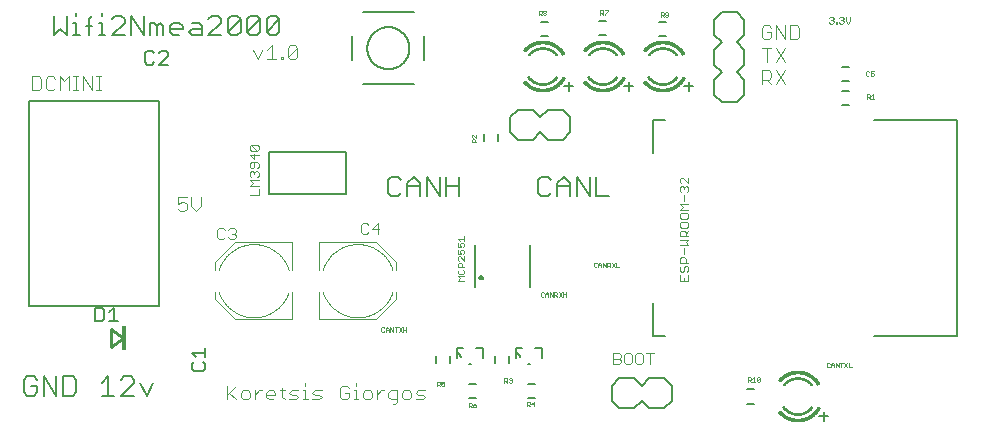
<source format=gto>
G75*
%MOIN*%
%OFA0B0*%
%FSLAX25Y25*%
%IPPOS*%
%LPD*%
%AMOC8*
5,1,8,0,0,1.08239X$1,22.5*
%
%ADD10C,0.00600*%
%ADD11C,0.00300*%
%ADD12C,0.00400*%
%ADD13C,0.00500*%
%ADD14C,0.00800*%
%ADD15C,0.00200*%
%ADD16C,0.01000*%
%ADD17R,0.01181X0.08268*%
%ADD18C,0.00100*%
%ADD19C,0.00060*%
D10*
X0024127Y0023060D02*
X0026263Y0023060D01*
X0027330Y0024127D01*
X0027330Y0026263D01*
X0025195Y0026263D01*
X0027330Y0028398D02*
X0026263Y0029465D01*
X0024127Y0029465D01*
X0023060Y0028398D01*
X0023060Y0024127D01*
X0024127Y0023060D01*
X0029505Y0023060D02*
X0029505Y0029465D01*
X0033776Y0023060D01*
X0033776Y0029465D01*
X0035951Y0029465D02*
X0039154Y0029465D01*
X0040221Y0028398D01*
X0040221Y0024127D01*
X0039154Y0023060D01*
X0035951Y0023060D01*
X0035951Y0029465D01*
X0048842Y0027330D02*
X0050977Y0029465D01*
X0050977Y0023060D01*
X0048842Y0023060D02*
X0053112Y0023060D01*
X0055287Y0023060D02*
X0059558Y0027330D01*
X0059558Y0028398D01*
X0058490Y0029465D01*
X0056355Y0029465D01*
X0055287Y0028398D01*
X0061733Y0027330D02*
X0063868Y0023060D01*
X0066003Y0027330D01*
X0059558Y0023060D02*
X0055287Y0023060D01*
X0160161Y0033783D02*
X0160161Y0036146D01*
X0164886Y0036146D02*
X0164886Y0033783D01*
X0167279Y0035646D02*
X0167279Y0038846D01*
X0169379Y0038846D01*
X0167279Y0037346D02*
X0167346Y0037345D01*
X0167412Y0037341D01*
X0167478Y0037333D01*
X0167544Y0037321D01*
X0167609Y0037306D01*
X0167673Y0037287D01*
X0167735Y0037264D01*
X0167797Y0037238D01*
X0167856Y0037209D01*
X0167914Y0037176D01*
X0167970Y0037140D01*
X0168024Y0037101D01*
X0168076Y0037059D01*
X0168125Y0037014D01*
X0168172Y0036966D01*
X0168216Y0036916D01*
X0168256Y0036863D01*
X0168294Y0036808D01*
X0168329Y0036751D01*
X0168361Y0036693D01*
X0168389Y0036632D01*
X0168413Y0036570D01*
X0168434Y0036507D01*
X0168452Y0036443D01*
X0168466Y0036378D01*
X0168476Y0036312D01*
X0168482Y0036246D01*
X0168485Y0036179D01*
X0168484Y0036112D01*
X0168479Y0036046D01*
X0171179Y0033446D02*
X0171979Y0033446D01*
X0175879Y0035646D02*
X0175879Y0038846D01*
X0173779Y0038846D01*
X0179846Y0036146D02*
X0179846Y0033783D01*
X0184571Y0033783D02*
X0184571Y0036146D01*
X0186964Y0037346D02*
X0187031Y0037345D01*
X0187097Y0037341D01*
X0187163Y0037333D01*
X0187229Y0037321D01*
X0187294Y0037306D01*
X0187358Y0037287D01*
X0187420Y0037264D01*
X0187482Y0037238D01*
X0187541Y0037209D01*
X0187599Y0037176D01*
X0187655Y0037140D01*
X0187709Y0037101D01*
X0187761Y0037059D01*
X0187810Y0037014D01*
X0187857Y0036966D01*
X0187901Y0036916D01*
X0187941Y0036863D01*
X0187979Y0036808D01*
X0188014Y0036751D01*
X0188046Y0036693D01*
X0188074Y0036632D01*
X0188098Y0036570D01*
X0188119Y0036507D01*
X0188137Y0036443D01*
X0188151Y0036378D01*
X0188161Y0036312D01*
X0188167Y0036246D01*
X0188170Y0036179D01*
X0188169Y0036112D01*
X0188164Y0036046D01*
X0186964Y0035646D02*
X0186964Y0038846D01*
X0189064Y0038846D01*
X0193464Y0038846D02*
X0195564Y0038846D01*
X0195564Y0035646D01*
X0191664Y0033446D02*
X0190864Y0033446D01*
X0190870Y0027091D02*
X0193232Y0027091D01*
X0193232Y0022366D02*
X0190870Y0022366D01*
X0173547Y0022366D02*
X0171185Y0022366D01*
X0171185Y0027091D02*
X0173547Y0027091D01*
X0173146Y0059165D02*
X0173146Y0073362D01*
X0191744Y0073362D02*
X0191744Y0059165D01*
X0195387Y0089595D02*
X0194320Y0090663D01*
X0194320Y0094933D01*
X0195387Y0096001D01*
X0197522Y0096001D01*
X0198590Y0094933D01*
X0200765Y0093866D02*
X0202900Y0096001D01*
X0205035Y0093866D01*
X0205035Y0089595D01*
X0207211Y0089595D02*
X0207211Y0096001D01*
X0211481Y0089595D01*
X0211481Y0096001D01*
X0213656Y0096001D02*
X0213656Y0089595D01*
X0217926Y0089595D01*
X0205035Y0092798D02*
X0200765Y0092798D01*
X0200765Y0093866D02*
X0200765Y0089595D01*
X0198590Y0090663D02*
X0197522Y0089595D01*
X0195387Y0089595D01*
X0167926Y0089595D02*
X0167926Y0096001D01*
X0167926Y0092798D02*
X0163656Y0092798D01*
X0163656Y0089595D02*
X0163656Y0096001D01*
X0161481Y0096001D02*
X0161481Y0089595D01*
X0157211Y0096001D01*
X0157211Y0089595D01*
X0155035Y0089595D02*
X0155035Y0093866D01*
X0152900Y0096001D01*
X0150765Y0093866D01*
X0150765Y0089595D01*
X0148590Y0090663D02*
X0147522Y0089595D01*
X0145387Y0089595D01*
X0144320Y0090663D01*
X0144320Y0094933D01*
X0145387Y0096001D01*
X0147522Y0096001D01*
X0148590Y0094933D01*
X0150765Y0092798D02*
X0155035Y0092798D01*
X0176303Y0107799D02*
X0176303Y0110161D01*
X0181028Y0110161D02*
X0181028Y0107799D01*
X0195201Y0142839D02*
X0197563Y0142839D01*
X0197563Y0147563D02*
X0195201Y0147563D01*
X0214492Y0147957D02*
X0216854Y0147957D01*
X0216854Y0143232D02*
X0214492Y0143232D01*
X0234571Y0142839D02*
X0236933Y0142839D01*
X0236933Y0147563D02*
X0234571Y0147563D01*
X0295594Y0132602D02*
X0297957Y0132602D01*
X0297957Y0127878D02*
X0295594Y0127878D01*
X0295516Y0124610D02*
X0297878Y0124610D01*
X0297878Y0119886D02*
X0295516Y0119886D01*
X0108073Y0144206D02*
X0107006Y0143139D01*
X0104870Y0143139D01*
X0103803Y0144206D01*
X0108073Y0148476D01*
X0108073Y0144206D01*
X0103803Y0144206D02*
X0103803Y0148476D01*
X0104870Y0149544D01*
X0107006Y0149544D01*
X0108073Y0148476D01*
X0101628Y0148476D02*
X0097357Y0144206D01*
X0098425Y0143139D01*
X0100560Y0143139D01*
X0101628Y0144206D01*
X0101628Y0148476D01*
X0100560Y0149544D01*
X0098425Y0149544D01*
X0097357Y0148476D01*
X0097357Y0144206D01*
X0095182Y0144206D02*
X0094115Y0143139D01*
X0091979Y0143139D01*
X0090912Y0144206D01*
X0095182Y0148476D01*
X0095182Y0144206D01*
X0090912Y0144206D02*
X0090912Y0148476D01*
X0091979Y0149544D01*
X0094115Y0149544D01*
X0095182Y0148476D01*
X0088737Y0148476D02*
X0087669Y0149544D01*
X0085534Y0149544D01*
X0084466Y0148476D01*
X0082291Y0146341D02*
X0082291Y0143139D01*
X0079088Y0143139D01*
X0078021Y0144206D01*
X0079088Y0145274D01*
X0082291Y0145274D01*
X0082291Y0146341D02*
X0081224Y0147409D01*
X0079088Y0147409D01*
X0075846Y0146341D02*
X0075846Y0145274D01*
X0071575Y0145274D01*
X0071575Y0146341D02*
X0072643Y0147409D01*
X0074778Y0147409D01*
X0075846Y0146341D01*
X0071575Y0146341D02*
X0071575Y0144206D01*
X0072643Y0143139D01*
X0074778Y0143139D01*
X0069400Y0143139D02*
X0069400Y0146341D01*
X0068333Y0147409D01*
X0067265Y0146341D01*
X0067265Y0143139D01*
X0065130Y0143139D02*
X0065130Y0147409D01*
X0066197Y0147409D01*
X0067265Y0146341D01*
X0062955Y0143139D02*
X0058684Y0149544D01*
X0058684Y0143139D01*
X0056509Y0143139D02*
X0052239Y0143139D01*
X0056509Y0147409D01*
X0056509Y0148476D01*
X0055442Y0149544D01*
X0053306Y0149544D01*
X0052239Y0148476D01*
X0049009Y0147409D02*
X0049009Y0143139D01*
X0047942Y0143139D02*
X0050077Y0143139D01*
X0044712Y0143139D02*
X0044712Y0148476D01*
X0045780Y0149544D01*
X0047942Y0147409D02*
X0049009Y0147409D01*
X0049009Y0149544D02*
X0049009Y0150612D01*
X0040415Y0150612D02*
X0040415Y0149544D01*
X0040415Y0147409D02*
X0039348Y0147409D01*
X0040415Y0147409D02*
X0040415Y0143139D01*
X0039348Y0143139D02*
X0041483Y0143139D01*
X0037173Y0143139D02*
X0037173Y0149544D01*
X0032902Y0149544D02*
X0032902Y0143139D01*
X0035038Y0145274D01*
X0037173Y0143139D01*
X0043645Y0146341D02*
X0045780Y0146341D01*
X0062955Y0143139D02*
X0062955Y0149544D01*
X0084466Y0143139D02*
X0088737Y0147409D01*
X0088737Y0148476D01*
X0088737Y0143139D02*
X0084466Y0143139D01*
X0264098Y0025122D02*
X0266461Y0025122D01*
X0266461Y0020398D02*
X0264098Y0020398D01*
D11*
X0231650Y0033540D02*
X0231650Y0037243D01*
X0230416Y0037243D02*
X0232885Y0037243D01*
X0229202Y0036626D02*
X0228584Y0037243D01*
X0227350Y0037243D01*
X0226733Y0036626D01*
X0226733Y0034157D01*
X0227350Y0033540D01*
X0228584Y0033540D01*
X0229202Y0034157D01*
X0229202Y0036626D01*
X0225518Y0036626D02*
X0225518Y0034157D01*
X0224901Y0033540D01*
X0223667Y0033540D01*
X0223050Y0034157D01*
X0223050Y0036626D01*
X0223667Y0037243D01*
X0224901Y0037243D01*
X0225518Y0036626D01*
X0221835Y0036626D02*
X0221218Y0037243D01*
X0219367Y0037243D01*
X0219367Y0033540D01*
X0221218Y0033540D01*
X0221835Y0034157D01*
X0221835Y0034774D01*
X0221218Y0035391D01*
X0219367Y0035391D01*
X0221218Y0035391D02*
X0221835Y0036009D01*
X0221835Y0036626D01*
X0241544Y0061372D02*
X0244446Y0061372D01*
X0244446Y0063307D01*
X0243962Y0064319D02*
X0244446Y0064803D01*
X0244446Y0065770D01*
X0243962Y0066254D01*
X0243479Y0066254D01*
X0242995Y0065770D01*
X0242995Y0064803D01*
X0242511Y0064319D01*
X0242027Y0064319D01*
X0241544Y0064803D01*
X0241544Y0065770D01*
X0242027Y0066254D01*
X0241544Y0067266D02*
X0241544Y0068717D01*
X0242027Y0069200D01*
X0242995Y0069200D01*
X0243479Y0068717D01*
X0243479Y0067266D01*
X0244446Y0067266D02*
X0241544Y0067266D01*
X0242995Y0070212D02*
X0242995Y0072147D01*
X0244446Y0073159D02*
X0243479Y0074126D01*
X0244446Y0075094D01*
X0241544Y0075094D01*
X0241544Y0076105D02*
X0241544Y0077556D01*
X0242027Y0078040D01*
X0242995Y0078040D01*
X0243479Y0077556D01*
X0243479Y0076105D01*
X0244446Y0076105D02*
X0241544Y0076105D01*
X0243479Y0077073D02*
X0244446Y0078040D01*
X0243962Y0079052D02*
X0242027Y0079052D01*
X0241544Y0079535D01*
X0241544Y0080503D01*
X0242027Y0080987D01*
X0243962Y0080987D01*
X0244446Y0080503D01*
X0244446Y0079535D01*
X0243962Y0079052D01*
X0243962Y0081998D02*
X0242027Y0081998D01*
X0241544Y0082482D01*
X0241544Y0083449D01*
X0242027Y0083933D01*
X0243962Y0083933D01*
X0244446Y0083449D01*
X0244446Y0082482D01*
X0243962Y0081998D01*
X0244446Y0084945D02*
X0241544Y0084945D01*
X0242511Y0085912D01*
X0241544Y0086880D01*
X0244446Y0086880D01*
X0242995Y0087891D02*
X0242995Y0089826D01*
X0243962Y0090838D02*
X0244446Y0091321D01*
X0244446Y0092289D01*
X0243962Y0092773D01*
X0243479Y0092773D01*
X0242995Y0092289D01*
X0242995Y0091805D01*
X0242995Y0092289D02*
X0242511Y0092773D01*
X0242027Y0092773D01*
X0241544Y0092289D01*
X0241544Y0091321D01*
X0242027Y0090838D01*
X0242027Y0093784D02*
X0241544Y0094268D01*
X0241544Y0095235D01*
X0242027Y0095719D01*
X0242511Y0095719D01*
X0244446Y0093784D01*
X0244446Y0095719D01*
X0244446Y0073159D02*
X0241544Y0073159D01*
X0241544Y0063307D02*
X0241544Y0061372D01*
X0242995Y0061372D02*
X0242995Y0062340D01*
X0141463Y0078698D02*
X0138995Y0078698D01*
X0140846Y0080550D01*
X0140846Y0076847D01*
X0137780Y0077464D02*
X0137163Y0076847D01*
X0135929Y0076847D01*
X0135311Y0077464D01*
X0135311Y0079933D01*
X0135929Y0080550D01*
X0137163Y0080550D01*
X0137780Y0079933D01*
X0101166Y0090028D02*
X0101166Y0091963D01*
X0101166Y0092974D02*
X0098263Y0092974D01*
X0099231Y0093942D01*
X0098263Y0094909D01*
X0101166Y0094909D01*
X0100682Y0095921D02*
X0101166Y0096405D01*
X0101166Y0097372D01*
X0100682Y0097856D01*
X0100198Y0097856D01*
X0099715Y0097372D01*
X0099715Y0096888D01*
X0099715Y0097372D02*
X0099231Y0097856D01*
X0098747Y0097856D01*
X0098263Y0097372D01*
X0098263Y0096405D01*
X0098747Y0095921D01*
X0098747Y0098868D02*
X0099231Y0098868D01*
X0099715Y0099351D01*
X0099715Y0100802D01*
X0100682Y0100802D02*
X0098747Y0100802D01*
X0098263Y0100319D01*
X0098263Y0099351D01*
X0098747Y0098868D01*
X0100682Y0098868D02*
X0101166Y0099351D01*
X0101166Y0100319D01*
X0100682Y0100802D01*
X0099715Y0101814D02*
X0099715Y0103749D01*
X0100682Y0104761D02*
X0098747Y0106696D01*
X0100682Y0106696D01*
X0101166Y0106212D01*
X0101166Y0105244D01*
X0100682Y0104761D01*
X0098747Y0104761D01*
X0098263Y0105244D01*
X0098263Y0106212D01*
X0098747Y0106696D01*
X0098263Y0103265D02*
X0099715Y0101814D01*
X0101166Y0103265D02*
X0098263Y0103265D01*
X0098263Y0090028D02*
X0101166Y0090028D01*
X0092929Y0078912D02*
X0093546Y0078295D01*
X0093546Y0077678D01*
X0092929Y0077061D01*
X0093546Y0076443D01*
X0093546Y0075826D01*
X0092929Y0075209D01*
X0091694Y0075209D01*
X0091077Y0075826D01*
X0089863Y0075826D02*
X0089246Y0075209D01*
X0088011Y0075209D01*
X0087394Y0075826D01*
X0087394Y0078295D01*
X0088011Y0078912D01*
X0089246Y0078912D01*
X0089863Y0078295D01*
X0091077Y0078295D02*
X0091694Y0078912D01*
X0092929Y0078912D01*
X0092929Y0077061D02*
X0092311Y0077061D01*
D12*
X0093429Y0074138D02*
X0112327Y0074138D01*
X0112327Y0065083D01*
X0121382Y0065083D02*
X0121382Y0074138D01*
X0140280Y0074138D01*
X0146972Y0067445D01*
X0146972Y0065083D01*
X0145792Y0057603D02*
X0145697Y0057320D01*
X0145595Y0057039D01*
X0145486Y0056762D01*
X0145371Y0056486D01*
X0145249Y0056214D01*
X0145120Y0055945D01*
X0144985Y0055679D01*
X0144843Y0055417D01*
X0144695Y0055158D01*
X0144541Y0054902D01*
X0144380Y0054651D01*
X0144213Y0054403D01*
X0144041Y0054160D01*
X0143862Y0053921D01*
X0143678Y0053686D01*
X0143488Y0053456D01*
X0143292Y0053231D01*
X0143091Y0053011D01*
X0142885Y0052795D01*
X0142673Y0052585D01*
X0142457Y0052380D01*
X0142235Y0052180D01*
X0142008Y0051986D01*
X0141777Y0051797D01*
X0141542Y0051614D01*
X0141302Y0051437D01*
X0141057Y0051266D01*
X0140809Y0051101D01*
X0140556Y0050942D01*
X0140300Y0050789D01*
X0140040Y0050642D01*
X0139777Y0050502D01*
X0139510Y0050368D01*
X0139240Y0050241D01*
X0138967Y0050121D01*
X0138692Y0050007D01*
X0138413Y0049900D01*
X0138132Y0049800D01*
X0137849Y0049707D01*
X0137563Y0049620D01*
X0137275Y0049541D01*
X0136986Y0049469D01*
X0136695Y0049404D01*
X0136402Y0049346D01*
X0136108Y0049295D01*
X0135813Y0049251D01*
X0135517Y0049215D01*
X0135220Y0049186D01*
X0134922Y0049164D01*
X0134624Y0049149D01*
X0134326Y0049142D01*
X0134028Y0049142D01*
X0133730Y0049149D01*
X0133432Y0049164D01*
X0133134Y0049186D01*
X0132837Y0049215D01*
X0132541Y0049251D01*
X0132246Y0049295D01*
X0131952Y0049346D01*
X0131659Y0049404D01*
X0131368Y0049469D01*
X0131079Y0049541D01*
X0130791Y0049620D01*
X0130505Y0049707D01*
X0130222Y0049800D01*
X0129941Y0049900D01*
X0129662Y0050007D01*
X0129387Y0050121D01*
X0129114Y0050241D01*
X0128844Y0050368D01*
X0128577Y0050502D01*
X0128314Y0050642D01*
X0128054Y0050789D01*
X0127798Y0050942D01*
X0127545Y0051101D01*
X0127297Y0051266D01*
X0127052Y0051437D01*
X0126812Y0051614D01*
X0126577Y0051797D01*
X0126346Y0051986D01*
X0126119Y0052180D01*
X0125897Y0052380D01*
X0125681Y0052585D01*
X0125469Y0052795D01*
X0125263Y0053011D01*
X0125062Y0053231D01*
X0124866Y0053456D01*
X0124676Y0053686D01*
X0124492Y0053921D01*
X0124313Y0054160D01*
X0124141Y0054403D01*
X0123974Y0054651D01*
X0123813Y0054902D01*
X0123659Y0055158D01*
X0123511Y0055417D01*
X0123369Y0055679D01*
X0123234Y0055945D01*
X0123105Y0056214D01*
X0122983Y0056486D01*
X0122868Y0056762D01*
X0122759Y0057039D01*
X0122657Y0057320D01*
X0122562Y0057603D01*
X0121382Y0057602D02*
X0121382Y0048547D01*
X0140280Y0048547D01*
X0146972Y0055240D01*
X0146972Y0057602D01*
X0145792Y0065083D02*
X0145697Y0065366D01*
X0145595Y0065647D01*
X0145486Y0065924D01*
X0145371Y0066200D01*
X0145249Y0066472D01*
X0145120Y0066741D01*
X0144985Y0067007D01*
X0144843Y0067269D01*
X0144695Y0067528D01*
X0144541Y0067784D01*
X0144380Y0068035D01*
X0144213Y0068283D01*
X0144041Y0068526D01*
X0143862Y0068765D01*
X0143678Y0069000D01*
X0143488Y0069230D01*
X0143292Y0069455D01*
X0143091Y0069675D01*
X0142885Y0069891D01*
X0142673Y0070101D01*
X0142457Y0070306D01*
X0142235Y0070506D01*
X0142008Y0070700D01*
X0141777Y0070889D01*
X0141542Y0071072D01*
X0141302Y0071249D01*
X0141057Y0071420D01*
X0140809Y0071585D01*
X0140556Y0071744D01*
X0140300Y0071897D01*
X0140040Y0072044D01*
X0139777Y0072184D01*
X0139510Y0072318D01*
X0139240Y0072445D01*
X0138967Y0072565D01*
X0138692Y0072679D01*
X0138413Y0072786D01*
X0138132Y0072886D01*
X0137849Y0072979D01*
X0137563Y0073066D01*
X0137275Y0073145D01*
X0136986Y0073217D01*
X0136695Y0073282D01*
X0136402Y0073340D01*
X0136108Y0073391D01*
X0135813Y0073435D01*
X0135517Y0073471D01*
X0135220Y0073500D01*
X0134922Y0073522D01*
X0134624Y0073537D01*
X0134326Y0073544D01*
X0134028Y0073544D01*
X0133730Y0073537D01*
X0133432Y0073522D01*
X0133134Y0073500D01*
X0132837Y0073471D01*
X0132541Y0073435D01*
X0132246Y0073391D01*
X0131952Y0073340D01*
X0131659Y0073282D01*
X0131368Y0073217D01*
X0131079Y0073145D01*
X0130791Y0073066D01*
X0130505Y0072979D01*
X0130222Y0072886D01*
X0129941Y0072786D01*
X0129662Y0072679D01*
X0129387Y0072565D01*
X0129114Y0072445D01*
X0128844Y0072318D01*
X0128577Y0072184D01*
X0128314Y0072044D01*
X0128054Y0071897D01*
X0127798Y0071744D01*
X0127545Y0071585D01*
X0127297Y0071420D01*
X0127052Y0071249D01*
X0126812Y0071072D01*
X0126577Y0070889D01*
X0126346Y0070700D01*
X0126119Y0070506D01*
X0125897Y0070306D01*
X0125681Y0070101D01*
X0125469Y0069891D01*
X0125263Y0069675D01*
X0125062Y0069455D01*
X0124866Y0069230D01*
X0124676Y0069000D01*
X0124492Y0068765D01*
X0124313Y0068526D01*
X0124141Y0068283D01*
X0123974Y0068035D01*
X0123813Y0067784D01*
X0123659Y0067528D01*
X0123511Y0067269D01*
X0123369Y0067007D01*
X0123234Y0066741D01*
X0123105Y0066472D01*
X0122983Y0066200D01*
X0122868Y0065924D01*
X0122759Y0065647D01*
X0122657Y0065366D01*
X0122562Y0065083D01*
X0112327Y0057602D02*
X0112327Y0048547D01*
X0093429Y0048547D01*
X0086736Y0055240D01*
X0086736Y0057602D01*
X0087916Y0065083D02*
X0088011Y0065366D01*
X0088113Y0065647D01*
X0088222Y0065924D01*
X0088337Y0066200D01*
X0088459Y0066472D01*
X0088588Y0066741D01*
X0088723Y0067007D01*
X0088865Y0067269D01*
X0089013Y0067528D01*
X0089167Y0067784D01*
X0089328Y0068035D01*
X0089495Y0068283D01*
X0089667Y0068526D01*
X0089846Y0068765D01*
X0090030Y0069000D01*
X0090220Y0069230D01*
X0090416Y0069455D01*
X0090617Y0069675D01*
X0090823Y0069891D01*
X0091035Y0070101D01*
X0091251Y0070306D01*
X0091473Y0070506D01*
X0091700Y0070700D01*
X0091931Y0070889D01*
X0092166Y0071072D01*
X0092406Y0071249D01*
X0092651Y0071420D01*
X0092899Y0071585D01*
X0093152Y0071744D01*
X0093408Y0071897D01*
X0093668Y0072044D01*
X0093931Y0072184D01*
X0094198Y0072318D01*
X0094468Y0072445D01*
X0094741Y0072565D01*
X0095016Y0072679D01*
X0095295Y0072786D01*
X0095576Y0072886D01*
X0095859Y0072979D01*
X0096145Y0073066D01*
X0096433Y0073145D01*
X0096722Y0073217D01*
X0097013Y0073282D01*
X0097306Y0073340D01*
X0097600Y0073391D01*
X0097895Y0073435D01*
X0098191Y0073471D01*
X0098488Y0073500D01*
X0098786Y0073522D01*
X0099084Y0073537D01*
X0099382Y0073544D01*
X0099680Y0073544D01*
X0099978Y0073537D01*
X0100276Y0073522D01*
X0100574Y0073500D01*
X0100871Y0073471D01*
X0101167Y0073435D01*
X0101462Y0073391D01*
X0101756Y0073340D01*
X0102049Y0073282D01*
X0102340Y0073217D01*
X0102629Y0073145D01*
X0102917Y0073066D01*
X0103203Y0072979D01*
X0103486Y0072886D01*
X0103767Y0072786D01*
X0104046Y0072679D01*
X0104321Y0072565D01*
X0104594Y0072445D01*
X0104864Y0072318D01*
X0105131Y0072184D01*
X0105394Y0072044D01*
X0105654Y0071897D01*
X0105910Y0071744D01*
X0106163Y0071585D01*
X0106411Y0071420D01*
X0106656Y0071249D01*
X0106896Y0071072D01*
X0107131Y0070889D01*
X0107362Y0070700D01*
X0107589Y0070506D01*
X0107811Y0070306D01*
X0108027Y0070101D01*
X0108239Y0069891D01*
X0108445Y0069675D01*
X0108646Y0069455D01*
X0108842Y0069230D01*
X0109032Y0069000D01*
X0109216Y0068765D01*
X0109395Y0068526D01*
X0109567Y0068283D01*
X0109734Y0068035D01*
X0109895Y0067784D01*
X0110049Y0067528D01*
X0110197Y0067269D01*
X0110339Y0067007D01*
X0110474Y0066741D01*
X0110603Y0066472D01*
X0110725Y0066200D01*
X0110840Y0065924D01*
X0110949Y0065647D01*
X0111051Y0065366D01*
X0111146Y0065083D01*
X0111146Y0057603D02*
X0111051Y0057320D01*
X0110949Y0057039D01*
X0110840Y0056762D01*
X0110725Y0056486D01*
X0110603Y0056214D01*
X0110474Y0055945D01*
X0110339Y0055679D01*
X0110197Y0055417D01*
X0110049Y0055158D01*
X0109895Y0054902D01*
X0109734Y0054651D01*
X0109567Y0054403D01*
X0109395Y0054160D01*
X0109216Y0053921D01*
X0109032Y0053686D01*
X0108842Y0053456D01*
X0108646Y0053231D01*
X0108445Y0053011D01*
X0108239Y0052795D01*
X0108027Y0052585D01*
X0107811Y0052380D01*
X0107589Y0052180D01*
X0107362Y0051986D01*
X0107131Y0051797D01*
X0106896Y0051614D01*
X0106656Y0051437D01*
X0106411Y0051266D01*
X0106163Y0051101D01*
X0105910Y0050942D01*
X0105654Y0050789D01*
X0105394Y0050642D01*
X0105131Y0050502D01*
X0104864Y0050368D01*
X0104594Y0050241D01*
X0104321Y0050121D01*
X0104046Y0050007D01*
X0103767Y0049900D01*
X0103486Y0049800D01*
X0103203Y0049707D01*
X0102917Y0049620D01*
X0102629Y0049541D01*
X0102340Y0049469D01*
X0102049Y0049404D01*
X0101756Y0049346D01*
X0101462Y0049295D01*
X0101167Y0049251D01*
X0100871Y0049215D01*
X0100574Y0049186D01*
X0100276Y0049164D01*
X0099978Y0049149D01*
X0099680Y0049142D01*
X0099382Y0049142D01*
X0099084Y0049149D01*
X0098786Y0049164D01*
X0098488Y0049186D01*
X0098191Y0049215D01*
X0097895Y0049251D01*
X0097600Y0049295D01*
X0097306Y0049346D01*
X0097013Y0049404D01*
X0096722Y0049469D01*
X0096433Y0049541D01*
X0096145Y0049620D01*
X0095859Y0049707D01*
X0095576Y0049800D01*
X0095295Y0049900D01*
X0095016Y0050007D01*
X0094741Y0050121D01*
X0094468Y0050241D01*
X0094198Y0050368D01*
X0093931Y0050502D01*
X0093668Y0050642D01*
X0093408Y0050789D01*
X0093152Y0050942D01*
X0092899Y0051101D01*
X0092651Y0051266D01*
X0092406Y0051437D01*
X0092166Y0051614D01*
X0091931Y0051797D01*
X0091700Y0051986D01*
X0091473Y0052180D01*
X0091251Y0052380D01*
X0091035Y0052585D01*
X0090823Y0052795D01*
X0090617Y0053011D01*
X0090416Y0053231D01*
X0090220Y0053456D01*
X0090030Y0053686D01*
X0089846Y0053921D01*
X0089667Y0054160D01*
X0089495Y0054403D01*
X0089328Y0054651D01*
X0089167Y0054902D01*
X0089013Y0055158D01*
X0088865Y0055417D01*
X0088723Y0055679D01*
X0088588Y0055945D01*
X0088459Y0056214D01*
X0088337Y0056486D01*
X0088222Y0056762D01*
X0088113Y0057039D01*
X0088011Y0057320D01*
X0087916Y0057603D01*
X0086736Y0065083D02*
X0086736Y0067445D01*
X0093429Y0074138D01*
X0081814Y0086109D02*
X0080280Y0084574D01*
X0078745Y0086109D01*
X0078745Y0089178D01*
X0077210Y0089178D02*
X0074141Y0089178D01*
X0074141Y0086876D01*
X0075676Y0087643D01*
X0076443Y0087643D01*
X0077210Y0086876D01*
X0077210Y0085341D01*
X0076443Y0084574D01*
X0074908Y0084574D01*
X0074141Y0085341D01*
X0081814Y0086109D02*
X0081814Y0089178D01*
X0048617Y0124850D02*
X0047083Y0124850D01*
X0047850Y0124850D02*
X0047850Y0129454D01*
X0047083Y0129454D02*
X0048617Y0129454D01*
X0045548Y0129454D02*
X0045548Y0124850D01*
X0042479Y0129454D01*
X0042479Y0124850D01*
X0040944Y0124850D02*
X0039409Y0124850D01*
X0040177Y0124850D02*
X0040177Y0129454D01*
X0040944Y0129454D02*
X0039409Y0129454D01*
X0037875Y0129454D02*
X0037875Y0124850D01*
X0034805Y0124850D02*
X0034805Y0129454D01*
X0036340Y0127919D01*
X0037875Y0129454D01*
X0033271Y0128686D02*
X0032504Y0129454D01*
X0030969Y0129454D01*
X0030202Y0128686D01*
X0030202Y0125617D01*
X0030969Y0124850D01*
X0032504Y0124850D01*
X0033271Y0125617D01*
X0028667Y0125617D02*
X0028667Y0128686D01*
X0027900Y0129454D01*
X0025598Y0129454D01*
X0025598Y0124850D01*
X0027900Y0124850D01*
X0028667Y0125617D01*
X0099338Y0138234D02*
X0100872Y0135165D01*
X0102407Y0138234D01*
X0103942Y0138234D02*
X0105476Y0139768D01*
X0105476Y0135165D01*
X0103942Y0135165D02*
X0107011Y0135165D01*
X0108546Y0135165D02*
X0109313Y0135165D01*
X0109313Y0135932D01*
X0108546Y0135932D01*
X0108546Y0135165D01*
X0110848Y0135932D02*
X0113917Y0139001D01*
X0113917Y0135932D01*
X0113150Y0135165D01*
X0111615Y0135165D01*
X0110848Y0135932D01*
X0110848Y0139001D01*
X0111615Y0139768D01*
X0113150Y0139768D01*
X0113917Y0139001D01*
X0269023Y0139001D02*
X0272092Y0139001D01*
X0270557Y0139001D02*
X0270557Y0134397D01*
X0271325Y0131501D02*
X0269023Y0131501D01*
X0269023Y0126897D01*
X0269023Y0128431D02*
X0271325Y0128431D01*
X0272092Y0129199D01*
X0272092Y0130733D01*
X0271325Y0131501D01*
X0273627Y0131501D02*
X0276696Y0126897D01*
X0273627Y0126897D02*
X0276696Y0131501D01*
X0276696Y0134397D02*
X0273627Y0139001D01*
X0276696Y0139001D02*
X0273627Y0134397D01*
X0270557Y0128431D02*
X0272092Y0126897D01*
X0271325Y0141897D02*
X0269790Y0141897D01*
X0269023Y0142664D01*
X0269023Y0145733D01*
X0269790Y0146501D01*
X0271325Y0146501D01*
X0272092Y0145733D01*
X0272092Y0144199D02*
X0270557Y0144199D01*
X0272092Y0144199D02*
X0272092Y0142664D01*
X0271325Y0141897D01*
X0273627Y0141897D02*
X0273627Y0146501D01*
X0276696Y0141897D01*
X0276696Y0146501D01*
X0278231Y0146501D02*
X0280533Y0146501D01*
X0281300Y0145733D01*
X0281300Y0142664D01*
X0280533Y0141897D01*
X0278231Y0141897D01*
X0278231Y0146501D01*
X0133646Y0027150D02*
X0133646Y0026383D01*
X0133646Y0024848D02*
X0133646Y0021779D01*
X0132879Y0021779D02*
X0134414Y0021779D01*
X0135948Y0022546D02*
X0136716Y0021779D01*
X0138250Y0021779D01*
X0139018Y0022546D01*
X0139018Y0024081D01*
X0138250Y0024848D01*
X0136716Y0024848D01*
X0135948Y0024081D01*
X0135948Y0022546D01*
X0131344Y0022546D02*
X0131344Y0024081D01*
X0129810Y0024081D01*
X0131344Y0025615D02*
X0130577Y0026383D01*
X0129042Y0026383D01*
X0128275Y0025615D01*
X0128275Y0022546D01*
X0129042Y0021779D01*
X0130577Y0021779D01*
X0131344Y0022546D01*
X0132879Y0024848D02*
X0133646Y0024848D01*
X0140552Y0024848D02*
X0140552Y0021779D01*
X0140552Y0023313D02*
X0142087Y0024848D01*
X0142854Y0024848D01*
X0144389Y0024081D02*
X0144389Y0022546D01*
X0145156Y0021779D01*
X0147458Y0021779D01*
X0147458Y0021011D02*
X0147458Y0024848D01*
X0145156Y0024848D01*
X0144389Y0024081D01*
X0147458Y0021011D02*
X0146691Y0020244D01*
X0145923Y0020244D01*
X0148993Y0022546D02*
X0149760Y0021779D01*
X0151295Y0021779D01*
X0152062Y0022546D01*
X0152062Y0024081D01*
X0151295Y0024848D01*
X0149760Y0024848D01*
X0148993Y0024081D01*
X0148993Y0022546D01*
X0153597Y0021779D02*
X0155899Y0021779D01*
X0156666Y0022546D01*
X0155899Y0023313D01*
X0154364Y0023313D01*
X0153597Y0024081D01*
X0154364Y0024848D01*
X0156666Y0024848D01*
X0122137Y0024848D02*
X0119835Y0024848D01*
X0119067Y0024081D01*
X0119835Y0023313D01*
X0121369Y0023313D01*
X0122137Y0022546D01*
X0121369Y0021779D01*
X0119067Y0021779D01*
X0117533Y0021779D02*
X0115998Y0021779D01*
X0116765Y0021779D02*
X0116765Y0024848D01*
X0115998Y0024848D01*
X0114463Y0024848D02*
X0112161Y0024848D01*
X0111394Y0024081D01*
X0112161Y0023313D01*
X0113696Y0023313D01*
X0114463Y0022546D01*
X0113696Y0021779D01*
X0111394Y0021779D01*
X0109859Y0021779D02*
X0109092Y0022546D01*
X0109092Y0025615D01*
X0108325Y0024848D02*
X0109859Y0024848D01*
X0106790Y0024081D02*
X0106790Y0023313D01*
X0103721Y0023313D01*
X0103721Y0022546D02*
X0103721Y0024081D01*
X0104488Y0024848D01*
X0106023Y0024848D01*
X0106790Y0024081D01*
X0106023Y0021779D02*
X0104488Y0021779D01*
X0103721Y0022546D01*
X0101419Y0024848D02*
X0099884Y0023313D01*
X0099884Y0021779D02*
X0099884Y0024848D01*
X0101419Y0024848D02*
X0102186Y0024848D01*
X0098350Y0024081D02*
X0097582Y0024848D01*
X0096048Y0024848D01*
X0095280Y0024081D01*
X0095280Y0022546D01*
X0096048Y0021779D01*
X0097582Y0021779D01*
X0098350Y0022546D01*
X0098350Y0024081D01*
X0093746Y0026383D02*
X0090676Y0023313D01*
X0091444Y0024081D02*
X0093746Y0021779D01*
X0090676Y0021779D02*
X0090676Y0026383D01*
X0116765Y0026383D02*
X0116765Y0027150D01*
D13*
X0083376Y0032053D02*
X0083376Y0033554D01*
X0082625Y0034305D01*
X0083376Y0035906D02*
X0083376Y0038908D01*
X0083376Y0037407D02*
X0078872Y0037407D01*
X0080373Y0035906D01*
X0079623Y0034305D02*
X0078872Y0033554D01*
X0078872Y0032053D01*
X0079623Y0031302D01*
X0082625Y0031302D01*
X0083376Y0032053D01*
X0054401Y0047907D02*
X0051398Y0047907D01*
X0052899Y0047907D02*
X0052899Y0052411D01*
X0051398Y0050910D01*
X0049797Y0051661D02*
X0049046Y0052411D01*
X0046794Y0052411D01*
X0046794Y0047907D01*
X0049046Y0047907D01*
X0049797Y0048658D01*
X0049797Y0051661D01*
X0067917Y0052996D02*
X0067917Y0121106D01*
X0024610Y0121106D01*
X0024610Y0052996D01*
X0067917Y0052996D01*
X0204591Y0124617D02*
X0204591Y0127717D01*
X0205991Y0126117D02*
X0203091Y0126117D01*
X0223091Y0126117D02*
X0225991Y0126117D01*
X0224591Y0124617D02*
X0224591Y0127717D01*
X0243091Y0126117D02*
X0245991Y0126117D01*
X0244591Y0124617D02*
X0244591Y0127717D01*
X0070990Y0133404D02*
X0067988Y0133404D01*
X0070990Y0136406D01*
X0070990Y0137157D01*
X0070240Y0137907D01*
X0068738Y0137907D01*
X0067988Y0137157D01*
X0066386Y0137157D02*
X0065636Y0137907D01*
X0064134Y0137907D01*
X0063384Y0137157D01*
X0063384Y0134154D01*
X0064134Y0133404D01*
X0065636Y0133404D01*
X0066386Y0134154D01*
X0289591Y0017717D02*
X0289591Y0014617D01*
X0290991Y0016117D02*
X0288091Y0016117D01*
D14*
X0238862Y0021323D02*
X0238862Y0026323D01*
X0236362Y0028823D01*
X0231362Y0028823D01*
X0228862Y0026323D01*
X0226362Y0028823D01*
X0221362Y0028823D01*
X0218862Y0026323D01*
X0218862Y0021323D01*
X0221362Y0018823D01*
X0226362Y0018823D01*
X0228862Y0021323D01*
X0231362Y0018823D01*
X0236362Y0018823D01*
X0238862Y0021323D01*
X0236539Y0042969D02*
X0232496Y0042969D01*
X0232496Y0053902D01*
X0174780Y0062364D02*
X0174782Y0062411D01*
X0174788Y0062458D01*
X0174798Y0062505D01*
X0174811Y0062550D01*
X0174829Y0062594D01*
X0174850Y0062636D01*
X0174874Y0062677D01*
X0174902Y0062715D01*
X0174933Y0062751D01*
X0174967Y0062784D01*
X0175003Y0062814D01*
X0175042Y0062841D01*
X0175083Y0062865D01*
X0175126Y0062885D01*
X0175170Y0062901D01*
X0175216Y0062914D01*
X0175262Y0062923D01*
X0175310Y0062928D01*
X0175357Y0062929D01*
X0175404Y0062926D01*
X0175451Y0062919D01*
X0175497Y0062908D01*
X0175542Y0062894D01*
X0175586Y0062875D01*
X0175627Y0062853D01*
X0175667Y0062828D01*
X0175705Y0062799D01*
X0175740Y0062768D01*
X0175773Y0062733D01*
X0175802Y0062696D01*
X0175828Y0062657D01*
X0175851Y0062615D01*
X0175870Y0062572D01*
X0175886Y0062527D01*
X0175898Y0062481D01*
X0175906Y0062435D01*
X0175910Y0062388D01*
X0175910Y0062340D01*
X0175906Y0062293D01*
X0175898Y0062247D01*
X0175886Y0062201D01*
X0175870Y0062156D01*
X0175851Y0062113D01*
X0175828Y0062071D01*
X0175802Y0062032D01*
X0175773Y0061995D01*
X0175740Y0061960D01*
X0175705Y0061929D01*
X0175667Y0061900D01*
X0175628Y0061875D01*
X0175586Y0061853D01*
X0175542Y0061834D01*
X0175497Y0061820D01*
X0175451Y0061809D01*
X0175404Y0061802D01*
X0175357Y0061799D01*
X0175310Y0061800D01*
X0175262Y0061805D01*
X0175216Y0061814D01*
X0175170Y0061827D01*
X0175126Y0061843D01*
X0175083Y0061863D01*
X0175042Y0061887D01*
X0175003Y0061914D01*
X0174967Y0061944D01*
X0174933Y0061977D01*
X0174902Y0062013D01*
X0174874Y0062051D01*
X0174850Y0062092D01*
X0174829Y0062134D01*
X0174811Y0062178D01*
X0174798Y0062223D01*
X0174788Y0062270D01*
X0174782Y0062317D01*
X0174780Y0062364D01*
X0130384Y0090366D02*
X0104584Y0090366D01*
X0104584Y0104366D01*
X0130384Y0104366D01*
X0130384Y0090366D01*
X0185083Y0110811D02*
X0185083Y0115811D01*
X0187583Y0118311D01*
X0192583Y0118311D01*
X0195083Y0115811D01*
X0197583Y0118311D01*
X0202583Y0118311D01*
X0205083Y0115811D01*
X0205083Y0110811D01*
X0202583Y0108311D01*
X0197583Y0108311D01*
X0195083Y0110811D01*
X0192583Y0108311D01*
X0187583Y0108311D01*
X0185083Y0110811D01*
X0152913Y0126902D02*
X0135913Y0126902D01*
X0132413Y0134972D02*
X0132413Y0142902D01*
X0137413Y0138902D02*
X0137415Y0139074D01*
X0137421Y0139245D01*
X0137432Y0139417D01*
X0137447Y0139588D01*
X0137466Y0139759D01*
X0137489Y0139929D01*
X0137516Y0140099D01*
X0137548Y0140268D01*
X0137583Y0140436D01*
X0137623Y0140603D01*
X0137667Y0140769D01*
X0137714Y0140934D01*
X0137766Y0141098D01*
X0137822Y0141260D01*
X0137882Y0141421D01*
X0137946Y0141581D01*
X0138014Y0141739D01*
X0138085Y0141895D01*
X0138160Y0142049D01*
X0138240Y0142202D01*
X0138322Y0142352D01*
X0138409Y0142501D01*
X0138499Y0142647D01*
X0138593Y0142791D01*
X0138690Y0142933D01*
X0138791Y0143072D01*
X0138895Y0143209D01*
X0139002Y0143343D01*
X0139113Y0143474D01*
X0139226Y0143603D01*
X0139343Y0143729D01*
X0139463Y0143852D01*
X0139586Y0143972D01*
X0139712Y0144089D01*
X0139841Y0144202D01*
X0139972Y0144313D01*
X0140106Y0144420D01*
X0140243Y0144524D01*
X0140382Y0144625D01*
X0140524Y0144722D01*
X0140668Y0144816D01*
X0140814Y0144906D01*
X0140963Y0144993D01*
X0141113Y0145075D01*
X0141266Y0145155D01*
X0141420Y0145230D01*
X0141576Y0145301D01*
X0141734Y0145369D01*
X0141894Y0145433D01*
X0142055Y0145493D01*
X0142217Y0145549D01*
X0142381Y0145601D01*
X0142546Y0145648D01*
X0142712Y0145692D01*
X0142879Y0145732D01*
X0143047Y0145767D01*
X0143216Y0145799D01*
X0143386Y0145826D01*
X0143556Y0145849D01*
X0143727Y0145868D01*
X0143898Y0145883D01*
X0144070Y0145894D01*
X0144241Y0145900D01*
X0144413Y0145902D01*
X0144585Y0145900D01*
X0144756Y0145894D01*
X0144928Y0145883D01*
X0145099Y0145868D01*
X0145270Y0145849D01*
X0145440Y0145826D01*
X0145610Y0145799D01*
X0145779Y0145767D01*
X0145947Y0145732D01*
X0146114Y0145692D01*
X0146280Y0145648D01*
X0146445Y0145601D01*
X0146609Y0145549D01*
X0146771Y0145493D01*
X0146932Y0145433D01*
X0147092Y0145369D01*
X0147250Y0145301D01*
X0147406Y0145230D01*
X0147560Y0145155D01*
X0147713Y0145075D01*
X0147863Y0144993D01*
X0148012Y0144906D01*
X0148158Y0144816D01*
X0148302Y0144722D01*
X0148444Y0144625D01*
X0148583Y0144524D01*
X0148720Y0144420D01*
X0148854Y0144313D01*
X0148985Y0144202D01*
X0149114Y0144089D01*
X0149240Y0143972D01*
X0149363Y0143852D01*
X0149483Y0143729D01*
X0149600Y0143603D01*
X0149713Y0143474D01*
X0149824Y0143343D01*
X0149931Y0143209D01*
X0150035Y0143072D01*
X0150136Y0142933D01*
X0150233Y0142791D01*
X0150327Y0142647D01*
X0150417Y0142501D01*
X0150504Y0142352D01*
X0150586Y0142202D01*
X0150666Y0142049D01*
X0150741Y0141895D01*
X0150812Y0141739D01*
X0150880Y0141581D01*
X0150944Y0141421D01*
X0151004Y0141260D01*
X0151060Y0141098D01*
X0151112Y0140934D01*
X0151159Y0140769D01*
X0151203Y0140603D01*
X0151243Y0140436D01*
X0151278Y0140268D01*
X0151310Y0140099D01*
X0151337Y0139929D01*
X0151360Y0139759D01*
X0151379Y0139588D01*
X0151394Y0139417D01*
X0151405Y0139245D01*
X0151411Y0139074D01*
X0151413Y0138902D01*
X0151411Y0138730D01*
X0151405Y0138559D01*
X0151394Y0138387D01*
X0151379Y0138216D01*
X0151360Y0138045D01*
X0151337Y0137875D01*
X0151310Y0137705D01*
X0151278Y0137536D01*
X0151243Y0137368D01*
X0151203Y0137201D01*
X0151159Y0137035D01*
X0151112Y0136870D01*
X0151060Y0136706D01*
X0151004Y0136544D01*
X0150944Y0136383D01*
X0150880Y0136223D01*
X0150812Y0136065D01*
X0150741Y0135909D01*
X0150666Y0135755D01*
X0150586Y0135602D01*
X0150504Y0135452D01*
X0150417Y0135303D01*
X0150327Y0135157D01*
X0150233Y0135013D01*
X0150136Y0134871D01*
X0150035Y0134732D01*
X0149931Y0134595D01*
X0149824Y0134461D01*
X0149713Y0134330D01*
X0149600Y0134201D01*
X0149483Y0134075D01*
X0149363Y0133952D01*
X0149240Y0133832D01*
X0149114Y0133715D01*
X0148985Y0133602D01*
X0148854Y0133491D01*
X0148720Y0133384D01*
X0148583Y0133280D01*
X0148444Y0133179D01*
X0148302Y0133082D01*
X0148158Y0132988D01*
X0148012Y0132898D01*
X0147863Y0132811D01*
X0147713Y0132729D01*
X0147560Y0132649D01*
X0147406Y0132574D01*
X0147250Y0132503D01*
X0147092Y0132435D01*
X0146932Y0132371D01*
X0146771Y0132311D01*
X0146609Y0132255D01*
X0146445Y0132203D01*
X0146280Y0132156D01*
X0146114Y0132112D01*
X0145947Y0132072D01*
X0145779Y0132037D01*
X0145610Y0132005D01*
X0145440Y0131978D01*
X0145270Y0131955D01*
X0145099Y0131936D01*
X0144928Y0131921D01*
X0144756Y0131910D01*
X0144585Y0131904D01*
X0144413Y0131902D01*
X0144241Y0131904D01*
X0144070Y0131910D01*
X0143898Y0131921D01*
X0143727Y0131936D01*
X0143556Y0131955D01*
X0143386Y0131978D01*
X0143216Y0132005D01*
X0143047Y0132037D01*
X0142879Y0132072D01*
X0142712Y0132112D01*
X0142546Y0132156D01*
X0142381Y0132203D01*
X0142217Y0132255D01*
X0142055Y0132311D01*
X0141894Y0132371D01*
X0141734Y0132435D01*
X0141576Y0132503D01*
X0141420Y0132574D01*
X0141266Y0132649D01*
X0141113Y0132729D01*
X0140963Y0132811D01*
X0140814Y0132898D01*
X0140668Y0132988D01*
X0140524Y0133082D01*
X0140382Y0133179D01*
X0140243Y0133280D01*
X0140106Y0133384D01*
X0139972Y0133491D01*
X0139841Y0133602D01*
X0139712Y0133715D01*
X0139586Y0133832D01*
X0139463Y0133952D01*
X0139343Y0134075D01*
X0139226Y0134201D01*
X0139113Y0134330D01*
X0139002Y0134461D01*
X0138895Y0134595D01*
X0138791Y0134732D01*
X0138690Y0134871D01*
X0138593Y0135013D01*
X0138499Y0135157D01*
X0138409Y0135303D01*
X0138322Y0135452D01*
X0138240Y0135602D01*
X0138160Y0135755D01*
X0138085Y0135909D01*
X0138014Y0136065D01*
X0137946Y0136223D01*
X0137882Y0136383D01*
X0137822Y0136544D01*
X0137766Y0136706D01*
X0137714Y0136870D01*
X0137667Y0137035D01*
X0137623Y0137201D01*
X0137583Y0137368D01*
X0137548Y0137536D01*
X0137516Y0137705D01*
X0137489Y0137875D01*
X0137466Y0138045D01*
X0137447Y0138216D01*
X0137432Y0138387D01*
X0137421Y0138559D01*
X0137415Y0138730D01*
X0137413Y0138902D01*
X0156413Y0142902D02*
X0156413Y0134854D01*
X0152913Y0150902D02*
X0135913Y0150902D01*
X0232496Y0114835D02*
X0232496Y0103902D01*
X0232496Y0114835D02*
X0236539Y0114835D01*
X0253114Y0123331D02*
X0255614Y0120831D01*
X0260614Y0120831D01*
X0263114Y0123331D01*
X0263114Y0128331D01*
X0260614Y0130831D01*
X0263114Y0133331D01*
X0263114Y0138331D01*
X0260614Y0140831D01*
X0263114Y0143331D01*
X0263114Y0148331D01*
X0260614Y0150831D01*
X0255614Y0150831D01*
X0253114Y0148331D01*
X0253114Y0143331D01*
X0255614Y0140831D01*
X0253114Y0138331D01*
X0253114Y0133331D01*
X0255614Y0130831D01*
X0253114Y0128331D01*
X0253114Y0123331D01*
X0306268Y0114835D02*
X0333890Y0114835D01*
X0333890Y0042969D01*
X0306268Y0042969D01*
D15*
X0169707Y0061403D02*
X0167505Y0061403D01*
X0168239Y0062137D01*
X0167505Y0062871D01*
X0169707Y0062871D01*
X0169340Y0063613D02*
X0169707Y0063980D01*
X0169707Y0064714D01*
X0169340Y0065081D01*
X0168973Y0065823D02*
X0168973Y0066924D01*
X0168606Y0067291D01*
X0167872Y0067291D01*
X0167505Y0066924D01*
X0167505Y0065823D01*
X0169707Y0065823D01*
X0167872Y0065081D02*
X0167505Y0064714D01*
X0167505Y0063980D01*
X0167872Y0063613D01*
X0169340Y0063613D01*
X0169707Y0068033D02*
X0168239Y0069501D01*
X0167872Y0069501D01*
X0167505Y0069134D01*
X0167505Y0068400D01*
X0167872Y0068033D01*
X0169707Y0068033D02*
X0169707Y0069501D01*
X0169340Y0070243D02*
X0169707Y0070610D01*
X0169707Y0071344D01*
X0169340Y0071711D01*
X0168606Y0071711D01*
X0168239Y0071344D01*
X0168239Y0070977D01*
X0168606Y0070243D01*
X0167505Y0070243D01*
X0167505Y0071711D01*
X0167505Y0072453D02*
X0168606Y0072453D01*
X0168239Y0073187D01*
X0168239Y0073553D01*
X0168606Y0073920D01*
X0169340Y0073920D01*
X0169707Y0073553D01*
X0169707Y0072820D01*
X0169340Y0072453D01*
X0167505Y0072453D02*
X0167505Y0073920D01*
X0168239Y0074662D02*
X0167505Y0075396D01*
X0169707Y0075396D01*
X0169707Y0074662D02*
X0169707Y0076130D01*
X0291364Y0147439D02*
X0291731Y0147072D01*
X0292465Y0147072D01*
X0292832Y0147439D01*
X0292832Y0147806D01*
X0292465Y0148173D01*
X0292098Y0148173D01*
X0292465Y0148173D02*
X0292832Y0148540D01*
X0292832Y0148907D01*
X0292465Y0149274D01*
X0291731Y0149274D01*
X0291364Y0148907D01*
X0293574Y0147439D02*
X0293941Y0147439D01*
X0293941Y0147072D01*
X0293574Y0147072D01*
X0293574Y0147439D01*
X0294679Y0147439D02*
X0295046Y0147072D01*
X0295780Y0147072D01*
X0296147Y0147439D01*
X0296147Y0147806D01*
X0295780Y0148173D01*
X0295413Y0148173D01*
X0295780Y0148173D02*
X0296147Y0148540D01*
X0296147Y0148907D01*
X0295780Y0149274D01*
X0295046Y0149274D01*
X0294679Y0148907D01*
X0296888Y0149274D02*
X0296888Y0147806D01*
X0297622Y0147072D01*
X0298356Y0147806D01*
X0298356Y0149274D01*
D16*
X0055988Y0042366D02*
X0051854Y0045122D01*
X0051854Y0039413D01*
X0055988Y0042366D01*
D17*
X0056185Y0042366D03*
D18*
X0142101Y0044517D02*
X0142351Y0044267D01*
X0142852Y0044267D01*
X0143102Y0044517D01*
X0143574Y0044267D02*
X0143574Y0045267D01*
X0144075Y0045768D01*
X0144575Y0045267D01*
X0144575Y0044267D01*
X0145048Y0044267D02*
X0145048Y0045768D01*
X0146049Y0044267D01*
X0146049Y0045768D01*
X0146521Y0045768D02*
X0147522Y0045768D01*
X0147994Y0045768D02*
X0148995Y0044267D01*
X0149467Y0044267D02*
X0149467Y0045768D01*
X0148995Y0045768D02*
X0147994Y0044267D01*
X0147021Y0044267D02*
X0147021Y0045768D01*
X0144575Y0045017D02*
X0143574Y0045017D01*
X0143102Y0045518D02*
X0142852Y0045768D01*
X0142351Y0045768D01*
X0142101Y0045518D01*
X0142101Y0044517D01*
X0149467Y0045017D02*
X0150468Y0045017D01*
X0150468Y0044267D02*
X0150468Y0045768D01*
X0183100Y0028910D02*
X0183850Y0028910D01*
X0184100Y0028660D01*
X0184100Y0028159D01*
X0183850Y0027909D01*
X0183100Y0027909D01*
X0183600Y0027909D02*
X0184100Y0027409D01*
X0184573Y0027659D02*
X0184823Y0027409D01*
X0185323Y0027409D01*
X0185574Y0027659D01*
X0185574Y0027909D01*
X0185323Y0028159D01*
X0185073Y0028159D01*
X0185323Y0028159D02*
X0185574Y0028410D01*
X0185574Y0028660D01*
X0185323Y0028910D01*
X0184823Y0028910D01*
X0184573Y0028660D01*
X0183100Y0028910D02*
X0183100Y0027409D01*
X0190580Y0021036D02*
X0191330Y0021036D01*
X0191581Y0020786D01*
X0191581Y0020285D01*
X0191330Y0020035D01*
X0190580Y0020035D01*
X0191080Y0020035D02*
X0191581Y0019535D01*
X0192053Y0020285D02*
X0192804Y0021036D01*
X0192804Y0019535D01*
X0193054Y0020285D02*
X0192053Y0020285D01*
X0190580Y0019535D02*
X0190580Y0021036D01*
X0173763Y0020642D02*
X0173262Y0020392D01*
X0172762Y0019892D01*
X0173512Y0019892D01*
X0173763Y0019641D01*
X0173763Y0019391D01*
X0173512Y0019141D01*
X0173012Y0019141D01*
X0172762Y0019391D01*
X0172762Y0019892D01*
X0172289Y0019892D02*
X0172039Y0019641D01*
X0171289Y0019641D01*
X0171789Y0019641D02*
X0172289Y0019141D01*
X0172289Y0019892D02*
X0172289Y0020392D01*
X0172039Y0020642D01*
X0171289Y0020642D01*
X0171289Y0019141D01*
X0163133Y0026478D02*
X0162882Y0026228D01*
X0162382Y0026228D01*
X0162132Y0026478D01*
X0162132Y0026978D02*
X0162632Y0027228D01*
X0162882Y0027228D01*
X0163133Y0026978D01*
X0163133Y0026478D01*
X0162132Y0026978D02*
X0162132Y0027729D01*
X0163133Y0027729D01*
X0161659Y0027479D02*
X0161659Y0026978D01*
X0161409Y0026728D01*
X0160659Y0026728D01*
X0161159Y0026728D02*
X0161659Y0026228D01*
X0160659Y0026228D02*
X0160659Y0027729D01*
X0161409Y0027729D01*
X0161659Y0027479D01*
X0195251Y0056328D02*
X0195501Y0056078D01*
X0196001Y0056078D01*
X0196252Y0056328D01*
X0196724Y0056078D02*
X0196724Y0057078D01*
X0197224Y0057579D01*
X0197725Y0057078D01*
X0197725Y0056078D01*
X0198197Y0056078D02*
X0198197Y0057579D01*
X0199198Y0056078D01*
X0199198Y0057579D01*
X0199671Y0057579D02*
X0200421Y0057579D01*
X0200671Y0057329D01*
X0200671Y0056828D01*
X0200421Y0056578D01*
X0199671Y0056578D01*
X0200171Y0056578D02*
X0200671Y0056078D01*
X0201144Y0056078D02*
X0202145Y0057579D01*
X0202617Y0057579D02*
X0202617Y0056078D01*
X0202145Y0056078D02*
X0201144Y0057579D01*
X0199671Y0057579D02*
X0199671Y0056078D01*
X0197725Y0056828D02*
X0196724Y0056828D01*
X0196252Y0057329D02*
X0196001Y0057579D01*
X0195501Y0057579D01*
X0195251Y0057329D01*
X0195251Y0056328D01*
X0202617Y0056828D02*
X0203618Y0056828D01*
X0203618Y0056078D02*
X0203618Y0057579D01*
X0212967Y0066170D02*
X0213218Y0065920D01*
X0213718Y0065920D01*
X0213968Y0066170D01*
X0214441Y0065920D02*
X0214441Y0066921D01*
X0214941Y0067421D01*
X0215441Y0066921D01*
X0215441Y0065920D01*
X0215914Y0065920D02*
X0215914Y0067421D01*
X0216915Y0065920D01*
X0216915Y0067421D01*
X0217387Y0067421D02*
X0217387Y0065920D01*
X0217387Y0066420D02*
X0218138Y0066420D01*
X0218388Y0066671D01*
X0218388Y0067171D01*
X0218138Y0067421D01*
X0217387Y0067421D01*
X0217887Y0066420D02*
X0218388Y0065920D01*
X0218860Y0065920D02*
X0219861Y0067421D01*
X0220334Y0067421D02*
X0220334Y0065920D01*
X0221334Y0065920D01*
X0219861Y0065920D02*
X0218860Y0067421D01*
X0215441Y0066671D02*
X0214441Y0066671D01*
X0213968Y0067171D02*
X0213718Y0067421D01*
X0213218Y0067421D01*
X0212967Y0067171D01*
X0212967Y0066170D01*
X0264298Y0029136D02*
X0265049Y0029136D01*
X0265299Y0028886D01*
X0265299Y0028385D01*
X0265049Y0028135D01*
X0264298Y0028135D01*
X0264298Y0027635D02*
X0264298Y0029136D01*
X0264798Y0028135D02*
X0265299Y0027635D01*
X0265771Y0027635D02*
X0266772Y0027635D01*
X0266272Y0027635D02*
X0266272Y0029136D01*
X0265771Y0028635D01*
X0267245Y0028886D02*
X0267495Y0029136D01*
X0267995Y0029136D01*
X0268245Y0028886D01*
X0267245Y0027885D01*
X0267495Y0027635D01*
X0267995Y0027635D01*
X0268245Y0027885D01*
X0268245Y0028886D01*
X0267245Y0028886D02*
X0267245Y0027885D01*
X0280841Y0014468D02*
X0280841Y0015368D01*
X0280841Y0015367D02*
X0281024Y0015371D01*
X0281207Y0015378D01*
X0281390Y0015391D01*
X0281573Y0015408D01*
X0281755Y0015429D01*
X0281936Y0015454D01*
X0282117Y0015484D01*
X0282297Y0015519D01*
X0282476Y0015557D01*
X0282654Y0015600D01*
X0282831Y0015648D01*
X0283006Y0015699D01*
X0283181Y0015755D01*
X0283354Y0015815D01*
X0283525Y0015880D01*
X0283695Y0015948D01*
X0283864Y0016020D01*
X0284030Y0016097D01*
X0284194Y0016178D01*
X0284357Y0016262D01*
X0284517Y0016351D01*
X0284676Y0016443D01*
X0284832Y0016539D01*
X0284985Y0016639D01*
X0285136Y0016743D01*
X0285285Y0016850D01*
X0285431Y0016961D01*
X0285574Y0017075D01*
X0285714Y0017193D01*
X0285851Y0017314D01*
X0285986Y0017438D01*
X0286117Y0017566D01*
X0286246Y0017697D01*
X0286371Y0017831D01*
X0286492Y0017967D01*
X0286611Y0018107D01*
X0286726Y0018250D01*
X0286837Y0018395D01*
X0286945Y0018543D01*
X0287049Y0018694D01*
X0287150Y0018847D01*
X0287247Y0019002D01*
X0287340Y0019160D01*
X0287429Y0019320D01*
X0288223Y0018897D01*
X0288123Y0018717D01*
X0288019Y0018540D01*
X0287911Y0018366D01*
X0287798Y0018194D01*
X0287681Y0018026D01*
X0287560Y0017860D01*
X0287436Y0017697D01*
X0287307Y0017537D01*
X0287174Y0017380D01*
X0287038Y0017227D01*
X0286898Y0017077D01*
X0286754Y0016930D01*
X0286607Y0016787D01*
X0286456Y0016647D01*
X0286302Y0016512D01*
X0286145Y0016380D01*
X0285985Y0016252D01*
X0285821Y0016127D01*
X0285655Y0016007D01*
X0285485Y0015891D01*
X0285313Y0015779D01*
X0285139Y0015671D01*
X0284961Y0015568D01*
X0284782Y0015469D01*
X0284599Y0015374D01*
X0284415Y0015284D01*
X0284229Y0015198D01*
X0284040Y0015117D01*
X0283850Y0015040D01*
X0283657Y0014968D01*
X0283463Y0014901D01*
X0283268Y0014838D01*
X0283071Y0014780D01*
X0282873Y0014727D01*
X0282673Y0014679D01*
X0282472Y0014636D01*
X0282271Y0014598D01*
X0282068Y0014564D01*
X0281865Y0014536D01*
X0281661Y0014512D01*
X0281456Y0014493D01*
X0281252Y0014480D01*
X0281047Y0014471D01*
X0280841Y0014467D01*
X0280841Y0014561D01*
X0281044Y0014565D01*
X0281247Y0014573D01*
X0281450Y0014587D01*
X0281652Y0014605D01*
X0281853Y0014629D01*
X0282054Y0014657D01*
X0282255Y0014690D01*
X0282454Y0014728D01*
X0282652Y0014771D01*
X0282850Y0014819D01*
X0283046Y0014871D01*
X0283241Y0014928D01*
X0283434Y0014990D01*
X0283626Y0015057D01*
X0283816Y0015128D01*
X0284004Y0015203D01*
X0284190Y0015284D01*
X0284375Y0015369D01*
X0284557Y0015458D01*
X0284737Y0015552D01*
X0284915Y0015650D01*
X0285090Y0015752D01*
X0285263Y0015858D01*
X0285433Y0015969D01*
X0285601Y0016084D01*
X0285765Y0016203D01*
X0285927Y0016326D01*
X0286085Y0016452D01*
X0286241Y0016583D01*
X0286393Y0016717D01*
X0286542Y0016855D01*
X0286688Y0016996D01*
X0286830Y0017141D01*
X0286968Y0017290D01*
X0287103Y0017441D01*
X0287234Y0017596D01*
X0287361Y0017754D01*
X0287485Y0017916D01*
X0287604Y0018080D01*
X0287720Y0018247D01*
X0287831Y0018416D01*
X0287939Y0018589D01*
X0288042Y0018764D01*
X0288140Y0018941D01*
X0288057Y0018985D01*
X0287960Y0018810D01*
X0287858Y0018637D01*
X0287752Y0018467D01*
X0287642Y0018299D01*
X0287528Y0018134D01*
X0287409Y0017972D01*
X0287287Y0017812D01*
X0287161Y0017656D01*
X0287032Y0017503D01*
X0286898Y0017353D01*
X0286762Y0017206D01*
X0286621Y0017063D01*
X0286477Y0016923D01*
X0286330Y0016787D01*
X0286179Y0016654D01*
X0286026Y0016525D01*
X0285869Y0016400D01*
X0285709Y0016278D01*
X0285546Y0016161D01*
X0285381Y0016047D01*
X0285213Y0015938D01*
X0285042Y0015832D01*
X0284869Y0015731D01*
X0284693Y0015634D01*
X0284515Y0015542D01*
X0284335Y0015454D01*
X0284152Y0015370D01*
X0283968Y0015290D01*
X0283782Y0015215D01*
X0283594Y0015145D01*
X0283404Y0015079D01*
X0283213Y0015018D01*
X0283021Y0014962D01*
X0282827Y0014910D01*
X0282632Y0014863D01*
X0282436Y0014820D01*
X0282238Y0014783D01*
X0282040Y0014750D01*
X0281842Y0014722D01*
X0281642Y0014699D01*
X0281443Y0014681D01*
X0281242Y0014667D01*
X0281042Y0014659D01*
X0280841Y0014655D01*
X0280841Y0014749D01*
X0281040Y0014753D01*
X0281238Y0014761D01*
X0281436Y0014774D01*
X0281633Y0014793D01*
X0281830Y0014815D01*
X0282027Y0014843D01*
X0282222Y0014875D01*
X0282417Y0014913D01*
X0282611Y0014954D01*
X0282804Y0015001D01*
X0282996Y0015052D01*
X0283186Y0015108D01*
X0283375Y0015168D01*
X0283562Y0015233D01*
X0283748Y0015303D01*
X0283932Y0015377D01*
X0284114Y0015456D01*
X0284294Y0015539D01*
X0284473Y0015626D01*
X0284649Y0015717D01*
X0284822Y0015813D01*
X0284994Y0015913D01*
X0285162Y0016017D01*
X0285329Y0016125D01*
X0285492Y0016238D01*
X0285653Y0016354D01*
X0285811Y0016474D01*
X0285966Y0016598D01*
X0286118Y0016725D01*
X0286267Y0016856D01*
X0286412Y0016991D01*
X0286555Y0017129D01*
X0286693Y0017271D01*
X0286829Y0017416D01*
X0286961Y0017564D01*
X0287089Y0017716D01*
X0287213Y0017870D01*
X0287334Y0018027D01*
X0287451Y0018188D01*
X0287564Y0018351D01*
X0287672Y0018517D01*
X0287777Y0018685D01*
X0287878Y0018856D01*
X0287974Y0019029D01*
X0287892Y0019074D01*
X0287796Y0018902D01*
X0287697Y0018733D01*
X0287593Y0018567D01*
X0287485Y0018403D01*
X0287374Y0018242D01*
X0287258Y0018083D01*
X0287139Y0017928D01*
X0287016Y0017775D01*
X0286889Y0017626D01*
X0286759Y0017479D01*
X0286625Y0017336D01*
X0286488Y0017196D01*
X0286347Y0017059D01*
X0286204Y0016926D01*
X0286057Y0016796D01*
X0285906Y0016670D01*
X0285753Y0016548D01*
X0285597Y0016429D01*
X0285438Y0016314D01*
X0285276Y0016204D01*
X0285112Y0016097D01*
X0284945Y0015994D01*
X0284776Y0015895D01*
X0284604Y0015800D01*
X0284430Y0015710D01*
X0284254Y0015623D01*
X0284076Y0015542D01*
X0283896Y0015464D01*
X0283714Y0015391D01*
X0283531Y0015322D01*
X0283345Y0015258D01*
X0283159Y0015198D01*
X0282971Y0015143D01*
X0282781Y0015092D01*
X0282591Y0015046D01*
X0282399Y0015005D01*
X0282206Y0014968D01*
X0282013Y0014936D01*
X0281819Y0014909D01*
X0281624Y0014886D01*
X0281429Y0014868D01*
X0281233Y0014855D01*
X0281037Y0014847D01*
X0280841Y0014843D01*
X0280841Y0014937D01*
X0281035Y0014941D01*
X0281229Y0014949D01*
X0281422Y0014962D01*
X0281615Y0014980D01*
X0281807Y0015002D01*
X0281999Y0015029D01*
X0282190Y0015061D01*
X0282381Y0015097D01*
X0282570Y0015138D01*
X0282758Y0015183D01*
X0282945Y0015233D01*
X0283131Y0015288D01*
X0283316Y0015347D01*
X0283499Y0015410D01*
X0283680Y0015478D01*
X0283860Y0015551D01*
X0284038Y0015627D01*
X0284214Y0015708D01*
X0284388Y0015794D01*
X0284560Y0015883D01*
X0284730Y0015977D01*
X0284897Y0016074D01*
X0285062Y0016176D01*
X0285224Y0016282D01*
X0285384Y0016391D01*
X0285541Y0016505D01*
X0285695Y0016622D01*
X0285847Y0016743D01*
X0285995Y0016867D01*
X0286140Y0016995D01*
X0286283Y0017127D01*
X0286422Y0017262D01*
X0286557Y0017400D01*
X0286689Y0017542D01*
X0286818Y0017687D01*
X0286943Y0017835D01*
X0287065Y0017986D01*
X0287183Y0018139D01*
X0287297Y0018296D01*
X0287407Y0018455D01*
X0287513Y0018617D01*
X0287616Y0018782D01*
X0287714Y0018949D01*
X0287809Y0019118D01*
X0287726Y0019162D01*
X0287632Y0018995D01*
X0287535Y0018830D01*
X0287434Y0018667D01*
X0287329Y0018507D01*
X0287220Y0018350D01*
X0287107Y0018195D01*
X0286991Y0018043D01*
X0286871Y0017894D01*
X0286747Y0017748D01*
X0286620Y0017605D01*
X0286489Y0017465D01*
X0286355Y0017329D01*
X0286218Y0017195D01*
X0286077Y0017065D01*
X0285934Y0016938D01*
X0285787Y0016815D01*
X0285637Y0016696D01*
X0285485Y0016580D01*
X0285330Y0016468D01*
X0285172Y0016360D01*
X0285011Y0016255D01*
X0284848Y0016155D01*
X0284683Y0016058D01*
X0284516Y0015966D01*
X0284346Y0015878D01*
X0284174Y0015793D01*
X0284000Y0015713D01*
X0283824Y0015638D01*
X0283646Y0015566D01*
X0283467Y0015499D01*
X0283286Y0015436D01*
X0283104Y0015378D01*
X0282920Y0015324D01*
X0282735Y0015274D01*
X0282549Y0015230D01*
X0282362Y0015189D01*
X0282174Y0015153D01*
X0281985Y0015122D01*
X0281796Y0015095D01*
X0281606Y0015073D01*
X0281415Y0015056D01*
X0281224Y0015043D01*
X0281033Y0015035D01*
X0280841Y0015031D01*
X0280841Y0015125D01*
X0281030Y0015129D01*
X0281219Y0015137D01*
X0281408Y0015149D01*
X0281596Y0015167D01*
X0281784Y0015189D01*
X0281971Y0015215D01*
X0282158Y0015246D01*
X0282344Y0015281D01*
X0282529Y0015321D01*
X0282713Y0015366D01*
X0282895Y0015415D01*
X0283077Y0015468D01*
X0283257Y0015525D01*
X0283435Y0015587D01*
X0283613Y0015654D01*
X0283788Y0015724D01*
X0283962Y0015799D01*
X0284134Y0015878D01*
X0284303Y0015962D01*
X0284471Y0016049D01*
X0284637Y0016140D01*
X0284800Y0016236D01*
X0284961Y0016335D01*
X0285120Y0016438D01*
X0285276Y0016545D01*
X0285429Y0016656D01*
X0285580Y0016770D01*
X0285727Y0016888D01*
X0285872Y0017010D01*
X0286014Y0017135D01*
X0286153Y0017263D01*
X0286288Y0017395D01*
X0286421Y0017530D01*
X0286550Y0017668D01*
X0286676Y0017810D01*
X0286798Y0017954D01*
X0286917Y0018101D01*
X0287032Y0018251D01*
X0287143Y0018404D01*
X0287251Y0018560D01*
X0287355Y0018718D01*
X0287455Y0018878D01*
X0287551Y0019041D01*
X0287643Y0019206D01*
X0287560Y0019251D01*
X0287469Y0019087D01*
X0287374Y0018926D01*
X0287275Y0018768D01*
X0287173Y0018612D01*
X0287066Y0018458D01*
X0286956Y0018307D01*
X0286842Y0018159D01*
X0286725Y0018013D01*
X0286604Y0017871D01*
X0286480Y0017731D01*
X0286353Y0017595D01*
X0286222Y0017461D01*
X0286088Y0017331D01*
X0285951Y0017204D01*
X0285811Y0017081D01*
X0285668Y0016961D01*
X0285522Y0016844D01*
X0285373Y0016731D01*
X0285221Y0016622D01*
X0285067Y0016516D01*
X0284911Y0016414D01*
X0284752Y0016316D01*
X0284590Y0016222D01*
X0284427Y0016132D01*
X0284261Y0016045D01*
X0284093Y0015963D01*
X0283924Y0015885D01*
X0283752Y0015811D01*
X0283579Y0015742D01*
X0283404Y0015676D01*
X0283227Y0015615D01*
X0283049Y0015558D01*
X0282870Y0015505D01*
X0282690Y0015457D01*
X0282508Y0015413D01*
X0282325Y0015373D01*
X0282142Y0015338D01*
X0281958Y0015308D01*
X0281773Y0015282D01*
X0281587Y0015260D01*
X0281401Y0015243D01*
X0281215Y0015231D01*
X0281028Y0015223D01*
X0280841Y0015219D01*
X0280841Y0015313D01*
X0281026Y0015317D01*
X0281210Y0015325D01*
X0281394Y0015337D01*
X0281578Y0015354D01*
X0281761Y0015375D01*
X0281944Y0015401D01*
X0282126Y0015431D01*
X0282307Y0015466D01*
X0282487Y0015505D01*
X0282667Y0015548D01*
X0282845Y0015596D01*
X0283022Y0015648D01*
X0283198Y0015704D01*
X0283372Y0015764D01*
X0283545Y0015829D01*
X0283716Y0015898D01*
X0283885Y0015971D01*
X0284053Y0016048D01*
X0284219Y0016129D01*
X0284382Y0016215D01*
X0284544Y0016304D01*
X0284703Y0016397D01*
X0284860Y0016494D01*
X0285015Y0016594D01*
X0285167Y0016699D01*
X0285317Y0016807D01*
X0285464Y0016918D01*
X0285608Y0017033D01*
X0285749Y0017152D01*
X0285888Y0017274D01*
X0286023Y0017399D01*
X0286155Y0017528D01*
X0286285Y0017660D01*
X0286411Y0017794D01*
X0286533Y0017932D01*
X0286652Y0018073D01*
X0286768Y0018217D01*
X0286881Y0018363D01*
X0286989Y0018512D01*
X0287094Y0018664D01*
X0287196Y0018818D01*
X0287293Y0018975D01*
X0287387Y0019134D01*
X0287477Y0019295D01*
X0288103Y0027152D02*
X0287322Y0026706D01*
X0287229Y0026863D01*
X0287132Y0027017D01*
X0287031Y0027169D01*
X0286926Y0027318D01*
X0286818Y0027465D01*
X0286707Y0027610D01*
X0286592Y0027751D01*
X0286473Y0027890D01*
X0286351Y0028025D01*
X0286226Y0028158D01*
X0286098Y0028288D01*
X0285967Y0028414D01*
X0285833Y0028538D01*
X0285696Y0028658D01*
X0285556Y0028775D01*
X0285413Y0028888D01*
X0285267Y0028998D01*
X0285119Y0029104D01*
X0284968Y0029207D01*
X0284815Y0029306D01*
X0284660Y0029401D01*
X0284502Y0029492D01*
X0284342Y0029580D01*
X0284180Y0029664D01*
X0284017Y0029744D01*
X0283851Y0029820D01*
X0283683Y0029891D01*
X0283514Y0029959D01*
X0283343Y0030023D01*
X0283171Y0030082D01*
X0282997Y0030138D01*
X0282822Y0030189D01*
X0282646Y0030236D01*
X0282469Y0030278D01*
X0282290Y0030317D01*
X0282111Y0030351D01*
X0281931Y0030381D01*
X0281751Y0030406D01*
X0281570Y0030427D01*
X0281388Y0030443D01*
X0281206Y0030456D01*
X0281024Y0030463D01*
X0280842Y0030467D01*
X0280841Y0031366D01*
X0280842Y0031367D01*
X0281046Y0031363D01*
X0281250Y0031355D01*
X0281454Y0031341D01*
X0281658Y0031323D01*
X0281861Y0031299D01*
X0282063Y0031271D01*
X0282265Y0031238D01*
X0282465Y0031200D01*
X0282665Y0031157D01*
X0282864Y0031109D01*
X0283061Y0031057D01*
X0283257Y0030999D01*
X0283452Y0030937D01*
X0283645Y0030871D01*
X0283837Y0030799D01*
X0284026Y0030723D01*
X0284214Y0030643D01*
X0284400Y0030558D01*
X0284584Y0030468D01*
X0284765Y0030375D01*
X0284944Y0030276D01*
X0285121Y0030174D01*
X0285295Y0030067D01*
X0285467Y0029956D01*
X0285636Y0029841D01*
X0285802Y0029722D01*
X0285965Y0029599D01*
X0286125Y0029472D01*
X0286282Y0029341D01*
X0286436Y0029206D01*
X0286586Y0029068D01*
X0286733Y0028926D01*
X0286877Y0028781D01*
X0287017Y0028632D01*
X0287153Y0028480D01*
X0287286Y0028324D01*
X0287414Y0028166D01*
X0287539Y0028004D01*
X0287660Y0027839D01*
X0287777Y0027672D01*
X0287890Y0027501D01*
X0287999Y0027328D01*
X0288104Y0027153D01*
X0288022Y0027106D01*
X0287919Y0027280D01*
X0287811Y0027451D01*
X0287699Y0027619D01*
X0287584Y0027785D01*
X0287464Y0027948D01*
X0287340Y0028107D01*
X0287213Y0028264D01*
X0287082Y0028418D01*
X0286947Y0028568D01*
X0286809Y0028716D01*
X0286667Y0028859D01*
X0286521Y0029000D01*
X0286373Y0029136D01*
X0286221Y0029269D01*
X0286065Y0029399D01*
X0285907Y0029524D01*
X0285746Y0029646D01*
X0285582Y0029764D01*
X0285415Y0029878D01*
X0285245Y0029987D01*
X0285073Y0030093D01*
X0284898Y0030194D01*
X0284721Y0030292D01*
X0284542Y0030384D01*
X0284360Y0030473D01*
X0284176Y0030557D01*
X0283991Y0030637D01*
X0283803Y0030712D01*
X0283614Y0030782D01*
X0283423Y0030848D01*
X0283230Y0030909D01*
X0283036Y0030966D01*
X0282841Y0031018D01*
X0282645Y0031065D01*
X0282447Y0031107D01*
X0282249Y0031145D01*
X0282049Y0031178D01*
X0281849Y0031206D01*
X0281648Y0031229D01*
X0281447Y0031247D01*
X0281246Y0031261D01*
X0281044Y0031269D01*
X0280842Y0031273D01*
X0280842Y0031179D01*
X0281041Y0031175D01*
X0281241Y0031167D01*
X0281440Y0031154D01*
X0281639Y0031135D01*
X0281838Y0031113D01*
X0282035Y0031085D01*
X0282233Y0031052D01*
X0282429Y0031015D01*
X0282624Y0030973D01*
X0282818Y0030927D01*
X0283011Y0030875D01*
X0283203Y0030819D01*
X0283393Y0030759D01*
X0283582Y0030694D01*
X0283769Y0030624D01*
X0283955Y0030550D01*
X0284138Y0030471D01*
X0284320Y0030388D01*
X0284500Y0030300D01*
X0284677Y0030209D01*
X0284852Y0030113D01*
X0285025Y0030012D01*
X0285195Y0029908D01*
X0285363Y0029799D01*
X0285528Y0029687D01*
X0285690Y0029571D01*
X0285849Y0029450D01*
X0286006Y0029326D01*
X0286159Y0029198D01*
X0286310Y0029067D01*
X0286457Y0028931D01*
X0286600Y0028793D01*
X0286741Y0028651D01*
X0286878Y0028505D01*
X0287011Y0028356D01*
X0287141Y0028204D01*
X0287267Y0028049D01*
X0287389Y0027891D01*
X0287507Y0027730D01*
X0287621Y0027567D01*
X0287732Y0027400D01*
X0287838Y0027231D01*
X0287940Y0027060D01*
X0287859Y0027013D01*
X0287758Y0027183D01*
X0287653Y0027350D01*
X0287543Y0027514D01*
X0287430Y0027676D01*
X0287313Y0027835D01*
X0287193Y0027991D01*
X0287068Y0028145D01*
X0286940Y0028295D01*
X0286808Y0028442D01*
X0286673Y0028586D01*
X0286534Y0028726D01*
X0286392Y0028863D01*
X0286247Y0028997D01*
X0286098Y0029127D01*
X0285946Y0029253D01*
X0285792Y0029376D01*
X0285634Y0029495D01*
X0285474Y0029610D01*
X0285311Y0029721D01*
X0285145Y0029828D01*
X0284977Y0029932D01*
X0284806Y0030031D01*
X0284633Y0030126D01*
X0284457Y0030216D01*
X0284280Y0030303D01*
X0284100Y0030385D01*
X0283919Y0030463D01*
X0283736Y0030536D01*
X0283551Y0030605D01*
X0283364Y0030669D01*
X0283176Y0030729D01*
X0282986Y0030785D01*
X0282796Y0030835D01*
X0282604Y0030882D01*
X0282411Y0030923D01*
X0282217Y0030960D01*
X0282022Y0030992D01*
X0281826Y0031019D01*
X0281630Y0031042D01*
X0281433Y0031060D01*
X0281236Y0031073D01*
X0281039Y0031081D01*
X0280842Y0031085D01*
X0280842Y0030991D01*
X0281037Y0030987D01*
X0281232Y0030979D01*
X0281427Y0030966D01*
X0281621Y0030948D01*
X0281815Y0030926D01*
X0282008Y0030899D01*
X0282201Y0030867D01*
X0282392Y0030831D01*
X0282583Y0030790D01*
X0282773Y0030744D01*
X0282961Y0030694D01*
X0283149Y0030639D01*
X0283335Y0030580D01*
X0283519Y0030517D01*
X0283702Y0030448D01*
X0283883Y0030376D01*
X0284062Y0030299D01*
X0284240Y0030218D01*
X0284415Y0030132D01*
X0284589Y0030043D01*
X0284760Y0029949D01*
X0284928Y0029851D01*
X0285095Y0029749D01*
X0285259Y0029643D01*
X0285420Y0029533D01*
X0285578Y0029419D01*
X0285734Y0029302D01*
X0285887Y0029180D01*
X0286037Y0029055D01*
X0286184Y0028927D01*
X0286327Y0028795D01*
X0286468Y0028659D01*
X0286605Y0028520D01*
X0286739Y0028378D01*
X0286869Y0028233D01*
X0286996Y0028085D01*
X0287119Y0027933D01*
X0287238Y0027779D01*
X0287354Y0027622D01*
X0287465Y0027462D01*
X0287573Y0027299D01*
X0287677Y0027134D01*
X0287777Y0026966D01*
X0287696Y0026920D01*
X0287597Y0027085D01*
X0287494Y0027249D01*
X0287387Y0027409D01*
X0287277Y0027567D01*
X0287163Y0027723D01*
X0287045Y0027875D01*
X0286923Y0028025D01*
X0286798Y0028171D01*
X0286669Y0028315D01*
X0286537Y0028455D01*
X0286402Y0028593D01*
X0286263Y0028727D01*
X0286121Y0028857D01*
X0285976Y0028984D01*
X0285828Y0029108D01*
X0285677Y0029227D01*
X0285523Y0029344D01*
X0285366Y0029456D01*
X0285207Y0029565D01*
X0285045Y0029669D01*
X0284880Y0029770D01*
X0284714Y0029867D01*
X0284544Y0029960D01*
X0284373Y0030048D01*
X0284200Y0030133D01*
X0284024Y0030213D01*
X0283847Y0030289D01*
X0283668Y0030361D01*
X0283487Y0030428D01*
X0283305Y0030491D01*
X0283121Y0030549D01*
X0282936Y0030603D01*
X0282750Y0030653D01*
X0282562Y0030698D01*
X0282374Y0030739D01*
X0282185Y0030775D01*
X0281994Y0030806D01*
X0281803Y0030833D01*
X0281612Y0030855D01*
X0281420Y0030872D01*
X0281227Y0030885D01*
X0281035Y0030893D01*
X0280842Y0030897D01*
X0280842Y0030803D01*
X0281032Y0030799D01*
X0281223Y0030791D01*
X0281413Y0030779D01*
X0281603Y0030761D01*
X0281792Y0030739D01*
X0281980Y0030713D01*
X0282168Y0030682D01*
X0282356Y0030646D01*
X0282542Y0030606D01*
X0282727Y0030562D01*
X0282911Y0030513D01*
X0283094Y0030459D01*
X0283276Y0030402D01*
X0283456Y0030339D01*
X0283634Y0030273D01*
X0283811Y0030202D01*
X0283986Y0030127D01*
X0284160Y0030048D01*
X0284331Y0029964D01*
X0284500Y0029877D01*
X0284667Y0029785D01*
X0284832Y0029689D01*
X0284995Y0029590D01*
X0285155Y0029486D01*
X0285312Y0029379D01*
X0285467Y0029268D01*
X0285619Y0029153D01*
X0285768Y0029035D01*
X0285914Y0028913D01*
X0286058Y0028787D01*
X0286198Y0028658D01*
X0286335Y0028526D01*
X0286469Y0028390D01*
X0286600Y0028252D01*
X0286727Y0028110D01*
X0286851Y0027965D01*
X0286971Y0027817D01*
X0287087Y0027666D01*
X0287200Y0027513D01*
X0287309Y0027357D01*
X0287415Y0027198D01*
X0287516Y0027037D01*
X0287614Y0026873D01*
X0287532Y0026826D01*
X0287436Y0026988D01*
X0287336Y0027147D01*
X0287232Y0027304D01*
X0287124Y0027459D01*
X0287012Y0027610D01*
X0286897Y0027759D01*
X0286778Y0027905D01*
X0286656Y0028048D01*
X0286530Y0028188D01*
X0286401Y0028325D01*
X0286269Y0028459D01*
X0286133Y0028590D01*
X0285995Y0028717D01*
X0285853Y0028841D01*
X0285709Y0028962D01*
X0285561Y0029079D01*
X0285411Y0029192D01*
X0285258Y0029302D01*
X0285102Y0029408D01*
X0284944Y0029510D01*
X0284784Y0029609D01*
X0284621Y0029703D01*
X0284456Y0029794D01*
X0284289Y0029880D01*
X0284120Y0029963D01*
X0283949Y0030041D01*
X0283776Y0030115D01*
X0283601Y0030185D01*
X0283424Y0030251D01*
X0283246Y0030312D01*
X0283067Y0030369D01*
X0282886Y0030422D01*
X0282704Y0030471D01*
X0282521Y0030515D01*
X0282337Y0030554D01*
X0282152Y0030589D01*
X0281967Y0030620D01*
X0281780Y0030646D01*
X0281593Y0030668D01*
X0281406Y0030685D01*
X0281218Y0030697D01*
X0281030Y0030705D01*
X0280842Y0030709D01*
X0280842Y0030615D01*
X0281028Y0030611D01*
X0281213Y0030603D01*
X0281399Y0030591D01*
X0281584Y0030574D01*
X0281769Y0030553D01*
X0281953Y0030527D01*
X0282136Y0030497D01*
X0282319Y0030462D01*
X0282501Y0030423D01*
X0282682Y0030379D01*
X0282861Y0030332D01*
X0283040Y0030279D01*
X0283217Y0030223D01*
X0283393Y0030162D01*
X0283567Y0030097D01*
X0283740Y0030028D01*
X0283911Y0029955D01*
X0284080Y0029878D01*
X0284247Y0029796D01*
X0284412Y0029711D01*
X0284575Y0029621D01*
X0284736Y0029528D01*
X0284894Y0029431D01*
X0285050Y0029330D01*
X0285204Y0029225D01*
X0285355Y0029117D01*
X0285504Y0029005D01*
X0285649Y0028889D01*
X0285792Y0028770D01*
X0285932Y0028648D01*
X0286069Y0028522D01*
X0286203Y0028393D01*
X0286333Y0028260D01*
X0286461Y0028125D01*
X0286585Y0027987D01*
X0286706Y0027845D01*
X0286823Y0027701D01*
X0286937Y0027554D01*
X0287047Y0027404D01*
X0287154Y0027252D01*
X0287256Y0027097D01*
X0287355Y0026939D01*
X0287451Y0026780D01*
X0287369Y0026733D01*
X0287275Y0026891D01*
X0287177Y0027046D01*
X0287076Y0027199D01*
X0286970Y0027350D01*
X0286861Y0027498D01*
X0286749Y0027643D01*
X0286633Y0027785D01*
X0286514Y0027925D01*
X0286391Y0028062D01*
X0286265Y0028195D01*
X0286136Y0028326D01*
X0286004Y0028454D01*
X0285869Y0028578D01*
X0285731Y0028699D01*
X0285590Y0028816D01*
X0285446Y0028930D01*
X0285299Y0029041D01*
X0285150Y0029148D01*
X0284998Y0029252D01*
X0284844Y0029351D01*
X0284688Y0029447D01*
X0284529Y0029539D01*
X0284368Y0029628D01*
X0284205Y0029712D01*
X0284040Y0029793D01*
X0283873Y0029869D01*
X0283704Y0029941D01*
X0283533Y0030010D01*
X0283361Y0030074D01*
X0283188Y0030134D01*
X0283013Y0030190D01*
X0282836Y0030241D01*
X0282659Y0030288D01*
X0282480Y0030331D01*
X0282301Y0030370D01*
X0282120Y0030404D01*
X0281939Y0030434D01*
X0281757Y0030459D01*
X0281575Y0030481D01*
X0281392Y0030497D01*
X0281209Y0030510D01*
X0281025Y0030517D01*
X0280842Y0030521D01*
X0290526Y0032706D02*
X0290777Y0032456D01*
X0291277Y0032456D01*
X0291527Y0032706D01*
X0292000Y0032456D02*
X0292000Y0033456D01*
X0292500Y0033957D01*
X0293000Y0033456D01*
X0293000Y0032456D01*
X0293473Y0032456D02*
X0293473Y0033957D01*
X0294474Y0032456D01*
X0294474Y0033957D01*
X0294946Y0033957D02*
X0295947Y0033957D01*
X0296419Y0033957D02*
X0297420Y0032456D01*
X0297893Y0032456D02*
X0298893Y0032456D01*
X0297893Y0032456D02*
X0297893Y0033957D01*
X0297420Y0033957D02*
X0296419Y0032456D01*
X0295447Y0032456D02*
X0295447Y0033957D01*
X0293000Y0033206D02*
X0292000Y0033206D01*
X0291527Y0033707D02*
X0291277Y0033957D01*
X0290777Y0033957D01*
X0290526Y0033707D01*
X0290526Y0032706D01*
X0274332Y0017469D02*
X0275024Y0018046D01*
X0275023Y0018045D02*
X0275142Y0017908D01*
X0275263Y0017774D01*
X0275388Y0017643D01*
X0275516Y0017515D01*
X0275647Y0017391D01*
X0275781Y0017269D01*
X0275918Y0017150D01*
X0276057Y0017035D01*
X0276200Y0016924D01*
X0276345Y0016815D01*
X0276492Y0016710D01*
X0276642Y0016609D01*
X0276794Y0016512D01*
X0276949Y0016418D01*
X0277106Y0016327D01*
X0277265Y0016241D01*
X0277426Y0016158D01*
X0277589Y0016080D01*
X0277754Y0016005D01*
X0277920Y0015934D01*
X0278088Y0015867D01*
X0278258Y0015805D01*
X0278429Y0015746D01*
X0278602Y0015691D01*
X0278775Y0015641D01*
X0278950Y0015595D01*
X0279126Y0015553D01*
X0279303Y0015515D01*
X0279481Y0015482D01*
X0279660Y0015452D01*
X0279839Y0015427D01*
X0280019Y0015407D01*
X0280199Y0015390D01*
X0280379Y0015378D01*
X0280560Y0015371D01*
X0280741Y0015367D01*
X0280742Y0014468D01*
X0280741Y0014467D01*
X0280538Y0014471D01*
X0280336Y0014479D01*
X0280133Y0014493D01*
X0279931Y0014511D01*
X0279730Y0014534D01*
X0279529Y0014562D01*
X0279329Y0014595D01*
X0279129Y0014632D01*
X0278931Y0014674D01*
X0278733Y0014721D01*
X0278537Y0014773D01*
X0278343Y0014830D01*
X0278149Y0014891D01*
X0277957Y0014956D01*
X0277767Y0015027D01*
X0277578Y0015102D01*
X0277392Y0015181D01*
X0277207Y0015265D01*
X0277024Y0015353D01*
X0276844Y0015446D01*
X0276666Y0015542D01*
X0276490Y0015644D01*
X0276317Y0015749D01*
X0276146Y0015858D01*
X0275978Y0015972D01*
X0275812Y0016089D01*
X0275650Y0016211D01*
X0275490Y0016336D01*
X0275334Y0016465D01*
X0275181Y0016598D01*
X0275031Y0016735D01*
X0274884Y0016875D01*
X0274741Y0017018D01*
X0274601Y0017165D01*
X0274464Y0017315D01*
X0274332Y0017469D01*
X0274404Y0017529D01*
X0274535Y0017377D01*
X0274670Y0017229D01*
X0274808Y0017084D01*
X0274950Y0016942D01*
X0275095Y0016803D01*
X0275243Y0016668D01*
X0275395Y0016537D01*
X0275550Y0016409D01*
X0275707Y0016285D01*
X0275868Y0016165D01*
X0276031Y0016049D01*
X0276198Y0015937D01*
X0276366Y0015829D01*
X0276538Y0015724D01*
X0276712Y0015624D01*
X0276888Y0015529D01*
X0277066Y0015437D01*
X0277247Y0015350D01*
X0277430Y0015267D01*
X0277614Y0015188D01*
X0277800Y0015114D01*
X0277989Y0015045D01*
X0278178Y0014980D01*
X0278370Y0014920D01*
X0278562Y0014864D01*
X0278756Y0014813D01*
X0278951Y0014766D01*
X0279147Y0014724D01*
X0279344Y0014687D01*
X0279542Y0014655D01*
X0279741Y0014627D01*
X0279940Y0014604D01*
X0280140Y0014586D01*
X0280340Y0014573D01*
X0280541Y0014565D01*
X0280741Y0014561D01*
X0280741Y0014655D01*
X0280543Y0014659D01*
X0280345Y0014667D01*
X0280147Y0014680D01*
X0279949Y0014698D01*
X0279752Y0014721D01*
X0279556Y0014748D01*
X0279360Y0014780D01*
X0279166Y0014816D01*
X0278972Y0014858D01*
X0278779Y0014904D01*
X0278587Y0014954D01*
X0278397Y0015010D01*
X0278208Y0015069D01*
X0278020Y0015134D01*
X0277834Y0015202D01*
X0277650Y0015275D01*
X0277467Y0015353D01*
X0277287Y0015435D01*
X0277108Y0015521D01*
X0276932Y0015612D01*
X0276758Y0015706D01*
X0276586Y0015805D01*
X0276416Y0015908D01*
X0276249Y0016015D01*
X0276085Y0016126D01*
X0275924Y0016241D01*
X0275765Y0016360D01*
X0275609Y0016482D01*
X0275456Y0016608D01*
X0275306Y0016738D01*
X0275159Y0016872D01*
X0275016Y0017009D01*
X0274876Y0017149D01*
X0274739Y0017292D01*
X0274606Y0017439D01*
X0274476Y0017589D01*
X0274548Y0017649D01*
X0274677Y0017501D01*
X0274808Y0017356D01*
X0274943Y0017214D01*
X0275082Y0017076D01*
X0275224Y0016940D01*
X0275369Y0016808D01*
X0275517Y0016680D01*
X0275668Y0016555D01*
X0275822Y0016434D01*
X0275979Y0016317D01*
X0276139Y0016203D01*
X0276301Y0016094D01*
X0276466Y0015988D01*
X0276634Y0015886D01*
X0276804Y0015788D01*
X0276976Y0015695D01*
X0277150Y0015605D01*
X0277327Y0015520D01*
X0277505Y0015439D01*
X0277685Y0015362D01*
X0277868Y0015290D01*
X0278051Y0015222D01*
X0278237Y0015159D01*
X0278424Y0015100D01*
X0278612Y0015045D01*
X0278801Y0014995D01*
X0278992Y0014950D01*
X0279184Y0014909D01*
X0279376Y0014872D01*
X0279570Y0014841D01*
X0279764Y0014814D01*
X0279959Y0014792D01*
X0280154Y0014774D01*
X0280349Y0014761D01*
X0280545Y0014753D01*
X0280741Y0014749D01*
X0280741Y0014843D01*
X0280547Y0014847D01*
X0280354Y0014855D01*
X0280161Y0014868D01*
X0279968Y0014885D01*
X0279775Y0014907D01*
X0279583Y0014934D01*
X0279392Y0014965D01*
X0279202Y0015001D01*
X0279012Y0015041D01*
X0278824Y0015086D01*
X0278637Y0015136D01*
X0278451Y0015190D01*
X0278266Y0015248D01*
X0278083Y0015311D01*
X0277901Y0015378D01*
X0277721Y0015449D01*
X0277543Y0015525D01*
X0277366Y0015605D01*
X0277192Y0015689D01*
X0277020Y0015778D01*
X0276850Y0015870D01*
X0276682Y0015967D01*
X0276516Y0016068D01*
X0276353Y0016172D01*
X0276193Y0016280D01*
X0276035Y0016393D01*
X0275880Y0016509D01*
X0275727Y0016628D01*
X0275578Y0016752D01*
X0275431Y0016878D01*
X0275288Y0017009D01*
X0275148Y0017142D01*
X0275011Y0017279D01*
X0274878Y0017420D01*
X0274747Y0017563D01*
X0274621Y0017710D01*
X0274693Y0017770D01*
X0274818Y0017625D01*
X0274947Y0017483D01*
X0275079Y0017345D01*
X0275214Y0017209D01*
X0275353Y0017077D01*
X0275494Y0016948D01*
X0275639Y0016823D01*
X0275786Y0016701D01*
X0275937Y0016583D01*
X0276090Y0016468D01*
X0276246Y0016358D01*
X0276405Y0016250D01*
X0276566Y0016147D01*
X0276730Y0016048D01*
X0276896Y0015952D01*
X0277064Y0015861D01*
X0277234Y0015774D01*
X0277406Y0015690D01*
X0277581Y0015611D01*
X0277757Y0015536D01*
X0277935Y0015466D01*
X0278114Y0015399D01*
X0278295Y0015337D01*
X0278478Y0015280D01*
X0278662Y0015226D01*
X0278847Y0015177D01*
X0279033Y0015133D01*
X0279220Y0015093D01*
X0279408Y0015058D01*
X0279597Y0015027D01*
X0279787Y0015000D01*
X0279977Y0014979D01*
X0280167Y0014961D01*
X0280358Y0014949D01*
X0280550Y0014941D01*
X0280741Y0014937D01*
X0280741Y0015031D01*
X0280552Y0015035D01*
X0280363Y0015043D01*
X0280174Y0015055D01*
X0279986Y0015072D01*
X0279798Y0015094D01*
X0279611Y0015120D01*
X0279424Y0015150D01*
X0279238Y0015185D01*
X0279053Y0015225D01*
X0278869Y0015269D01*
X0278687Y0015317D01*
X0278505Y0015370D01*
X0278325Y0015427D01*
X0278146Y0015488D01*
X0277968Y0015554D01*
X0277792Y0015623D01*
X0277618Y0015697D01*
X0277446Y0015775D01*
X0277276Y0015858D01*
X0277108Y0015944D01*
X0276942Y0016034D01*
X0276778Y0016129D01*
X0276616Y0016227D01*
X0276457Y0016329D01*
X0276300Y0016435D01*
X0276146Y0016544D01*
X0275994Y0016658D01*
X0275846Y0016774D01*
X0275700Y0016895D01*
X0275557Y0017018D01*
X0275417Y0017146D01*
X0275280Y0017276D01*
X0275146Y0017410D01*
X0275016Y0017547D01*
X0274889Y0017687D01*
X0274765Y0017830D01*
X0274837Y0017890D01*
X0274960Y0017749D01*
X0275085Y0017611D01*
X0275214Y0017475D01*
X0275346Y0017343D01*
X0275481Y0017214D01*
X0275620Y0017089D01*
X0275761Y0016966D01*
X0275905Y0016847D01*
X0276052Y0016732D01*
X0276201Y0016620D01*
X0276354Y0016512D01*
X0276509Y0016407D01*
X0276666Y0016307D01*
X0276826Y0016210D01*
X0276987Y0016116D01*
X0277152Y0016027D01*
X0277318Y0015942D01*
X0277486Y0015861D01*
X0277656Y0015783D01*
X0277828Y0015710D01*
X0278002Y0015641D01*
X0278177Y0015577D01*
X0278354Y0015516D01*
X0278532Y0015460D01*
X0278711Y0015408D01*
X0278892Y0015360D01*
X0279074Y0015317D01*
X0279256Y0015278D01*
X0279440Y0015243D01*
X0279624Y0015213D01*
X0279809Y0015187D01*
X0279995Y0015166D01*
X0280181Y0015149D01*
X0280368Y0015137D01*
X0280554Y0015129D01*
X0280741Y0015125D01*
X0280741Y0015219D01*
X0280557Y0015223D01*
X0280372Y0015230D01*
X0280188Y0015243D01*
X0280004Y0015259D01*
X0279821Y0015280D01*
X0279638Y0015306D01*
X0279456Y0015336D01*
X0279275Y0015370D01*
X0279094Y0015408D01*
X0278915Y0015451D01*
X0278736Y0015498D01*
X0278559Y0015550D01*
X0278383Y0015605D01*
X0278208Y0015665D01*
X0278035Y0015729D01*
X0277864Y0015797D01*
X0277694Y0015869D01*
X0277526Y0015946D01*
X0277360Y0016026D01*
X0277196Y0016110D01*
X0277033Y0016198D01*
X0276873Y0016290D01*
X0276716Y0016386D01*
X0276560Y0016486D01*
X0276407Y0016589D01*
X0276257Y0016696D01*
X0276109Y0016806D01*
X0275964Y0016920D01*
X0275822Y0017038D01*
X0275682Y0017159D01*
X0275546Y0017283D01*
X0275412Y0017410D01*
X0275282Y0017541D01*
X0275154Y0017674D01*
X0275030Y0017811D01*
X0274910Y0017950D01*
X0274982Y0018011D01*
X0275101Y0017873D01*
X0275224Y0017738D01*
X0275349Y0017606D01*
X0275478Y0017477D01*
X0275610Y0017351D01*
X0275745Y0017229D01*
X0275883Y0017109D01*
X0276023Y0016993D01*
X0276167Y0016881D01*
X0276313Y0016772D01*
X0276461Y0016666D01*
X0276612Y0016564D01*
X0276766Y0016466D01*
X0276921Y0016371D01*
X0277079Y0016280D01*
X0277240Y0016193D01*
X0277402Y0016110D01*
X0277566Y0016031D01*
X0277732Y0015956D01*
X0277900Y0015884D01*
X0278069Y0015817D01*
X0278240Y0015754D01*
X0278412Y0015695D01*
X0278586Y0015640D01*
X0278761Y0015589D01*
X0278937Y0015542D01*
X0279115Y0015500D01*
X0279293Y0015462D01*
X0279472Y0015428D01*
X0279652Y0015399D01*
X0279832Y0015374D01*
X0280013Y0015353D01*
X0280195Y0015336D01*
X0280377Y0015324D01*
X0280559Y0015317D01*
X0280741Y0015313D01*
X0280742Y0031366D02*
X0280742Y0030466D01*
X0280741Y0030467D02*
X0280557Y0030463D01*
X0280372Y0030455D01*
X0280188Y0030443D01*
X0280005Y0030426D01*
X0279821Y0030404D01*
X0279639Y0030379D01*
X0279457Y0030348D01*
X0279276Y0030313D01*
X0279095Y0030274D01*
X0278916Y0030230D01*
X0278738Y0030182D01*
X0278561Y0030130D01*
X0278385Y0030073D01*
X0278211Y0030013D01*
X0278039Y0029947D01*
X0277868Y0029878D01*
X0277698Y0029805D01*
X0277531Y0029727D01*
X0277366Y0029645D01*
X0277202Y0029560D01*
X0277041Y0029470D01*
X0276882Y0029376D01*
X0276725Y0029279D01*
X0276571Y0029178D01*
X0276419Y0029073D01*
X0276270Y0028964D01*
X0276124Y0028852D01*
X0275980Y0028736D01*
X0275840Y0028617D01*
X0275702Y0028494D01*
X0275567Y0028368D01*
X0275435Y0028239D01*
X0275307Y0028106D01*
X0275182Y0027971D01*
X0275060Y0027832D01*
X0274373Y0028413D01*
X0274509Y0028569D01*
X0274650Y0028721D01*
X0274794Y0028870D01*
X0274941Y0029015D01*
X0275092Y0029156D01*
X0275246Y0029293D01*
X0275404Y0029427D01*
X0275565Y0029557D01*
X0275729Y0029683D01*
X0275896Y0029805D01*
X0276066Y0029923D01*
X0276239Y0030036D01*
X0276415Y0030145D01*
X0276593Y0030250D01*
X0276774Y0030351D01*
X0276957Y0030447D01*
X0277142Y0030539D01*
X0277330Y0030626D01*
X0277520Y0030708D01*
X0277711Y0030786D01*
X0277905Y0030859D01*
X0278100Y0030927D01*
X0278297Y0030991D01*
X0278495Y0031049D01*
X0278695Y0031103D01*
X0278896Y0031152D01*
X0279098Y0031196D01*
X0279301Y0031235D01*
X0279505Y0031269D01*
X0279710Y0031298D01*
X0279915Y0031322D01*
X0280121Y0031340D01*
X0280328Y0031354D01*
X0280534Y0031363D01*
X0280741Y0031367D01*
X0280741Y0031273D01*
X0280537Y0031269D01*
X0280332Y0031260D01*
X0280128Y0031247D01*
X0279925Y0031228D01*
X0279722Y0031204D01*
X0279519Y0031176D01*
X0279317Y0031142D01*
X0279117Y0031104D01*
X0278917Y0031060D01*
X0278718Y0031012D01*
X0278521Y0030959D01*
X0278324Y0030901D01*
X0278130Y0030838D01*
X0277937Y0030770D01*
X0277745Y0030698D01*
X0277556Y0030621D01*
X0277368Y0030540D01*
X0277183Y0030454D01*
X0277000Y0030363D01*
X0276818Y0030268D01*
X0276640Y0030169D01*
X0276464Y0030065D01*
X0276290Y0029957D01*
X0276119Y0029845D01*
X0275951Y0029728D01*
X0275786Y0029608D01*
X0275623Y0029483D01*
X0275464Y0029355D01*
X0275308Y0029223D01*
X0275156Y0029087D01*
X0275006Y0028947D01*
X0274861Y0028804D01*
X0274718Y0028657D01*
X0274580Y0028506D01*
X0274445Y0028353D01*
X0274516Y0028292D01*
X0274650Y0028444D01*
X0274787Y0028593D01*
X0274928Y0028738D01*
X0275072Y0028879D01*
X0275219Y0029018D01*
X0275370Y0029152D01*
X0275524Y0029283D01*
X0275682Y0029410D01*
X0275842Y0029533D01*
X0276006Y0029652D01*
X0276172Y0029767D01*
X0276341Y0029878D01*
X0276512Y0029985D01*
X0276687Y0030087D01*
X0276863Y0030186D01*
X0277042Y0030280D01*
X0277224Y0030369D01*
X0277407Y0030454D01*
X0277592Y0030535D01*
X0277780Y0030611D01*
X0277969Y0030682D01*
X0278160Y0030749D01*
X0278352Y0030811D01*
X0278546Y0030868D01*
X0278741Y0030921D01*
X0278938Y0030968D01*
X0279135Y0031011D01*
X0279334Y0031049D01*
X0279533Y0031083D01*
X0279733Y0031111D01*
X0279934Y0031134D01*
X0280135Y0031153D01*
X0280337Y0031167D01*
X0280539Y0031175D01*
X0280741Y0031179D01*
X0280741Y0031085D01*
X0280541Y0031081D01*
X0280342Y0031073D01*
X0280142Y0031059D01*
X0279943Y0031041D01*
X0279745Y0031018D01*
X0279547Y0030990D01*
X0279350Y0030957D01*
X0279154Y0030919D01*
X0278958Y0030877D01*
X0278764Y0030830D01*
X0278571Y0030778D01*
X0278380Y0030721D01*
X0278189Y0030660D01*
X0278001Y0030594D01*
X0277814Y0030523D01*
X0277629Y0030448D01*
X0277445Y0030368D01*
X0277264Y0030284D01*
X0277085Y0030196D01*
X0276908Y0030103D01*
X0276733Y0030006D01*
X0276561Y0029904D01*
X0276392Y0029799D01*
X0276224Y0029689D01*
X0276060Y0029575D01*
X0275899Y0029458D01*
X0275740Y0029336D01*
X0275585Y0029211D01*
X0275432Y0029081D01*
X0275283Y0028948D01*
X0275137Y0028812D01*
X0274995Y0028672D01*
X0274856Y0028528D01*
X0274720Y0028381D01*
X0274588Y0028231D01*
X0274660Y0028171D01*
X0274790Y0028319D01*
X0274924Y0028464D01*
X0275062Y0028606D01*
X0275203Y0028744D01*
X0275347Y0028879D01*
X0275494Y0029011D01*
X0275645Y0029138D01*
X0275799Y0029262D01*
X0275955Y0029383D01*
X0276115Y0029499D01*
X0276277Y0029611D01*
X0276442Y0029720D01*
X0276610Y0029824D01*
X0276780Y0029924D01*
X0276953Y0030020D01*
X0277128Y0030112D01*
X0277305Y0030200D01*
X0277484Y0030283D01*
X0277665Y0030361D01*
X0277848Y0030436D01*
X0278033Y0030505D01*
X0278219Y0030570D01*
X0278407Y0030631D01*
X0278597Y0030687D01*
X0278787Y0030738D01*
X0278979Y0030785D01*
X0279172Y0030827D01*
X0279366Y0030864D01*
X0279561Y0030897D01*
X0279757Y0030924D01*
X0279953Y0030947D01*
X0280149Y0030965D01*
X0280346Y0030979D01*
X0280544Y0030987D01*
X0280741Y0030991D01*
X0280741Y0030897D01*
X0280546Y0030893D01*
X0280351Y0030885D01*
X0280156Y0030872D01*
X0279962Y0030854D01*
X0279768Y0030831D01*
X0279575Y0030804D01*
X0279382Y0030772D01*
X0279191Y0030735D01*
X0279000Y0030693D01*
X0278810Y0030647D01*
X0278622Y0030597D01*
X0278435Y0030541D01*
X0278249Y0030481D01*
X0278065Y0030417D01*
X0277882Y0030348D01*
X0277701Y0030275D01*
X0277522Y0030197D01*
X0277345Y0030115D01*
X0277170Y0030028D01*
X0276998Y0029938D01*
X0276827Y0029843D01*
X0276659Y0029744D01*
X0276493Y0029641D01*
X0276330Y0029534D01*
X0276169Y0029423D01*
X0276012Y0029308D01*
X0275857Y0029189D01*
X0275705Y0029066D01*
X0275556Y0028940D01*
X0275410Y0028810D01*
X0275268Y0028677D01*
X0275129Y0028540D01*
X0274993Y0028400D01*
X0274861Y0028256D01*
X0274732Y0028110D01*
X0274804Y0028049D01*
X0274931Y0028194D01*
X0275062Y0028336D01*
X0275196Y0028474D01*
X0275333Y0028609D01*
X0275474Y0028741D01*
X0275618Y0028869D01*
X0275765Y0028994D01*
X0275915Y0029115D01*
X0276068Y0029232D01*
X0276224Y0029346D01*
X0276383Y0029456D01*
X0276544Y0029562D01*
X0276708Y0029663D01*
X0276874Y0029761D01*
X0277042Y0029855D01*
X0277213Y0029945D01*
X0277386Y0030030D01*
X0277561Y0030111D01*
X0277738Y0030188D01*
X0277916Y0030260D01*
X0278097Y0030329D01*
X0278279Y0030392D01*
X0278462Y0030451D01*
X0278647Y0030506D01*
X0278833Y0030556D01*
X0279021Y0030602D01*
X0279209Y0030643D01*
X0279399Y0030679D01*
X0279589Y0030711D01*
X0279780Y0030738D01*
X0279971Y0030760D01*
X0280163Y0030778D01*
X0280356Y0030791D01*
X0280548Y0030799D01*
X0280741Y0030803D01*
X0280741Y0030709D01*
X0280551Y0030705D01*
X0280360Y0030697D01*
X0280170Y0030684D01*
X0279981Y0030667D01*
X0279791Y0030645D01*
X0279603Y0030618D01*
X0279415Y0030587D01*
X0279228Y0030551D01*
X0279042Y0030510D01*
X0278857Y0030465D01*
X0278673Y0030416D01*
X0278490Y0030361D01*
X0278309Y0030303D01*
X0278129Y0030240D01*
X0277951Y0030173D01*
X0277774Y0030101D01*
X0277599Y0030025D01*
X0277427Y0029945D01*
X0277256Y0029861D01*
X0277087Y0029772D01*
X0276921Y0029680D01*
X0276756Y0029583D01*
X0276595Y0029483D01*
X0276435Y0029378D01*
X0276279Y0029270D01*
X0276125Y0029157D01*
X0275974Y0029041D01*
X0275825Y0028922D01*
X0275680Y0028799D01*
X0275538Y0028672D01*
X0275399Y0028542D01*
X0275263Y0028408D01*
X0275130Y0028272D01*
X0275001Y0028132D01*
X0274875Y0027988D01*
X0274947Y0027928D01*
X0275071Y0028069D01*
X0275199Y0028207D01*
X0275330Y0028342D01*
X0275464Y0028474D01*
X0275601Y0028603D01*
X0275742Y0028728D01*
X0275886Y0028850D01*
X0276032Y0028968D01*
X0276181Y0029082D01*
X0276333Y0029193D01*
X0276488Y0029300D01*
X0276645Y0029403D01*
X0276805Y0029503D01*
X0276967Y0029598D01*
X0277132Y0029690D01*
X0277298Y0029777D01*
X0277467Y0029860D01*
X0277638Y0029940D01*
X0277810Y0030015D01*
X0277985Y0030085D01*
X0278161Y0030152D01*
X0278338Y0030214D01*
X0278518Y0030272D01*
X0278698Y0030325D01*
X0278880Y0030374D01*
X0279062Y0030418D01*
X0279246Y0030458D01*
X0279431Y0030494D01*
X0279617Y0030525D01*
X0279803Y0030551D01*
X0279990Y0030573D01*
X0280177Y0030590D01*
X0280365Y0030603D01*
X0280553Y0030611D01*
X0280741Y0030615D01*
X0280741Y0030521D01*
X0280555Y0030517D01*
X0280370Y0030509D01*
X0280184Y0030497D01*
X0279999Y0030480D01*
X0279815Y0030458D01*
X0279631Y0030432D01*
X0279447Y0030401D01*
X0279265Y0030366D01*
X0279083Y0030327D01*
X0278903Y0030283D01*
X0278723Y0030234D01*
X0278545Y0030182D01*
X0278368Y0030125D01*
X0278193Y0030063D01*
X0278019Y0029998D01*
X0277847Y0029928D01*
X0277676Y0029854D01*
X0277508Y0029776D01*
X0277341Y0029693D01*
X0277177Y0029607D01*
X0277014Y0029517D01*
X0276854Y0029422D01*
X0276696Y0029324D01*
X0276541Y0029222D01*
X0276388Y0029117D01*
X0276238Y0029007D01*
X0276090Y0028894D01*
X0275946Y0028777D01*
X0275804Y0028657D01*
X0275665Y0028534D01*
X0275529Y0028407D01*
X0275397Y0028277D01*
X0275268Y0028143D01*
X0275141Y0028007D01*
X0275019Y0027867D01*
X0173791Y0107605D02*
X0172289Y0107605D01*
X0172289Y0108356D01*
X0172539Y0108606D01*
X0173040Y0108606D01*
X0173290Y0108356D01*
X0173290Y0107605D01*
X0173290Y0108106D02*
X0173791Y0108606D01*
X0173791Y0109078D02*
X0172790Y0110079D01*
X0172539Y0110079D01*
X0172289Y0109829D01*
X0172289Y0109329D01*
X0172539Y0109078D01*
X0173791Y0109078D02*
X0173791Y0110079D01*
X0195841Y0124468D02*
X0195841Y0125368D01*
X0195841Y0125367D02*
X0196024Y0125371D01*
X0196207Y0125378D01*
X0196390Y0125391D01*
X0196573Y0125408D01*
X0196755Y0125429D01*
X0196936Y0125454D01*
X0197117Y0125484D01*
X0197297Y0125519D01*
X0197476Y0125557D01*
X0197654Y0125600D01*
X0197831Y0125648D01*
X0198006Y0125699D01*
X0198181Y0125755D01*
X0198354Y0125815D01*
X0198525Y0125880D01*
X0198695Y0125948D01*
X0198864Y0126020D01*
X0199030Y0126097D01*
X0199194Y0126178D01*
X0199357Y0126262D01*
X0199517Y0126351D01*
X0199676Y0126443D01*
X0199832Y0126539D01*
X0199985Y0126639D01*
X0200136Y0126743D01*
X0200285Y0126850D01*
X0200431Y0126961D01*
X0200574Y0127075D01*
X0200714Y0127193D01*
X0200851Y0127314D01*
X0200986Y0127438D01*
X0201117Y0127566D01*
X0201246Y0127697D01*
X0201371Y0127831D01*
X0201492Y0127967D01*
X0201611Y0128107D01*
X0201726Y0128250D01*
X0201837Y0128395D01*
X0201945Y0128543D01*
X0202049Y0128694D01*
X0202150Y0128847D01*
X0202247Y0129002D01*
X0202340Y0129160D01*
X0202429Y0129320D01*
X0203223Y0128897D01*
X0203123Y0128717D01*
X0203019Y0128540D01*
X0202911Y0128366D01*
X0202798Y0128194D01*
X0202681Y0128026D01*
X0202560Y0127860D01*
X0202436Y0127697D01*
X0202307Y0127537D01*
X0202174Y0127380D01*
X0202038Y0127227D01*
X0201898Y0127077D01*
X0201754Y0126930D01*
X0201607Y0126787D01*
X0201456Y0126647D01*
X0201302Y0126512D01*
X0201145Y0126380D01*
X0200985Y0126252D01*
X0200821Y0126127D01*
X0200655Y0126007D01*
X0200485Y0125891D01*
X0200313Y0125779D01*
X0200139Y0125671D01*
X0199961Y0125568D01*
X0199782Y0125469D01*
X0199599Y0125374D01*
X0199415Y0125284D01*
X0199229Y0125198D01*
X0199040Y0125117D01*
X0198850Y0125040D01*
X0198657Y0124968D01*
X0198463Y0124901D01*
X0198268Y0124838D01*
X0198071Y0124780D01*
X0197873Y0124727D01*
X0197673Y0124679D01*
X0197472Y0124636D01*
X0197271Y0124598D01*
X0197068Y0124564D01*
X0196865Y0124536D01*
X0196661Y0124512D01*
X0196456Y0124493D01*
X0196252Y0124480D01*
X0196047Y0124471D01*
X0195841Y0124467D01*
X0195841Y0124561D01*
X0196044Y0124565D01*
X0196247Y0124573D01*
X0196450Y0124587D01*
X0196652Y0124605D01*
X0196853Y0124629D01*
X0197054Y0124657D01*
X0197255Y0124690D01*
X0197454Y0124728D01*
X0197652Y0124771D01*
X0197850Y0124819D01*
X0198046Y0124871D01*
X0198241Y0124928D01*
X0198434Y0124990D01*
X0198626Y0125057D01*
X0198816Y0125128D01*
X0199004Y0125203D01*
X0199190Y0125284D01*
X0199375Y0125369D01*
X0199557Y0125458D01*
X0199737Y0125552D01*
X0199915Y0125650D01*
X0200090Y0125752D01*
X0200263Y0125858D01*
X0200433Y0125969D01*
X0200601Y0126084D01*
X0200765Y0126203D01*
X0200927Y0126326D01*
X0201085Y0126452D01*
X0201241Y0126583D01*
X0201393Y0126717D01*
X0201542Y0126855D01*
X0201688Y0126996D01*
X0201830Y0127141D01*
X0201968Y0127290D01*
X0202103Y0127441D01*
X0202234Y0127596D01*
X0202361Y0127754D01*
X0202485Y0127916D01*
X0202604Y0128080D01*
X0202720Y0128247D01*
X0202831Y0128416D01*
X0202939Y0128589D01*
X0203042Y0128764D01*
X0203140Y0128941D01*
X0203057Y0128985D01*
X0202960Y0128810D01*
X0202858Y0128637D01*
X0202752Y0128467D01*
X0202642Y0128299D01*
X0202528Y0128134D01*
X0202409Y0127972D01*
X0202287Y0127812D01*
X0202161Y0127656D01*
X0202032Y0127503D01*
X0201898Y0127353D01*
X0201762Y0127206D01*
X0201621Y0127063D01*
X0201477Y0126923D01*
X0201330Y0126787D01*
X0201179Y0126654D01*
X0201026Y0126525D01*
X0200869Y0126400D01*
X0200709Y0126278D01*
X0200546Y0126161D01*
X0200381Y0126047D01*
X0200213Y0125938D01*
X0200042Y0125832D01*
X0199869Y0125731D01*
X0199693Y0125634D01*
X0199515Y0125542D01*
X0199335Y0125454D01*
X0199152Y0125370D01*
X0198968Y0125290D01*
X0198782Y0125215D01*
X0198594Y0125145D01*
X0198404Y0125079D01*
X0198213Y0125018D01*
X0198021Y0124962D01*
X0197827Y0124910D01*
X0197632Y0124863D01*
X0197436Y0124820D01*
X0197238Y0124783D01*
X0197040Y0124750D01*
X0196842Y0124722D01*
X0196642Y0124699D01*
X0196443Y0124681D01*
X0196242Y0124667D01*
X0196042Y0124659D01*
X0195841Y0124655D01*
X0195841Y0124749D01*
X0196040Y0124753D01*
X0196238Y0124761D01*
X0196436Y0124774D01*
X0196633Y0124793D01*
X0196830Y0124815D01*
X0197027Y0124843D01*
X0197222Y0124875D01*
X0197417Y0124913D01*
X0197611Y0124954D01*
X0197804Y0125001D01*
X0197996Y0125052D01*
X0198186Y0125108D01*
X0198375Y0125168D01*
X0198562Y0125233D01*
X0198748Y0125303D01*
X0198932Y0125377D01*
X0199114Y0125456D01*
X0199294Y0125539D01*
X0199473Y0125626D01*
X0199649Y0125717D01*
X0199822Y0125813D01*
X0199994Y0125913D01*
X0200162Y0126017D01*
X0200329Y0126125D01*
X0200492Y0126238D01*
X0200653Y0126354D01*
X0200811Y0126474D01*
X0200966Y0126598D01*
X0201118Y0126725D01*
X0201267Y0126856D01*
X0201412Y0126991D01*
X0201555Y0127129D01*
X0201693Y0127271D01*
X0201829Y0127416D01*
X0201961Y0127564D01*
X0202089Y0127716D01*
X0202213Y0127870D01*
X0202334Y0128027D01*
X0202451Y0128188D01*
X0202564Y0128351D01*
X0202672Y0128517D01*
X0202777Y0128685D01*
X0202878Y0128856D01*
X0202974Y0129029D01*
X0202892Y0129074D01*
X0202796Y0128902D01*
X0202697Y0128733D01*
X0202593Y0128567D01*
X0202485Y0128403D01*
X0202374Y0128242D01*
X0202258Y0128083D01*
X0202139Y0127928D01*
X0202016Y0127775D01*
X0201889Y0127626D01*
X0201759Y0127479D01*
X0201625Y0127336D01*
X0201488Y0127196D01*
X0201347Y0127059D01*
X0201204Y0126926D01*
X0201057Y0126796D01*
X0200906Y0126670D01*
X0200753Y0126548D01*
X0200597Y0126429D01*
X0200438Y0126314D01*
X0200276Y0126204D01*
X0200112Y0126097D01*
X0199945Y0125994D01*
X0199776Y0125895D01*
X0199604Y0125800D01*
X0199430Y0125710D01*
X0199254Y0125623D01*
X0199076Y0125542D01*
X0198896Y0125464D01*
X0198714Y0125391D01*
X0198531Y0125322D01*
X0198345Y0125258D01*
X0198159Y0125198D01*
X0197971Y0125143D01*
X0197781Y0125092D01*
X0197591Y0125046D01*
X0197399Y0125005D01*
X0197206Y0124968D01*
X0197013Y0124936D01*
X0196819Y0124909D01*
X0196624Y0124886D01*
X0196429Y0124868D01*
X0196233Y0124855D01*
X0196037Y0124847D01*
X0195841Y0124843D01*
X0195841Y0124937D01*
X0196035Y0124941D01*
X0196229Y0124949D01*
X0196422Y0124962D01*
X0196615Y0124980D01*
X0196807Y0125002D01*
X0196999Y0125029D01*
X0197190Y0125061D01*
X0197381Y0125097D01*
X0197570Y0125138D01*
X0197758Y0125183D01*
X0197945Y0125233D01*
X0198131Y0125288D01*
X0198316Y0125347D01*
X0198499Y0125410D01*
X0198680Y0125478D01*
X0198860Y0125551D01*
X0199038Y0125627D01*
X0199214Y0125708D01*
X0199388Y0125794D01*
X0199560Y0125883D01*
X0199730Y0125977D01*
X0199897Y0126074D01*
X0200062Y0126176D01*
X0200224Y0126282D01*
X0200384Y0126391D01*
X0200541Y0126505D01*
X0200695Y0126622D01*
X0200847Y0126743D01*
X0200995Y0126867D01*
X0201140Y0126995D01*
X0201283Y0127127D01*
X0201422Y0127262D01*
X0201557Y0127400D01*
X0201689Y0127542D01*
X0201818Y0127687D01*
X0201943Y0127835D01*
X0202065Y0127986D01*
X0202183Y0128139D01*
X0202297Y0128296D01*
X0202407Y0128455D01*
X0202513Y0128617D01*
X0202616Y0128782D01*
X0202714Y0128949D01*
X0202809Y0129118D01*
X0202726Y0129162D01*
X0202632Y0128995D01*
X0202535Y0128830D01*
X0202434Y0128667D01*
X0202329Y0128507D01*
X0202220Y0128350D01*
X0202107Y0128195D01*
X0201991Y0128043D01*
X0201871Y0127894D01*
X0201747Y0127748D01*
X0201620Y0127605D01*
X0201489Y0127465D01*
X0201355Y0127329D01*
X0201218Y0127195D01*
X0201077Y0127065D01*
X0200934Y0126938D01*
X0200787Y0126815D01*
X0200637Y0126696D01*
X0200485Y0126580D01*
X0200330Y0126468D01*
X0200172Y0126360D01*
X0200011Y0126255D01*
X0199848Y0126155D01*
X0199683Y0126058D01*
X0199516Y0125966D01*
X0199346Y0125878D01*
X0199174Y0125793D01*
X0199000Y0125713D01*
X0198824Y0125638D01*
X0198646Y0125566D01*
X0198467Y0125499D01*
X0198286Y0125436D01*
X0198104Y0125378D01*
X0197920Y0125324D01*
X0197735Y0125274D01*
X0197549Y0125230D01*
X0197362Y0125189D01*
X0197174Y0125153D01*
X0196985Y0125122D01*
X0196796Y0125095D01*
X0196606Y0125073D01*
X0196415Y0125056D01*
X0196224Y0125043D01*
X0196033Y0125035D01*
X0195841Y0125031D01*
X0195841Y0125125D01*
X0196030Y0125129D01*
X0196219Y0125137D01*
X0196408Y0125149D01*
X0196596Y0125167D01*
X0196784Y0125189D01*
X0196971Y0125215D01*
X0197158Y0125246D01*
X0197344Y0125281D01*
X0197529Y0125321D01*
X0197713Y0125366D01*
X0197895Y0125415D01*
X0198077Y0125468D01*
X0198257Y0125525D01*
X0198435Y0125587D01*
X0198613Y0125654D01*
X0198788Y0125724D01*
X0198962Y0125799D01*
X0199134Y0125878D01*
X0199303Y0125962D01*
X0199471Y0126049D01*
X0199637Y0126140D01*
X0199800Y0126236D01*
X0199961Y0126335D01*
X0200120Y0126438D01*
X0200276Y0126545D01*
X0200429Y0126656D01*
X0200580Y0126770D01*
X0200727Y0126888D01*
X0200872Y0127010D01*
X0201014Y0127135D01*
X0201153Y0127263D01*
X0201288Y0127395D01*
X0201421Y0127530D01*
X0201550Y0127668D01*
X0201676Y0127810D01*
X0201798Y0127954D01*
X0201917Y0128101D01*
X0202032Y0128251D01*
X0202143Y0128404D01*
X0202251Y0128560D01*
X0202355Y0128718D01*
X0202455Y0128878D01*
X0202551Y0129041D01*
X0202643Y0129206D01*
X0202560Y0129251D01*
X0202469Y0129087D01*
X0202374Y0128926D01*
X0202275Y0128768D01*
X0202173Y0128612D01*
X0202066Y0128458D01*
X0201956Y0128307D01*
X0201842Y0128159D01*
X0201725Y0128013D01*
X0201604Y0127871D01*
X0201480Y0127731D01*
X0201353Y0127595D01*
X0201222Y0127461D01*
X0201088Y0127331D01*
X0200951Y0127204D01*
X0200811Y0127081D01*
X0200668Y0126961D01*
X0200522Y0126844D01*
X0200373Y0126731D01*
X0200221Y0126622D01*
X0200067Y0126516D01*
X0199911Y0126414D01*
X0199752Y0126316D01*
X0199590Y0126222D01*
X0199427Y0126132D01*
X0199261Y0126045D01*
X0199093Y0125963D01*
X0198924Y0125885D01*
X0198752Y0125811D01*
X0198579Y0125742D01*
X0198404Y0125676D01*
X0198227Y0125615D01*
X0198049Y0125558D01*
X0197870Y0125505D01*
X0197690Y0125457D01*
X0197508Y0125413D01*
X0197325Y0125373D01*
X0197142Y0125338D01*
X0196958Y0125308D01*
X0196773Y0125282D01*
X0196587Y0125260D01*
X0196401Y0125243D01*
X0196215Y0125231D01*
X0196028Y0125223D01*
X0195841Y0125219D01*
X0195841Y0125313D01*
X0196026Y0125317D01*
X0196210Y0125325D01*
X0196394Y0125337D01*
X0196578Y0125354D01*
X0196761Y0125375D01*
X0196944Y0125401D01*
X0197126Y0125431D01*
X0197307Y0125466D01*
X0197487Y0125505D01*
X0197667Y0125548D01*
X0197845Y0125596D01*
X0198022Y0125648D01*
X0198198Y0125704D01*
X0198372Y0125764D01*
X0198545Y0125829D01*
X0198716Y0125898D01*
X0198885Y0125971D01*
X0199053Y0126048D01*
X0199219Y0126129D01*
X0199382Y0126215D01*
X0199544Y0126304D01*
X0199703Y0126397D01*
X0199860Y0126494D01*
X0200015Y0126594D01*
X0200167Y0126699D01*
X0200317Y0126807D01*
X0200464Y0126918D01*
X0200608Y0127033D01*
X0200749Y0127152D01*
X0200888Y0127274D01*
X0201023Y0127399D01*
X0201155Y0127528D01*
X0201285Y0127660D01*
X0201411Y0127794D01*
X0201533Y0127932D01*
X0201652Y0128073D01*
X0201768Y0128217D01*
X0201881Y0128363D01*
X0201989Y0128512D01*
X0202094Y0128664D01*
X0202196Y0128818D01*
X0202293Y0128975D01*
X0202387Y0129134D01*
X0202477Y0129295D01*
X0203103Y0137152D02*
X0202322Y0136706D01*
X0202229Y0136863D01*
X0202132Y0137017D01*
X0202031Y0137169D01*
X0201926Y0137318D01*
X0201818Y0137465D01*
X0201707Y0137610D01*
X0201592Y0137751D01*
X0201473Y0137890D01*
X0201351Y0138025D01*
X0201226Y0138158D01*
X0201098Y0138288D01*
X0200967Y0138414D01*
X0200833Y0138538D01*
X0200696Y0138658D01*
X0200556Y0138775D01*
X0200413Y0138888D01*
X0200267Y0138998D01*
X0200119Y0139104D01*
X0199968Y0139207D01*
X0199815Y0139306D01*
X0199660Y0139401D01*
X0199502Y0139492D01*
X0199342Y0139580D01*
X0199180Y0139664D01*
X0199017Y0139744D01*
X0198851Y0139820D01*
X0198683Y0139891D01*
X0198514Y0139959D01*
X0198343Y0140023D01*
X0198171Y0140082D01*
X0197997Y0140138D01*
X0197822Y0140189D01*
X0197646Y0140236D01*
X0197469Y0140278D01*
X0197290Y0140317D01*
X0197111Y0140351D01*
X0196931Y0140381D01*
X0196751Y0140406D01*
X0196570Y0140427D01*
X0196388Y0140443D01*
X0196206Y0140456D01*
X0196024Y0140463D01*
X0195842Y0140467D01*
X0195841Y0141366D01*
X0195842Y0141367D01*
X0196046Y0141363D01*
X0196250Y0141355D01*
X0196454Y0141341D01*
X0196658Y0141323D01*
X0196861Y0141299D01*
X0197063Y0141271D01*
X0197265Y0141238D01*
X0197465Y0141200D01*
X0197665Y0141157D01*
X0197864Y0141109D01*
X0198061Y0141057D01*
X0198257Y0140999D01*
X0198452Y0140937D01*
X0198645Y0140871D01*
X0198837Y0140799D01*
X0199026Y0140723D01*
X0199214Y0140643D01*
X0199400Y0140558D01*
X0199584Y0140468D01*
X0199765Y0140375D01*
X0199944Y0140276D01*
X0200121Y0140174D01*
X0200295Y0140067D01*
X0200467Y0139956D01*
X0200636Y0139841D01*
X0200802Y0139722D01*
X0200965Y0139599D01*
X0201125Y0139472D01*
X0201282Y0139341D01*
X0201436Y0139206D01*
X0201586Y0139068D01*
X0201733Y0138926D01*
X0201877Y0138781D01*
X0202017Y0138632D01*
X0202153Y0138480D01*
X0202286Y0138324D01*
X0202414Y0138166D01*
X0202539Y0138004D01*
X0202660Y0137839D01*
X0202777Y0137672D01*
X0202890Y0137501D01*
X0202999Y0137328D01*
X0203104Y0137153D01*
X0203022Y0137106D01*
X0202919Y0137280D01*
X0202811Y0137451D01*
X0202699Y0137619D01*
X0202584Y0137785D01*
X0202464Y0137948D01*
X0202340Y0138107D01*
X0202213Y0138264D01*
X0202082Y0138418D01*
X0201947Y0138568D01*
X0201809Y0138716D01*
X0201667Y0138859D01*
X0201521Y0139000D01*
X0201373Y0139136D01*
X0201221Y0139269D01*
X0201065Y0139399D01*
X0200907Y0139524D01*
X0200746Y0139646D01*
X0200582Y0139764D01*
X0200415Y0139878D01*
X0200245Y0139987D01*
X0200073Y0140093D01*
X0199898Y0140194D01*
X0199721Y0140292D01*
X0199542Y0140384D01*
X0199360Y0140473D01*
X0199176Y0140557D01*
X0198991Y0140637D01*
X0198803Y0140712D01*
X0198614Y0140782D01*
X0198423Y0140848D01*
X0198230Y0140909D01*
X0198036Y0140966D01*
X0197841Y0141018D01*
X0197645Y0141065D01*
X0197447Y0141107D01*
X0197249Y0141145D01*
X0197049Y0141178D01*
X0196849Y0141206D01*
X0196648Y0141229D01*
X0196447Y0141247D01*
X0196246Y0141261D01*
X0196044Y0141269D01*
X0195842Y0141273D01*
X0195842Y0141179D01*
X0196041Y0141175D01*
X0196241Y0141167D01*
X0196440Y0141154D01*
X0196639Y0141135D01*
X0196838Y0141113D01*
X0197035Y0141085D01*
X0197233Y0141052D01*
X0197429Y0141015D01*
X0197624Y0140973D01*
X0197818Y0140927D01*
X0198011Y0140875D01*
X0198203Y0140819D01*
X0198393Y0140759D01*
X0198582Y0140694D01*
X0198769Y0140624D01*
X0198955Y0140550D01*
X0199138Y0140471D01*
X0199320Y0140388D01*
X0199500Y0140300D01*
X0199677Y0140209D01*
X0199852Y0140113D01*
X0200025Y0140012D01*
X0200195Y0139908D01*
X0200363Y0139799D01*
X0200528Y0139687D01*
X0200690Y0139571D01*
X0200849Y0139450D01*
X0201006Y0139326D01*
X0201159Y0139198D01*
X0201310Y0139067D01*
X0201457Y0138931D01*
X0201600Y0138793D01*
X0201741Y0138651D01*
X0201878Y0138505D01*
X0202011Y0138356D01*
X0202141Y0138204D01*
X0202267Y0138049D01*
X0202389Y0137891D01*
X0202507Y0137730D01*
X0202621Y0137567D01*
X0202732Y0137400D01*
X0202838Y0137231D01*
X0202940Y0137060D01*
X0202859Y0137013D01*
X0202758Y0137183D01*
X0202653Y0137350D01*
X0202543Y0137514D01*
X0202430Y0137676D01*
X0202313Y0137835D01*
X0202193Y0137991D01*
X0202068Y0138145D01*
X0201940Y0138295D01*
X0201808Y0138442D01*
X0201673Y0138586D01*
X0201534Y0138726D01*
X0201392Y0138863D01*
X0201247Y0138997D01*
X0201098Y0139127D01*
X0200946Y0139253D01*
X0200792Y0139376D01*
X0200634Y0139495D01*
X0200474Y0139610D01*
X0200311Y0139721D01*
X0200145Y0139828D01*
X0199977Y0139932D01*
X0199806Y0140031D01*
X0199633Y0140126D01*
X0199457Y0140216D01*
X0199280Y0140303D01*
X0199100Y0140385D01*
X0198919Y0140463D01*
X0198736Y0140536D01*
X0198551Y0140605D01*
X0198364Y0140669D01*
X0198176Y0140729D01*
X0197986Y0140785D01*
X0197796Y0140835D01*
X0197604Y0140882D01*
X0197411Y0140923D01*
X0197217Y0140960D01*
X0197022Y0140992D01*
X0196826Y0141019D01*
X0196630Y0141042D01*
X0196433Y0141060D01*
X0196236Y0141073D01*
X0196039Y0141081D01*
X0195842Y0141085D01*
X0195842Y0140991D01*
X0196037Y0140987D01*
X0196232Y0140979D01*
X0196427Y0140966D01*
X0196621Y0140948D01*
X0196815Y0140926D01*
X0197008Y0140899D01*
X0197201Y0140867D01*
X0197392Y0140831D01*
X0197583Y0140790D01*
X0197773Y0140744D01*
X0197961Y0140694D01*
X0198149Y0140639D01*
X0198335Y0140580D01*
X0198519Y0140517D01*
X0198702Y0140448D01*
X0198883Y0140376D01*
X0199062Y0140299D01*
X0199240Y0140218D01*
X0199415Y0140132D01*
X0199589Y0140043D01*
X0199760Y0139949D01*
X0199928Y0139851D01*
X0200095Y0139749D01*
X0200259Y0139643D01*
X0200420Y0139533D01*
X0200578Y0139419D01*
X0200734Y0139302D01*
X0200887Y0139180D01*
X0201037Y0139055D01*
X0201184Y0138927D01*
X0201327Y0138795D01*
X0201468Y0138659D01*
X0201605Y0138520D01*
X0201739Y0138378D01*
X0201869Y0138233D01*
X0201996Y0138085D01*
X0202119Y0137933D01*
X0202238Y0137779D01*
X0202354Y0137622D01*
X0202465Y0137462D01*
X0202573Y0137299D01*
X0202677Y0137134D01*
X0202777Y0136966D01*
X0202696Y0136920D01*
X0202597Y0137085D01*
X0202494Y0137249D01*
X0202387Y0137409D01*
X0202277Y0137567D01*
X0202163Y0137723D01*
X0202045Y0137875D01*
X0201923Y0138025D01*
X0201798Y0138171D01*
X0201669Y0138315D01*
X0201537Y0138455D01*
X0201402Y0138593D01*
X0201263Y0138727D01*
X0201121Y0138857D01*
X0200976Y0138984D01*
X0200828Y0139108D01*
X0200677Y0139227D01*
X0200523Y0139344D01*
X0200366Y0139456D01*
X0200207Y0139565D01*
X0200045Y0139669D01*
X0199880Y0139770D01*
X0199714Y0139867D01*
X0199544Y0139960D01*
X0199373Y0140048D01*
X0199200Y0140133D01*
X0199024Y0140213D01*
X0198847Y0140289D01*
X0198668Y0140361D01*
X0198487Y0140428D01*
X0198305Y0140491D01*
X0198121Y0140549D01*
X0197936Y0140603D01*
X0197750Y0140653D01*
X0197562Y0140698D01*
X0197374Y0140739D01*
X0197185Y0140775D01*
X0196994Y0140806D01*
X0196803Y0140833D01*
X0196612Y0140855D01*
X0196420Y0140872D01*
X0196227Y0140885D01*
X0196035Y0140893D01*
X0195842Y0140897D01*
X0195842Y0140803D01*
X0196032Y0140799D01*
X0196223Y0140791D01*
X0196413Y0140779D01*
X0196603Y0140761D01*
X0196792Y0140739D01*
X0196980Y0140713D01*
X0197168Y0140682D01*
X0197356Y0140646D01*
X0197542Y0140606D01*
X0197727Y0140562D01*
X0197911Y0140513D01*
X0198094Y0140459D01*
X0198276Y0140402D01*
X0198456Y0140339D01*
X0198634Y0140273D01*
X0198811Y0140202D01*
X0198986Y0140127D01*
X0199160Y0140048D01*
X0199331Y0139964D01*
X0199500Y0139877D01*
X0199667Y0139785D01*
X0199832Y0139689D01*
X0199995Y0139590D01*
X0200155Y0139486D01*
X0200312Y0139379D01*
X0200467Y0139268D01*
X0200619Y0139153D01*
X0200768Y0139035D01*
X0200914Y0138913D01*
X0201058Y0138787D01*
X0201198Y0138658D01*
X0201335Y0138526D01*
X0201469Y0138390D01*
X0201600Y0138252D01*
X0201727Y0138110D01*
X0201851Y0137965D01*
X0201971Y0137817D01*
X0202087Y0137666D01*
X0202200Y0137513D01*
X0202309Y0137357D01*
X0202415Y0137198D01*
X0202516Y0137037D01*
X0202614Y0136873D01*
X0202532Y0136826D01*
X0202436Y0136988D01*
X0202336Y0137147D01*
X0202232Y0137304D01*
X0202124Y0137459D01*
X0202012Y0137610D01*
X0201897Y0137759D01*
X0201778Y0137905D01*
X0201656Y0138048D01*
X0201530Y0138188D01*
X0201401Y0138325D01*
X0201269Y0138459D01*
X0201133Y0138590D01*
X0200995Y0138717D01*
X0200853Y0138841D01*
X0200709Y0138962D01*
X0200561Y0139079D01*
X0200411Y0139192D01*
X0200258Y0139302D01*
X0200102Y0139408D01*
X0199944Y0139510D01*
X0199784Y0139609D01*
X0199621Y0139703D01*
X0199456Y0139794D01*
X0199289Y0139880D01*
X0199120Y0139963D01*
X0198949Y0140041D01*
X0198776Y0140115D01*
X0198601Y0140185D01*
X0198424Y0140251D01*
X0198246Y0140312D01*
X0198067Y0140369D01*
X0197886Y0140422D01*
X0197704Y0140471D01*
X0197521Y0140515D01*
X0197337Y0140554D01*
X0197152Y0140589D01*
X0196967Y0140620D01*
X0196780Y0140646D01*
X0196593Y0140668D01*
X0196406Y0140685D01*
X0196218Y0140697D01*
X0196030Y0140705D01*
X0195842Y0140709D01*
X0195842Y0140615D01*
X0196028Y0140611D01*
X0196213Y0140603D01*
X0196399Y0140591D01*
X0196584Y0140574D01*
X0196769Y0140553D01*
X0196953Y0140527D01*
X0197136Y0140497D01*
X0197319Y0140462D01*
X0197501Y0140423D01*
X0197682Y0140379D01*
X0197861Y0140332D01*
X0198040Y0140279D01*
X0198217Y0140223D01*
X0198393Y0140162D01*
X0198567Y0140097D01*
X0198740Y0140028D01*
X0198911Y0139955D01*
X0199080Y0139878D01*
X0199247Y0139796D01*
X0199412Y0139711D01*
X0199575Y0139621D01*
X0199736Y0139528D01*
X0199894Y0139431D01*
X0200050Y0139330D01*
X0200204Y0139225D01*
X0200355Y0139117D01*
X0200504Y0139005D01*
X0200649Y0138889D01*
X0200792Y0138770D01*
X0200932Y0138648D01*
X0201069Y0138522D01*
X0201203Y0138393D01*
X0201333Y0138260D01*
X0201461Y0138125D01*
X0201585Y0137987D01*
X0201706Y0137845D01*
X0201823Y0137701D01*
X0201937Y0137554D01*
X0202047Y0137404D01*
X0202154Y0137252D01*
X0202256Y0137097D01*
X0202355Y0136939D01*
X0202451Y0136780D01*
X0202369Y0136733D01*
X0202275Y0136891D01*
X0202177Y0137046D01*
X0202076Y0137199D01*
X0201970Y0137350D01*
X0201861Y0137498D01*
X0201749Y0137643D01*
X0201633Y0137785D01*
X0201514Y0137925D01*
X0201391Y0138062D01*
X0201265Y0138195D01*
X0201136Y0138326D01*
X0201004Y0138454D01*
X0200869Y0138578D01*
X0200731Y0138699D01*
X0200590Y0138816D01*
X0200446Y0138930D01*
X0200299Y0139041D01*
X0200150Y0139148D01*
X0199998Y0139252D01*
X0199844Y0139351D01*
X0199688Y0139447D01*
X0199529Y0139539D01*
X0199368Y0139628D01*
X0199205Y0139712D01*
X0199040Y0139793D01*
X0198873Y0139869D01*
X0198704Y0139941D01*
X0198533Y0140010D01*
X0198361Y0140074D01*
X0198188Y0140134D01*
X0198013Y0140190D01*
X0197836Y0140241D01*
X0197659Y0140288D01*
X0197480Y0140331D01*
X0197301Y0140370D01*
X0197120Y0140404D01*
X0196939Y0140434D01*
X0196757Y0140459D01*
X0196575Y0140481D01*
X0196392Y0140497D01*
X0196209Y0140510D01*
X0196025Y0140517D01*
X0195842Y0140521D01*
X0195742Y0141366D02*
X0195742Y0140466D01*
X0195741Y0140467D02*
X0195557Y0140463D01*
X0195372Y0140455D01*
X0195188Y0140443D01*
X0195005Y0140426D01*
X0194821Y0140404D01*
X0194639Y0140379D01*
X0194457Y0140348D01*
X0194276Y0140313D01*
X0194095Y0140274D01*
X0193916Y0140230D01*
X0193738Y0140182D01*
X0193561Y0140130D01*
X0193385Y0140073D01*
X0193211Y0140013D01*
X0193039Y0139947D01*
X0192868Y0139878D01*
X0192698Y0139805D01*
X0192531Y0139727D01*
X0192366Y0139645D01*
X0192202Y0139560D01*
X0192041Y0139470D01*
X0191882Y0139376D01*
X0191725Y0139279D01*
X0191571Y0139178D01*
X0191419Y0139073D01*
X0191270Y0138964D01*
X0191124Y0138852D01*
X0190980Y0138736D01*
X0190840Y0138617D01*
X0190702Y0138494D01*
X0190567Y0138368D01*
X0190435Y0138239D01*
X0190307Y0138106D01*
X0190182Y0137971D01*
X0190060Y0137832D01*
X0189373Y0138413D01*
X0189509Y0138569D01*
X0189650Y0138721D01*
X0189794Y0138870D01*
X0189941Y0139015D01*
X0190092Y0139156D01*
X0190246Y0139293D01*
X0190404Y0139427D01*
X0190565Y0139557D01*
X0190729Y0139683D01*
X0190896Y0139805D01*
X0191066Y0139923D01*
X0191239Y0140036D01*
X0191415Y0140145D01*
X0191593Y0140250D01*
X0191774Y0140351D01*
X0191957Y0140447D01*
X0192142Y0140539D01*
X0192330Y0140626D01*
X0192520Y0140708D01*
X0192711Y0140786D01*
X0192905Y0140859D01*
X0193100Y0140927D01*
X0193297Y0140991D01*
X0193495Y0141049D01*
X0193695Y0141103D01*
X0193896Y0141152D01*
X0194098Y0141196D01*
X0194301Y0141235D01*
X0194505Y0141269D01*
X0194710Y0141298D01*
X0194915Y0141322D01*
X0195121Y0141340D01*
X0195328Y0141354D01*
X0195534Y0141363D01*
X0195741Y0141367D01*
X0195741Y0141273D01*
X0195537Y0141269D01*
X0195332Y0141260D01*
X0195128Y0141247D01*
X0194925Y0141228D01*
X0194722Y0141204D01*
X0194519Y0141176D01*
X0194317Y0141142D01*
X0194117Y0141104D01*
X0193917Y0141060D01*
X0193718Y0141012D01*
X0193521Y0140959D01*
X0193324Y0140901D01*
X0193130Y0140838D01*
X0192937Y0140770D01*
X0192745Y0140698D01*
X0192556Y0140621D01*
X0192368Y0140540D01*
X0192183Y0140454D01*
X0192000Y0140363D01*
X0191818Y0140268D01*
X0191640Y0140169D01*
X0191464Y0140065D01*
X0191290Y0139957D01*
X0191119Y0139845D01*
X0190951Y0139728D01*
X0190786Y0139608D01*
X0190623Y0139483D01*
X0190464Y0139355D01*
X0190308Y0139223D01*
X0190156Y0139087D01*
X0190006Y0138947D01*
X0189861Y0138804D01*
X0189718Y0138657D01*
X0189580Y0138506D01*
X0189445Y0138353D01*
X0189516Y0138292D01*
X0189650Y0138444D01*
X0189787Y0138593D01*
X0189928Y0138738D01*
X0190072Y0138879D01*
X0190219Y0139018D01*
X0190370Y0139152D01*
X0190524Y0139283D01*
X0190682Y0139410D01*
X0190842Y0139533D01*
X0191006Y0139652D01*
X0191172Y0139767D01*
X0191341Y0139878D01*
X0191512Y0139985D01*
X0191687Y0140087D01*
X0191863Y0140186D01*
X0192042Y0140280D01*
X0192224Y0140369D01*
X0192407Y0140454D01*
X0192592Y0140535D01*
X0192780Y0140611D01*
X0192969Y0140682D01*
X0193160Y0140749D01*
X0193352Y0140811D01*
X0193546Y0140868D01*
X0193741Y0140921D01*
X0193938Y0140968D01*
X0194135Y0141011D01*
X0194334Y0141049D01*
X0194533Y0141083D01*
X0194733Y0141111D01*
X0194934Y0141134D01*
X0195135Y0141153D01*
X0195337Y0141167D01*
X0195539Y0141175D01*
X0195741Y0141179D01*
X0195741Y0141085D01*
X0195541Y0141081D01*
X0195342Y0141073D01*
X0195142Y0141059D01*
X0194943Y0141041D01*
X0194745Y0141018D01*
X0194547Y0140990D01*
X0194350Y0140957D01*
X0194154Y0140919D01*
X0193958Y0140877D01*
X0193764Y0140830D01*
X0193571Y0140778D01*
X0193380Y0140721D01*
X0193189Y0140660D01*
X0193001Y0140594D01*
X0192814Y0140523D01*
X0192629Y0140448D01*
X0192445Y0140368D01*
X0192264Y0140284D01*
X0192085Y0140196D01*
X0191908Y0140103D01*
X0191733Y0140006D01*
X0191561Y0139904D01*
X0191392Y0139799D01*
X0191224Y0139689D01*
X0191060Y0139575D01*
X0190899Y0139458D01*
X0190740Y0139336D01*
X0190585Y0139211D01*
X0190432Y0139081D01*
X0190283Y0138948D01*
X0190137Y0138812D01*
X0189995Y0138672D01*
X0189856Y0138528D01*
X0189720Y0138381D01*
X0189588Y0138231D01*
X0189660Y0138171D01*
X0189790Y0138319D01*
X0189924Y0138464D01*
X0190062Y0138606D01*
X0190203Y0138744D01*
X0190347Y0138879D01*
X0190494Y0139011D01*
X0190645Y0139138D01*
X0190799Y0139262D01*
X0190955Y0139383D01*
X0191115Y0139499D01*
X0191277Y0139611D01*
X0191442Y0139720D01*
X0191610Y0139824D01*
X0191780Y0139924D01*
X0191953Y0140020D01*
X0192128Y0140112D01*
X0192305Y0140200D01*
X0192484Y0140283D01*
X0192665Y0140361D01*
X0192848Y0140436D01*
X0193033Y0140505D01*
X0193219Y0140570D01*
X0193407Y0140631D01*
X0193597Y0140687D01*
X0193787Y0140738D01*
X0193979Y0140785D01*
X0194172Y0140827D01*
X0194366Y0140864D01*
X0194561Y0140897D01*
X0194757Y0140924D01*
X0194953Y0140947D01*
X0195149Y0140965D01*
X0195346Y0140979D01*
X0195544Y0140987D01*
X0195741Y0140991D01*
X0195741Y0140897D01*
X0195546Y0140893D01*
X0195351Y0140885D01*
X0195156Y0140872D01*
X0194962Y0140854D01*
X0194768Y0140831D01*
X0194575Y0140804D01*
X0194382Y0140772D01*
X0194191Y0140735D01*
X0194000Y0140693D01*
X0193810Y0140647D01*
X0193622Y0140597D01*
X0193435Y0140541D01*
X0193249Y0140481D01*
X0193065Y0140417D01*
X0192882Y0140348D01*
X0192701Y0140275D01*
X0192522Y0140197D01*
X0192345Y0140115D01*
X0192170Y0140028D01*
X0191998Y0139938D01*
X0191827Y0139843D01*
X0191659Y0139744D01*
X0191493Y0139641D01*
X0191330Y0139534D01*
X0191169Y0139423D01*
X0191012Y0139308D01*
X0190857Y0139189D01*
X0190705Y0139066D01*
X0190556Y0138940D01*
X0190410Y0138810D01*
X0190268Y0138677D01*
X0190129Y0138540D01*
X0189993Y0138400D01*
X0189861Y0138256D01*
X0189732Y0138110D01*
X0189804Y0138049D01*
X0189931Y0138194D01*
X0190062Y0138336D01*
X0190196Y0138474D01*
X0190333Y0138609D01*
X0190474Y0138741D01*
X0190618Y0138869D01*
X0190765Y0138994D01*
X0190915Y0139115D01*
X0191068Y0139232D01*
X0191224Y0139346D01*
X0191383Y0139456D01*
X0191544Y0139562D01*
X0191708Y0139663D01*
X0191874Y0139761D01*
X0192042Y0139855D01*
X0192213Y0139945D01*
X0192386Y0140030D01*
X0192561Y0140111D01*
X0192738Y0140188D01*
X0192916Y0140260D01*
X0193097Y0140329D01*
X0193279Y0140392D01*
X0193462Y0140451D01*
X0193647Y0140506D01*
X0193833Y0140556D01*
X0194021Y0140602D01*
X0194209Y0140643D01*
X0194399Y0140679D01*
X0194589Y0140711D01*
X0194780Y0140738D01*
X0194971Y0140760D01*
X0195163Y0140778D01*
X0195356Y0140791D01*
X0195548Y0140799D01*
X0195741Y0140803D01*
X0195741Y0140709D01*
X0195551Y0140705D01*
X0195360Y0140697D01*
X0195170Y0140684D01*
X0194981Y0140667D01*
X0194791Y0140645D01*
X0194603Y0140618D01*
X0194415Y0140587D01*
X0194228Y0140551D01*
X0194042Y0140510D01*
X0193857Y0140465D01*
X0193673Y0140416D01*
X0193490Y0140361D01*
X0193309Y0140303D01*
X0193129Y0140240D01*
X0192951Y0140173D01*
X0192774Y0140101D01*
X0192599Y0140025D01*
X0192427Y0139945D01*
X0192256Y0139861D01*
X0192087Y0139772D01*
X0191921Y0139680D01*
X0191756Y0139583D01*
X0191595Y0139483D01*
X0191435Y0139378D01*
X0191279Y0139270D01*
X0191125Y0139157D01*
X0190974Y0139041D01*
X0190825Y0138922D01*
X0190680Y0138799D01*
X0190538Y0138672D01*
X0190399Y0138542D01*
X0190263Y0138408D01*
X0190130Y0138272D01*
X0190001Y0138132D01*
X0189875Y0137988D01*
X0189947Y0137928D01*
X0190071Y0138069D01*
X0190199Y0138207D01*
X0190330Y0138342D01*
X0190464Y0138474D01*
X0190601Y0138603D01*
X0190742Y0138728D01*
X0190886Y0138850D01*
X0191032Y0138968D01*
X0191181Y0139082D01*
X0191333Y0139193D01*
X0191488Y0139300D01*
X0191645Y0139403D01*
X0191805Y0139503D01*
X0191967Y0139598D01*
X0192132Y0139690D01*
X0192298Y0139777D01*
X0192467Y0139860D01*
X0192638Y0139940D01*
X0192810Y0140015D01*
X0192985Y0140085D01*
X0193161Y0140152D01*
X0193338Y0140214D01*
X0193518Y0140272D01*
X0193698Y0140325D01*
X0193880Y0140374D01*
X0194062Y0140418D01*
X0194246Y0140458D01*
X0194431Y0140494D01*
X0194617Y0140525D01*
X0194803Y0140551D01*
X0194990Y0140573D01*
X0195177Y0140590D01*
X0195365Y0140603D01*
X0195553Y0140611D01*
X0195741Y0140615D01*
X0195741Y0140521D01*
X0195555Y0140517D01*
X0195370Y0140509D01*
X0195184Y0140497D01*
X0194999Y0140480D01*
X0194815Y0140458D01*
X0194631Y0140432D01*
X0194447Y0140401D01*
X0194265Y0140366D01*
X0194083Y0140327D01*
X0193903Y0140283D01*
X0193723Y0140234D01*
X0193545Y0140182D01*
X0193368Y0140125D01*
X0193193Y0140063D01*
X0193019Y0139998D01*
X0192847Y0139928D01*
X0192676Y0139854D01*
X0192508Y0139776D01*
X0192341Y0139693D01*
X0192177Y0139607D01*
X0192014Y0139517D01*
X0191854Y0139422D01*
X0191696Y0139324D01*
X0191541Y0139222D01*
X0191388Y0139117D01*
X0191238Y0139007D01*
X0191090Y0138894D01*
X0190946Y0138777D01*
X0190804Y0138657D01*
X0190665Y0138534D01*
X0190529Y0138407D01*
X0190397Y0138277D01*
X0190268Y0138143D01*
X0190141Y0138007D01*
X0190019Y0137867D01*
X0189332Y0127469D02*
X0190024Y0128046D01*
X0190023Y0128045D02*
X0190142Y0127908D01*
X0190263Y0127774D01*
X0190388Y0127643D01*
X0190516Y0127515D01*
X0190647Y0127391D01*
X0190781Y0127269D01*
X0190918Y0127150D01*
X0191057Y0127035D01*
X0191200Y0126924D01*
X0191345Y0126815D01*
X0191492Y0126710D01*
X0191642Y0126609D01*
X0191794Y0126512D01*
X0191949Y0126418D01*
X0192106Y0126327D01*
X0192265Y0126241D01*
X0192426Y0126158D01*
X0192589Y0126080D01*
X0192754Y0126005D01*
X0192920Y0125934D01*
X0193088Y0125867D01*
X0193258Y0125805D01*
X0193429Y0125746D01*
X0193602Y0125691D01*
X0193775Y0125641D01*
X0193950Y0125595D01*
X0194126Y0125553D01*
X0194303Y0125515D01*
X0194481Y0125482D01*
X0194660Y0125452D01*
X0194839Y0125427D01*
X0195019Y0125407D01*
X0195199Y0125390D01*
X0195379Y0125378D01*
X0195560Y0125371D01*
X0195741Y0125367D01*
X0195742Y0124468D01*
X0195741Y0124467D01*
X0195538Y0124471D01*
X0195336Y0124479D01*
X0195133Y0124493D01*
X0194931Y0124511D01*
X0194730Y0124534D01*
X0194529Y0124562D01*
X0194329Y0124595D01*
X0194129Y0124632D01*
X0193931Y0124674D01*
X0193733Y0124721D01*
X0193537Y0124773D01*
X0193343Y0124830D01*
X0193149Y0124891D01*
X0192957Y0124956D01*
X0192767Y0125027D01*
X0192578Y0125102D01*
X0192392Y0125181D01*
X0192207Y0125265D01*
X0192024Y0125353D01*
X0191844Y0125446D01*
X0191666Y0125542D01*
X0191490Y0125644D01*
X0191317Y0125749D01*
X0191146Y0125858D01*
X0190978Y0125972D01*
X0190812Y0126089D01*
X0190650Y0126211D01*
X0190490Y0126336D01*
X0190334Y0126465D01*
X0190181Y0126598D01*
X0190031Y0126735D01*
X0189884Y0126875D01*
X0189741Y0127018D01*
X0189601Y0127165D01*
X0189464Y0127315D01*
X0189332Y0127469D01*
X0189404Y0127529D01*
X0189535Y0127377D01*
X0189670Y0127229D01*
X0189808Y0127084D01*
X0189950Y0126942D01*
X0190095Y0126803D01*
X0190243Y0126668D01*
X0190395Y0126537D01*
X0190550Y0126409D01*
X0190707Y0126285D01*
X0190868Y0126165D01*
X0191031Y0126049D01*
X0191198Y0125937D01*
X0191366Y0125829D01*
X0191538Y0125724D01*
X0191712Y0125624D01*
X0191888Y0125529D01*
X0192066Y0125437D01*
X0192247Y0125350D01*
X0192430Y0125267D01*
X0192614Y0125188D01*
X0192800Y0125114D01*
X0192989Y0125045D01*
X0193178Y0124980D01*
X0193370Y0124920D01*
X0193562Y0124864D01*
X0193756Y0124813D01*
X0193951Y0124766D01*
X0194147Y0124724D01*
X0194344Y0124687D01*
X0194542Y0124655D01*
X0194741Y0124627D01*
X0194940Y0124604D01*
X0195140Y0124586D01*
X0195340Y0124573D01*
X0195541Y0124565D01*
X0195741Y0124561D01*
X0195741Y0124655D01*
X0195543Y0124659D01*
X0195345Y0124667D01*
X0195147Y0124680D01*
X0194949Y0124698D01*
X0194752Y0124721D01*
X0194556Y0124748D01*
X0194360Y0124780D01*
X0194166Y0124816D01*
X0193972Y0124858D01*
X0193779Y0124904D01*
X0193587Y0124954D01*
X0193397Y0125010D01*
X0193208Y0125069D01*
X0193020Y0125134D01*
X0192834Y0125202D01*
X0192650Y0125275D01*
X0192467Y0125353D01*
X0192287Y0125435D01*
X0192108Y0125521D01*
X0191932Y0125612D01*
X0191758Y0125706D01*
X0191586Y0125805D01*
X0191416Y0125908D01*
X0191249Y0126015D01*
X0191085Y0126126D01*
X0190924Y0126241D01*
X0190765Y0126360D01*
X0190609Y0126482D01*
X0190456Y0126608D01*
X0190306Y0126738D01*
X0190159Y0126872D01*
X0190016Y0127009D01*
X0189876Y0127149D01*
X0189739Y0127292D01*
X0189606Y0127439D01*
X0189476Y0127589D01*
X0189548Y0127649D01*
X0189677Y0127501D01*
X0189808Y0127356D01*
X0189943Y0127214D01*
X0190082Y0127076D01*
X0190224Y0126940D01*
X0190369Y0126808D01*
X0190517Y0126680D01*
X0190668Y0126555D01*
X0190822Y0126434D01*
X0190979Y0126317D01*
X0191139Y0126203D01*
X0191301Y0126094D01*
X0191466Y0125988D01*
X0191634Y0125886D01*
X0191804Y0125788D01*
X0191976Y0125695D01*
X0192150Y0125605D01*
X0192327Y0125520D01*
X0192505Y0125439D01*
X0192685Y0125362D01*
X0192868Y0125290D01*
X0193051Y0125222D01*
X0193237Y0125159D01*
X0193424Y0125100D01*
X0193612Y0125045D01*
X0193801Y0124995D01*
X0193992Y0124950D01*
X0194184Y0124909D01*
X0194376Y0124872D01*
X0194570Y0124841D01*
X0194764Y0124814D01*
X0194959Y0124792D01*
X0195154Y0124774D01*
X0195349Y0124761D01*
X0195545Y0124753D01*
X0195741Y0124749D01*
X0195741Y0124843D01*
X0195547Y0124847D01*
X0195354Y0124855D01*
X0195161Y0124868D01*
X0194968Y0124885D01*
X0194775Y0124907D01*
X0194583Y0124934D01*
X0194392Y0124965D01*
X0194202Y0125001D01*
X0194012Y0125041D01*
X0193824Y0125086D01*
X0193637Y0125136D01*
X0193451Y0125190D01*
X0193266Y0125248D01*
X0193083Y0125311D01*
X0192901Y0125378D01*
X0192721Y0125449D01*
X0192543Y0125525D01*
X0192366Y0125605D01*
X0192192Y0125689D01*
X0192020Y0125778D01*
X0191850Y0125870D01*
X0191682Y0125967D01*
X0191516Y0126068D01*
X0191353Y0126172D01*
X0191193Y0126280D01*
X0191035Y0126393D01*
X0190880Y0126509D01*
X0190727Y0126628D01*
X0190578Y0126752D01*
X0190431Y0126878D01*
X0190288Y0127009D01*
X0190148Y0127142D01*
X0190011Y0127279D01*
X0189878Y0127420D01*
X0189747Y0127563D01*
X0189621Y0127710D01*
X0189693Y0127770D01*
X0189818Y0127625D01*
X0189947Y0127483D01*
X0190079Y0127345D01*
X0190214Y0127209D01*
X0190353Y0127077D01*
X0190494Y0126948D01*
X0190639Y0126823D01*
X0190786Y0126701D01*
X0190937Y0126583D01*
X0191090Y0126468D01*
X0191246Y0126358D01*
X0191405Y0126250D01*
X0191566Y0126147D01*
X0191730Y0126048D01*
X0191896Y0125952D01*
X0192064Y0125861D01*
X0192234Y0125774D01*
X0192406Y0125690D01*
X0192581Y0125611D01*
X0192757Y0125536D01*
X0192935Y0125466D01*
X0193114Y0125399D01*
X0193295Y0125337D01*
X0193478Y0125280D01*
X0193662Y0125226D01*
X0193847Y0125177D01*
X0194033Y0125133D01*
X0194220Y0125093D01*
X0194408Y0125058D01*
X0194597Y0125027D01*
X0194787Y0125000D01*
X0194977Y0124979D01*
X0195167Y0124961D01*
X0195358Y0124949D01*
X0195550Y0124941D01*
X0195741Y0124937D01*
X0195741Y0125031D01*
X0195552Y0125035D01*
X0195363Y0125043D01*
X0195174Y0125055D01*
X0194986Y0125072D01*
X0194798Y0125094D01*
X0194611Y0125120D01*
X0194424Y0125150D01*
X0194238Y0125185D01*
X0194053Y0125225D01*
X0193869Y0125269D01*
X0193687Y0125317D01*
X0193505Y0125370D01*
X0193325Y0125427D01*
X0193146Y0125488D01*
X0192968Y0125554D01*
X0192792Y0125623D01*
X0192618Y0125697D01*
X0192446Y0125775D01*
X0192276Y0125858D01*
X0192108Y0125944D01*
X0191942Y0126034D01*
X0191778Y0126129D01*
X0191616Y0126227D01*
X0191457Y0126329D01*
X0191300Y0126435D01*
X0191146Y0126544D01*
X0190994Y0126658D01*
X0190846Y0126774D01*
X0190700Y0126895D01*
X0190557Y0127018D01*
X0190417Y0127146D01*
X0190280Y0127276D01*
X0190146Y0127410D01*
X0190016Y0127547D01*
X0189889Y0127687D01*
X0189765Y0127830D01*
X0189837Y0127890D01*
X0189960Y0127749D01*
X0190085Y0127611D01*
X0190214Y0127475D01*
X0190346Y0127343D01*
X0190481Y0127214D01*
X0190620Y0127089D01*
X0190761Y0126966D01*
X0190905Y0126847D01*
X0191052Y0126732D01*
X0191201Y0126620D01*
X0191354Y0126512D01*
X0191509Y0126407D01*
X0191666Y0126307D01*
X0191826Y0126210D01*
X0191987Y0126116D01*
X0192152Y0126027D01*
X0192318Y0125942D01*
X0192486Y0125861D01*
X0192656Y0125783D01*
X0192828Y0125710D01*
X0193002Y0125641D01*
X0193177Y0125577D01*
X0193354Y0125516D01*
X0193532Y0125460D01*
X0193711Y0125408D01*
X0193892Y0125360D01*
X0194074Y0125317D01*
X0194256Y0125278D01*
X0194440Y0125243D01*
X0194624Y0125213D01*
X0194809Y0125187D01*
X0194995Y0125166D01*
X0195181Y0125149D01*
X0195368Y0125137D01*
X0195554Y0125129D01*
X0195741Y0125125D01*
X0195741Y0125219D01*
X0195557Y0125223D01*
X0195372Y0125230D01*
X0195188Y0125243D01*
X0195004Y0125259D01*
X0194821Y0125280D01*
X0194638Y0125306D01*
X0194456Y0125336D01*
X0194275Y0125370D01*
X0194094Y0125408D01*
X0193915Y0125451D01*
X0193736Y0125498D01*
X0193559Y0125550D01*
X0193383Y0125605D01*
X0193208Y0125665D01*
X0193035Y0125729D01*
X0192864Y0125797D01*
X0192694Y0125869D01*
X0192526Y0125946D01*
X0192360Y0126026D01*
X0192196Y0126110D01*
X0192033Y0126198D01*
X0191873Y0126290D01*
X0191716Y0126386D01*
X0191560Y0126486D01*
X0191407Y0126589D01*
X0191257Y0126696D01*
X0191109Y0126806D01*
X0190964Y0126920D01*
X0190822Y0127038D01*
X0190682Y0127159D01*
X0190546Y0127283D01*
X0190412Y0127410D01*
X0190282Y0127541D01*
X0190154Y0127674D01*
X0190030Y0127811D01*
X0189910Y0127950D01*
X0189982Y0128011D01*
X0190101Y0127873D01*
X0190224Y0127738D01*
X0190349Y0127606D01*
X0190478Y0127477D01*
X0190610Y0127351D01*
X0190745Y0127229D01*
X0190883Y0127109D01*
X0191023Y0126993D01*
X0191167Y0126881D01*
X0191313Y0126772D01*
X0191461Y0126666D01*
X0191612Y0126564D01*
X0191766Y0126466D01*
X0191921Y0126371D01*
X0192079Y0126280D01*
X0192240Y0126193D01*
X0192402Y0126110D01*
X0192566Y0126031D01*
X0192732Y0125956D01*
X0192900Y0125884D01*
X0193069Y0125817D01*
X0193240Y0125754D01*
X0193412Y0125695D01*
X0193586Y0125640D01*
X0193761Y0125589D01*
X0193937Y0125542D01*
X0194115Y0125500D01*
X0194293Y0125462D01*
X0194472Y0125428D01*
X0194652Y0125399D01*
X0194832Y0125374D01*
X0195013Y0125353D01*
X0195195Y0125336D01*
X0195377Y0125324D01*
X0195559Y0125317D01*
X0195741Y0125313D01*
X0215841Y0124468D02*
X0215841Y0125368D01*
X0215841Y0125367D02*
X0216024Y0125371D01*
X0216207Y0125378D01*
X0216390Y0125391D01*
X0216573Y0125408D01*
X0216755Y0125429D01*
X0216936Y0125454D01*
X0217117Y0125484D01*
X0217297Y0125519D01*
X0217476Y0125557D01*
X0217654Y0125600D01*
X0217831Y0125648D01*
X0218006Y0125699D01*
X0218181Y0125755D01*
X0218354Y0125815D01*
X0218525Y0125880D01*
X0218695Y0125948D01*
X0218864Y0126020D01*
X0219030Y0126097D01*
X0219194Y0126178D01*
X0219357Y0126262D01*
X0219517Y0126351D01*
X0219676Y0126443D01*
X0219832Y0126539D01*
X0219985Y0126639D01*
X0220136Y0126743D01*
X0220285Y0126850D01*
X0220431Y0126961D01*
X0220574Y0127075D01*
X0220714Y0127193D01*
X0220851Y0127314D01*
X0220986Y0127438D01*
X0221117Y0127566D01*
X0221246Y0127697D01*
X0221371Y0127831D01*
X0221492Y0127967D01*
X0221611Y0128107D01*
X0221726Y0128250D01*
X0221837Y0128395D01*
X0221945Y0128543D01*
X0222049Y0128694D01*
X0222150Y0128847D01*
X0222247Y0129002D01*
X0222340Y0129160D01*
X0222429Y0129320D01*
X0223223Y0128897D01*
X0223123Y0128717D01*
X0223019Y0128540D01*
X0222911Y0128366D01*
X0222798Y0128194D01*
X0222681Y0128026D01*
X0222560Y0127860D01*
X0222436Y0127697D01*
X0222307Y0127537D01*
X0222174Y0127380D01*
X0222038Y0127227D01*
X0221898Y0127077D01*
X0221754Y0126930D01*
X0221607Y0126787D01*
X0221456Y0126647D01*
X0221302Y0126512D01*
X0221145Y0126380D01*
X0220985Y0126252D01*
X0220821Y0126127D01*
X0220655Y0126007D01*
X0220485Y0125891D01*
X0220313Y0125779D01*
X0220139Y0125671D01*
X0219961Y0125568D01*
X0219782Y0125469D01*
X0219599Y0125374D01*
X0219415Y0125284D01*
X0219229Y0125198D01*
X0219040Y0125117D01*
X0218850Y0125040D01*
X0218657Y0124968D01*
X0218463Y0124901D01*
X0218268Y0124838D01*
X0218071Y0124780D01*
X0217873Y0124727D01*
X0217673Y0124679D01*
X0217472Y0124636D01*
X0217271Y0124598D01*
X0217068Y0124564D01*
X0216865Y0124536D01*
X0216661Y0124512D01*
X0216456Y0124493D01*
X0216252Y0124480D01*
X0216047Y0124471D01*
X0215841Y0124467D01*
X0215841Y0124561D01*
X0216044Y0124565D01*
X0216247Y0124573D01*
X0216450Y0124587D01*
X0216652Y0124605D01*
X0216853Y0124629D01*
X0217054Y0124657D01*
X0217255Y0124690D01*
X0217454Y0124728D01*
X0217652Y0124771D01*
X0217850Y0124819D01*
X0218046Y0124871D01*
X0218241Y0124928D01*
X0218434Y0124990D01*
X0218626Y0125057D01*
X0218816Y0125128D01*
X0219004Y0125203D01*
X0219190Y0125284D01*
X0219375Y0125369D01*
X0219557Y0125458D01*
X0219737Y0125552D01*
X0219915Y0125650D01*
X0220090Y0125752D01*
X0220263Y0125858D01*
X0220433Y0125969D01*
X0220601Y0126084D01*
X0220765Y0126203D01*
X0220927Y0126326D01*
X0221085Y0126452D01*
X0221241Y0126583D01*
X0221393Y0126717D01*
X0221542Y0126855D01*
X0221688Y0126996D01*
X0221830Y0127141D01*
X0221968Y0127290D01*
X0222103Y0127441D01*
X0222234Y0127596D01*
X0222361Y0127754D01*
X0222485Y0127916D01*
X0222604Y0128080D01*
X0222720Y0128247D01*
X0222831Y0128416D01*
X0222939Y0128589D01*
X0223042Y0128764D01*
X0223140Y0128941D01*
X0223057Y0128985D01*
X0222960Y0128810D01*
X0222858Y0128637D01*
X0222752Y0128467D01*
X0222642Y0128299D01*
X0222528Y0128134D01*
X0222409Y0127972D01*
X0222287Y0127812D01*
X0222161Y0127656D01*
X0222032Y0127503D01*
X0221898Y0127353D01*
X0221762Y0127206D01*
X0221621Y0127063D01*
X0221477Y0126923D01*
X0221330Y0126787D01*
X0221179Y0126654D01*
X0221026Y0126525D01*
X0220869Y0126400D01*
X0220709Y0126278D01*
X0220546Y0126161D01*
X0220381Y0126047D01*
X0220213Y0125938D01*
X0220042Y0125832D01*
X0219869Y0125731D01*
X0219693Y0125634D01*
X0219515Y0125542D01*
X0219335Y0125454D01*
X0219152Y0125370D01*
X0218968Y0125290D01*
X0218782Y0125215D01*
X0218594Y0125145D01*
X0218404Y0125079D01*
X0218213Y0125018D01*
X0218021Y0124962D01*
X0217827Y0124910D01*
X0217632Y0124863D01*
X0217436Y0124820D01*
X0217238Y0124783D01*
X0217040Y0124750D01*
X0216842Y0124722D01*
X0216642Y0124699D01*
X0216443Y0124681D01*
X0216242Y0124667D01*
X0216042Y0124659D01*
X0215841Y0124655D01*
X0215841Y0124749D01*
X0216040Y0124753D01*
X0216238Y0124761D01*
X0216436Y0124774D01*
X0216633Y0124793D01*
X0216830Y0124815D01*
X0217027Y0124843D01*
X0217222Y0124875D01*
X0217417Y0124913D01*
X0217611Y0124954D01*
X0217804Y0125001D01*
X0217996Y0125052D01*
X0218186Y0125108D01*
X0218375Y0125168D01*
X0218562Y0125233D01*
X0218748Y0125303D01*
X0218932Y0125377D01*
X0219114Y0125456D01*
X0219294Y0125539D01*
X0219473Y0125626D01*
X0219649Y0125717D01*
X0219822Y0125813D01*
X0219994Y0125913D01*
X0220162Y0126017D01*
X0220329Y0126125D01*
X0220492Y0126238D01*
X0220653Y0126354D01*
X0220811Y0126474D01*
X0220966Y0126598D01*
X0221118Y0126725D01*
X0221267Y0126856D01*
X0221412Y0126991D01*
X0221555Y0127129D01*
X0221693Y0127271D01*
X0221829Y0127416D01*
X0221961Y0127564D01*
X0222089Y0127716D01*
X0222213Y0127870D01*
X0222334Y0128027D01*
X0222451Y0128188D01*
X0222564Y0128351D01*
X0222672Y0128517D01*
X0222777Y0128685D01*
X0222878Y0128856D01*
X0222974Y0129029D01*
X0222892Y0129074D01*
X0222796Y0128902D01*
X0222697Y0128733D01*
X0222593Y0128567D01*
X0222485Y0128403D01*
X0222374Y0128242D01*
X0222258Y0128083D01*
X0222139Y0127928D01*
X0222016Y0127775D01*
X0221889Y0127626D01*
X0221759Y0127479D01*
X0221625Y0127336D01*
X0221488Y0127196D01*
X0221347Y0127059D01*
X0221204Y0126926D01*
X0221057Y0126796D01*
X0220906Y0126670D01*
X0220753Y0126548D01*
X0220597Y0126429D01*
X0220438Y0126314D01*
X0220276Y0126204D01*
X0220112Y0126097D01*
X0219945Y0125994D01*
X0219776Y0125895D01*
X0219604Y0125800D01*
X0219430Y0125710D01*
X0219254Y0125623D01*
X0219076Y0125542D01*
X0218896Y0125464D01*
X0218714Y0125391D01*
X0218531Y0125322D01*
X0218345Y0125258D01*
X0218159Y0125198D01*
X0217971Y0125143D01*
X0217781Y0125092D01*
X0217591Y0125046D01*
X0217399Y0125005D01*
X0217206Y0124968D01*
X0217013Y0124936D01*
X0216819Y0124909D01*
X0216624Y0124886D01*
X0216429Y0124868D01*
X0216233Y0124855D01*
X0216037Y0124847D01*
X0215841Y0124843D01*
X0215841Y0124937D01*
X0216035Y0124941D01*
X0216229Y0124949D01*
X0216422Y0124962D01*
X0216615Y0124980D01*
X0216807Y0125002D01*
X0216999Y0125029D01*
X0217190Y0125061D01*
X0217381Y0125097D01*
X0217570Y0125138D01*
X0217758Y0125183D01*
X0217945Y0125233D01*
X0218131Y0125288D01*
X0218316Y0125347D01*
X0218499Y0125410D01*
X0218680Y0125478D01*
X0218860Y0125551D01*
X0219038Y0125627D01*
X0219214Y0125708D01*
X0219388Y0125794D01*
X0219560Y0125883D01*
X0219730Y0125977D01*
X0219897Y0126074D01*
X0220062Y0126176D01*
X0220224Y0126282D01*
X0220384Y0126391D01*
X0220541Y0126505D01*
X0220695Y0126622D01*
X0220847Y0126743D01*
X0220995Y0126867D01*
X0221140Y0126995D01*
X0221283Y0127127D01*
X0221422Y0127262D01*
X0221557Y0127400D01*
X0221689Y0127542D01*
X0221818Y0127687D01*
X0221943Y0127835D01*
X0222065Y0127986D01*
X0222183Y0128139D01*
X0222297Y0128296D01*
X0222407Y0128455D01*
X0222513Y0128617D01*
X0222616Y0128782D01*
X0222714Y0128949D01*
X0222809Y0129118D01*
X0222726Y0129162D01*
X0222632Y0128995D01*
X0222535Y0128830D01*
X0222434Y0128667D01*
X0222329Y0128507D01*
X0222220Y0128350D01*
X0222107Y0128195D01*
X0221991Y0128043D01*
X0221871Y0127894D01*
X0221747Y0127748D01*
X0221620Y0127605D01*
X0221489Y0127465D01*
X0221355Y0127329D01*
X0221218Y0127195D01*
X0221077Y0127065D01*
X0220934Y0126938D01*
X0220787Y0126815D01*
X0220637Y0126696D01*
X0220485Y0126580D01*
X0220330Y0126468D01*
X0220172Y0126360D01*
X0220011Y0126255D01*
X0219848Y0126155D01*
X0219683Y0126058D01*
X0219516Y0125966D01*
X0219346Y0125878D01*
X0219174Y0125793D01*
X0219000Y0125713D01*
X0218824Y0125638D01*
X0218646Y0125566D01*
X0218467Y0125499D01*
X0218286Y0125436D01*
X0218104Y0125378D01*
X0217920Y0125324D01*
X0217735Y0125274D01*
X0217549Y0125230D01*
X0217362Y0125189D01*
X0217174Y0125153D01*
X0216985Y0125122D01*
X0216796Y0125095D01*
X0216606Y0125073D01*
X0216415Y0125056D01*
X0216224Y0125043D01*
X0216033Y0125035D01*
X0215841Y0125031D01*
X0215841Y0125125D01*
X0216030Y0125129D01*
X0216219Y0125137D01*
X0216408Y0125149D01*
X0216596Y0125167D01*
X0216784Y0125189D01*
X0216971Y0125215D01*
X0217158Y0125246D01*
X0217344Y0125281D01*
X0217529Y0125321D01*
X0217713Y0125366D01*
X0217895Y0125415D01*
X0218077Y0125468D01*
X0218257Y0125525D01*
X0218435Y0125587D01*
X0218613Y0125654D01*
X0218788Y0125724D01*
X0218962Y0125799D01*
X0219134Y0125878D01*
X0219303Y0125962D01*
X0219471Y0126049D01*
X0219637Y0126140D01*
X0219800Y0126236D01*
X0219961Y0126335D01*
X0220120Y0126438D01*
X0220276Y0126545D01*
X0220429Y0126656D01*
X0220580Y0126770D01*
X0220727Y0126888D01*
X0220872Y0127010D01*
X0221014Y0127135D01*
X0221153Y0127263D01*
X0221288Y0127395D01*
X0221421Y0127530D01*
X0221550Y0127668D01*
X0221676Y0127810D01*
X0221798Y0127954D01*
X0221917Y0128101D01*
X0222032Y0128251D01*
X0222143Y0128404D01*
X0222251Y0128560D01*
X0222355Y0128718D01*
X0222455Y0128878D01*
X0222551Y0129041D01*
X0222643Y0129206D01*
X0222560Y0129251D01*
X0222469Y0129087D01*
X0222374Y0128926D01*
X0222275Y0128768D01*
X0222173Y0128612D01*
X0222066Y0128458D01*
X0221956Y0128307D01*
X0221842Y0128159D01*
X0221725Y0128013D01*
X0221604Y0127871D01*
X0221480Y0127731D01*
X0221353Y0127595D01*
X0221222Y0127461D01*
X0221088Y0127331D01*
X0220951Y0127204D01*
X0220811Y0127081D01*
X0220668Y0126961D01*
X0220522Y0126844D01*
X0220373Y0126731D01*
X0220221Y0126622D01*
X0220067Y0126516D01*
X0219911Y0126414D01*
X0219752Y0126316D01*
X0219590Y0126222D01*
X0219427Y0126132D01*
X0219261Y0126045D01*
X0219093Y0125963D01*
X0218924Y0125885D01*
X0218752Y0125811D01*
X0218579Y0125742D01*
X0218404Y0125676D01*
X0218227Y0125615D01*
X0218049Y0125558D01*
X0217870Y0125505D01*
X0217690Y0125457D01*
X0217508Y0125413D01*
X0217325Y0125373D01*
X0217142Y0125338D01*
X0216958Y0125308D01*
X0216773Y0125282D01*
X0216587Y0125260D01*
X0216401Y0125243D01*
X0216215Y0125231D01*
X0216028Y0125223D01*
X0215841Y0125219D01*
X0215841Y0125313D01*
X0216026Y0125317D01*
X0216210Y0125325D01*
X0216394Y0125337D01*
X0216578Y0125354D01*
X0216761Y0125375D01*
X0216944Y0125401D01*
X0217126Y0125431D01*
X0217307Y0125466D01*
X0217487Y0125505D01*
X0217667Y0125548D01*
X0217845Y0125596D01*
X0218022Y0125648D01*
X0218198Y0125704D01*
X0218372Y0125764D01*
X0218545Y0125829D01*
X0218716Y0125898D01*
X0218885Y0125971D01*
X0219053Y0126048D01*
X0219219Y0126129D01*
X0219382Y0126215D01*
X0219544Y0126304D01*
X0219703Y0126397D01*
X0219860Y0126494D01*
X0220015Y0126594D01*
X0220167Y0126699D01*
X0220317Y0126807D01*
X0220464Y0126918D01*
X0220608Y0127033D01*
X0220749Y0127152D01*
X0220888Y0127274D01*
X0221023Y0127399D01*
X0221155Y0127528D01*
X0221285Y0127660D01*
X0221411Y0127794D01*
X0221533Y0127932D01*
X0221652Y0128073D01*
X0221768Y0128217D01*
X0221881Y0128363D01*
X0221989Y0128512D01*
X0222094Y0128664D01*
X0222196Y0128818D01*
X0222293Y0128975D01*
X0222387Y0129134D01*
X0222477Y0129295D01*
X0223103Y0137152D02*
X0222322Y0136706D01*
X0222229Y0136863D01*
X0222132Y0137017D01*
X0222031Y0137169D01*
X0221926Y0137318D01*
X0221818Y0137465D01*
X0221707Y0137610D01*
X0221592Y0137751D01*
X0221473Y0137890D01*
X0221351Y0138025D01*
X0221226Y0138158D01*
X0221098Y0138288D01*
X0220967Y0138414D01*
X0220833Y0138538D01*
X0220696Y0138658D01*
X0220556Y0138775D01*
X0220413Y0138888D01*
X0220267Y0138998D01*
X0220119Y0139104D01*
X0219968Y0139207D01*
X0219815Y0139306D01*
X0219660Y0139401D01*
X0219502Y0139492D01*
X0219342Y0139580D01*
X0219180Y0139664D01*
X0219017Y0139744D01*
X0218851Y0139820D01*
X0218683Y0139891D01*
X0218514Y0139959D01*
X0218343Y0140023D01*
X0218171Y0140082D01*
X0217997Y0140138D01*
X0217822Y0140189D01*
X0217646Y0140236D01*
X0217469Y0140278D01*
X0217290Y0140317D01*
X0217111Y0140351D01*
X0216931Y0140381D01*
X0216751Y0140406D01*
X0216570Y0140427D01*
X0216388Y0140443D01*
X0216206Y0140456D01*
X0216024Y0140463D01*
X0215842Y0140467D01*
X0215841Y0141366D01*
X0215842Y0141367D01*
X0216046Y0141363D01*
X0216250Y0141355D01*
X0216454Y0141341D01*
X0216658Y0141323D01*
X0216861Y0141299D01*
X0217063Y0141271D01*
X0217265Y0141238D01*
X0217465Y0141200D01*
X0217665Y0141157D01*
X0217864Y0141109D01*
X0218061Y0141057D01*
X0218257Y0140999D01*
X0218452Y0140937D01*
X0218645Y0140871D01*
X0218837Y0140799D01*
X0219026Y0140723D01*
X0219214Y0140643D01*
X0219400Y0140558D01*
X0219584Y0140468D01*
X0219765Y0140375D01*
X0219944Y0140276D01*
X0220121Y0140174D01*
X0220295Y0140067D01*
X0220467Y0139956D01*
X0220636Y0139841D01*
X0220802Y0139722D01*
X0220965Y0139599D01*
X0221125Y0139472D01*
X0221282Y0139341D01*
X0221436Y0139206D01*
X0221586Y0139068D01*
X0221733Y0138926D01*
X0221877Y0138781D01*
X0222017Y0138632D01*
X0222153Y0138480D01*
X0222286Y0138324D01*
X0222414Y0138166D01*
X0222539Y0138004D01*
X0222660Y0137839D01*
X0222777Y0137672D01*
X0222890Y0137501D01*
X0222999Y0137328D01*
X0223104Y0137153D01*
X0223022Y0137106D01*
X0222919Y0137280D01*
X0222811Y0137451D01*
X0222699Y0137619D01*
X0222584Y0137785D01*
X0222464Y0137948D01*
X0222340Y0138107D01*
X0222213Y0138264D01*
X0222082Y0138418D01*
X0221947Y0138568D01*
X0221809Y0138716D01*
X0221667Y0138859D01*
X0221521Y0139000D01*
X0221373Y0139136D01*
X0221221Y0139269D01*
X0221065Y0139399D01*
X0220907Y0139524D01*
X0220746Y0139646D01*
X0220582Y0139764D01*
X0220415Y0139878D01*
X0220245Y0139987D01*
X0220073Y0140093D01*
X0219898Y0140194D01*
X0219721Y0140292D01*
X0219542Y0140384D01*
X0219360Y0140473D01*
X0219176Y0140557D01*
X0218991Y0140637D01*
X0218803Y0140712D01*
X0218614Y0140782D01*
X0218423Y0140848D01*
X0218230Y0140909D01*
X0218036Y0140966D01*
X0217841Y0141018D01*
X0217645Y0141065D01*
X0217447Y0141107D01*
X0217249Y0141145D01*
X0217049Y0141178D01*
X0216849Y0141206D01*
X0216648Y0141229D01*
X0216447Y0141247D01*
X0216246Y0141261D01*
X0216044Y0141269D01*
X0215842Y0141273D01*
X0215842Y0141179D01*
X0216041Y0141175D01*
X0216241Y0141167D01*
X0216440Y0141154D01*
X0216639Y0141135D01*
X0216838Y0141113D01*
X0217035Y0141085D01*
X0217233Y0141052D01*
X0217429Y0141015D01*
X0217624Y0140973D01*
X0217818Y0140927D01*
X0218011Y0140875D01*
X0218203Y0140819D01*
X0218393Y0140759D01*
X0218582Y0140694D01*
X0218769Y0140624D01*
X0218955Y0140550D01*
X0219138Y0140471D01*
X0219320Y0140388D01*
X0219500Y0140300D01*
X0219677Y0140209D01*
X0219852Y0140113D01*
X0220025Y0140012D01*
X0220195Y0139908D01*
X0220363Y0139799D01*
X0220528Y0139687D01*
X0220690Y0139571D01*
X0220849Y0139450D01*
X0221006Y0139326D01*
X0221159Y0139198D01*
X0221310Y0139067D01*
X0221457Y0138931D01*
X0221600Y0138793D01*
X0221741Y0138651D01*
X0221878Y0138505D01*
X0222011Y0138356D01*
X0222141Y0138204D01*
X0222267Y0138049D01*
X0222389Y0137891D01*
X0222507Y0137730D01*
X0222621Y0137567D01*
X0222732Y0137400D01*
X0222838Y0137231D01*
X0222940Y0137060D01*
X0222859Y0137013D01*
X0222758Y0137183D01*
X0222653Y0137350D01*
X0222543Y0137514D01*
X0222430Y0137676D01*
X0222313Y0137835D01*
X0222193Y0137991D01*
X0222068Y0138145D01*
X0221940Y0138295D01*
X0221808Y0138442D01*
X0221673Y0138586D01*
X0221534Y0138726D01*
X0221392Y0138863D01*
X0221247Y0138997D01*
X0221098Y0139127D01*
X0220946Y0139253D01*
X0220792Y0139376D01*
X0220634Y0139495D01*
X0220474Y0139610D01*
X0220311Y0139721D01*
X0220145Y0139828D01*
X0219977Y0139932D01*
X0219806Y0140031D01*
X0219633Y0140126D01*
X0219457Y0140216D01*
X0219280Y0140303D01*
X0219100Y0140385D01*
X0218919Y0140463D01*
X0218736Y0140536D01*
X0218551Y0140605D01*
X0218364Y0140669D01*
X0218176Y0140729D01*
X0217986Y0140785D01*
X0217796Y0140835D01*
X0217604Y0140882D01*
X0217411Y0140923D01*
X0217217Y0140960D01*
X0217022Y0140992D01*
X0216826Y0141019D01*
X0216630Y0141042D01*
X0216433Y0141060D01*
X0216236Y0141073D01*
X0216039Y0141081D01*
X0215842Y0141085D01*
X0215842Y0140991D01*
X0216037Y0140987D01*
X0216232Y0140979D01*
X0216427Y0140966D01*
X0216621Y0140948D01*
X0216815Y0140926D01*
X0217008Y0140899D01*
X0217201Y0140867D01*
X0217392Y0140831D01*
X0217583Y0140790D01*
X0217773Y0140744D01*
X0217961Y0140694D01*
X0218149Y0140639D01*
X0218335Y0140580D01*
X0218519Y0140517D01*
X0218702Y0140448D01*
X0218883Y0140376D01*
X0219062Y0140299D01*
X0219240Y0140218D01*
X0219415Y0140132D01*
X0219589Y0140043D01*
X0219760Y0139949D01*
X0219928Y0139851D01*
X0220095Y0139749D01*
X0220259Y0139643D01*
X0220420Y0139533D01*
X0220578Y0139419D01*
X0220734Y0139302D01*
X0220887Y0139180D01*
X0221037Y0139055D01*
X0221184Y0138927D01*
X0221327Y0138795D01*
X0221468Y0138659D01*
X0221605Y0138520D01*
X0221739Y0138378D01*
X0221869Y0138233D01*
X0221996Y0138085D01*
X0222119Y0137933D01*
X0222238Y0137779D01*
X0222354Y0137622D01*
X0222465Y0137462D01*
X0222573Y0137299D01*
X0222677Y0137134D01*
X0222777Y0136966D01*
X0222696Y0136920D01*
X0222597Y0137085D01*
X0222494Y0137249D01*
X0222387Y0137409D01*
X0222277Y0137567D01*
X0222163Y0137723D01*
X0222045Y0137875D01*
X0221923Y0138025D01*
X0221798Y0138171D01*
X0221669Y0138315D01*
X0221537Y0138455D01*
X0221402Y0138593D01*
X0221263Y0138727D01*
X0221121Y0138857D01*
X0220976Y0138984D01*
X0220828Y0139108D01*
X0220677Y0139227D01*
X0220523Y0139344D01*
X0220366Y0139456D01*
X0220207Y0139565D01*
X0220045Y0139669D01*
X0219880Y0139770D01*
X0219714Y0139867D01*
X0219544Y0139960D01*
X0219373Y0140048D01*
X0219200Y0140133D01*
X0219024Y0140213D01*
X0218847Y0140289D01*
X0218668Y0140361D01*
X0218487Y0140428D01*
X0218305Y0140491D01*
X0218121Y0140549D01*
X0217936Y0140603D01*
X0217750Y0140653D01*
X0217562Y0140698D01*
X0217374Y0140739D01*
X0217185Y0140775D01*
X0216994Y0140806D01*
X0216803Y0140833D01*
X0216612Y0140855D01*
X0216420Y0140872D01*
X0216227Y0140885D01*
X0216035Y0140893D01*
X0215842Y0140897D01*
X0215842Y0140803D01*
X0216032Y0140799D01*
X0216223Y0140791D01*
X0216413Y0140779D01*
X0216603Y0140761D01*
X0216792Y0140739D01*
X0216980Y0140713D01*
X0217168Y0140682D01*
X0217356Y0140646D01*
X0217542Y0140606D01*
X0217727Y0140562D01*
X0217911Y0140513D01*
X0218094Y0140459D01*
X0218276Y0140402D01*
X0218456Y0140339D01*
X0218634Y0140273D01*
X0218811Y0140202D01*
X0218986Y0140127D01*
X0219160Y0140048D01*
X0219331Y0139964D01*
X0219500Y0139877D01*
X0219667Y0139785D01*
X0219832Y0139689D01*
X0219995Y0139590D01*
X0220155Y0139486D01*
X0220312Y0139379D01*
X0220467Y0139268D01*
X0220619Y0139153D01*
X0220768Y0139035D01*
X0220914Y0138913D01*
X0221058Y0138787D01*
X0221198Y0138658D01*
X0221335Y0138526D01*
X0221469Y0138390D01*
X0221600Y0138252D01*
X0221727Y0138110D01*
X0221851Y0137965D01*
X0221971Y0137817D01*
X0222087Y0137666D01*
X0222200Y0137513D01*
X0222309Y0137357D01*
X0222415Y0137198D01*
X0222516Y0137037D01*
X0222614Y0136873D01*
X0222532Y0136826D01*
X0222436Y0136988D01*
X0222336Y0137147D01*
X0222232Y0137304D01*
X0222124Y0137459D01*
X0222012Y0137610D01*
X0221897Y0137759D01*
X0221778Y0137905D01*
X0221656Y0138048D01*
X0221530Y0138188D01*
X0221401Y0138325D01*
X0221269Y0138459D01*
X0221133Y0138590D01*
X0220995Y0138717D01*
X0220853Y0138841D01*
X0220709Y0138962D01*
X0220561Y0139079D01*
X0220411Y0139192D01*
X0220258Y0139302D01*
X0220102Y0139408D01*
X0219944Y0139510D01*
X0219784Y0139609D01*
X0219621Y0139703D01*
X0219456Y0139794D01*
X0219289Y0139880D01*
X0219120Y0139963D01*
X0218949Y0140041D01*
X0218776Y0140115D01*
X0218601Y0140185D01*
X0218424Y0140251D01*
X0218246Y0140312D01*
X0218067Y0140369D01*
X0217886Y0140422D01*
X0217704Y0140471D01*
X0217521Y0140515D01*
X0217337Y0140554D01*
X0217152Y0140589D01*
X0216967Y0140620D01*
X0216780Y0140646D01*
X0216593Y0140668D01*
X0216406Y0140685D01*
X0216218Y0140697D01*
X0216030Y0140705D01*
X0215842Y0140709D01*
X0215842Y0140615D01*
X0216028Y0140611D01*
X0216213Y0140603D01*
X0216399Y0140591D01*
X0216584Y0140574D01*
X0216769Y0140553D01*
X0216953Y0140527D01*
X0217136Y0140497D01*
X0217319Y0140462D01*
X0217501Y0140423D01*
X0217682Y0140379D01*
X0217861Y0140332D01*
X0218040Y0140279D01*
X0218217Y0140223D01*
X0218393Y0140162D01*
X0218567Y0140097D01*
X0218740Y0140028D01*
X0218911Y0139955D01*
X0219080Y0139878D01*
X0219247Y0139796D01*
X0219412Y0139711D01*
X0219575Y0139621D01*
X0219736Y0139528D01*
X0219894Y0139431D01*
X0220050Y0139330D01*
X0220204Y0139225D01*
X0220355Y0139117D01*
X0220504Y0139005D01*
X0220649Y0138889D01*
X0220792Y0138770D01*
X0220932Y0138648D01*
X0221069Y0138522D01*
X0221203Y0138393D01*
X0221333Y0138260D01*
X0221461Y0138125D01*
X0221585Y0137987D01*
X0221706Y0137845D01*
X0221823Y0137701D01*
X0221937Y0137554D01*
X0222047Y0137404D01*
X0222154Y0137252D01*
X0222256Y0137097D01*
X0222355Y0136939D01*
X0222451Y0136780D01*
X0222369Y0136733D01*
X0222275Y0136891D01*
X0222177Y0137046D01*
X0222076Y0137199D01*
X0221970Y0137350D01*
X0221861Y0137498D01*
X0221749Y0137643D01*
X0221633Y0137785D01*
X0221514Y0137925D01*
X0221391Y0138062D01*
X0221265Y0138195D01*
X0221136Y0138326D01*
X0221004Y0138454D01*
X0220869Y0138578D01*
X0220731Y0138699D01*
X0220590Y0138816D01*
X0220446Y0138930D01*
X0220299Y0139041D01*
X0220150Y0139148D01*
X0219998Y0139252D01*
X0219844Y0139351D01*
X0219688Y0139447D01*
X0219529Y0139539D01*
X0219368Y0139628D01*
X0219205Y0139712D01*
X0219040Y0139793D01*
X0218873Y0139869D01*
X0218704Y0139941D01*
X0218533Y0140010D01*
X0218361Y0140074D01*
X0218188Y0140134D01*
X0218013Y0140190D01*
X0217836Y0140241D01*
X0217659Y0140288D01*
X0217480Y0140331D01*
X0217301Y0140370D01*
X0217120Y0140404D01*
X0216939Y0140434D01*
X0216757Y0140459D01*
X0216575Y0140481D01*
X0216392Y0140497D01*
X0216209Y0140510D01*
X0216025Y0140517D01*
X0215842Y0140521D01*
X0215742Y0141366D02*
X0215742Y0140466D01*
X0215741Y0140467D02*
X0215557Y0140463D01*
X0215372Y0140455D01*
X0215188Y0140443D01*
X0215005Y0140426D01*
X0214821Y0140404D01*
X0214639Y0140379D01*
X0214457Y0140348D01*
X0214276Y0140313D01*
X0214095Y0140274D01*
X0213916Y0140230D01*
X0213738Y0140182D01*
X0213561Y0140130D01*
X0213385Y0140073D01*
X0213211Y0140013D01*
X0213039Y0139947D01*
X0212868Y0139878D01*
X0212698Y0139805D01*
X0212531Y0139727D01*
X0212366Y0139645D01*
X0212202Y0139560D01*
X0212041Y0139470D01*
X0211882Y0139376D01*
X0211725Y0139279D01*
X0211571Y0139178D01*
X0211419Y0139073D01*
X0211270Y0138964D01*
X0211124Y0138852D01*
X0210980Y0138736D01*
X0210840Y0138617D01*
X0210702Y0138494D01*
X0210567Y0138368D01*
X0210435Y0138239D01*
X0210307Y0138106D01*
X0210182Y0137971D01*
X0210060Y0137832D01*
X0209373Y0138413D01*
X0209509Y0138569D01*
X0209650Y0138721D01*
X0209794Y0138870D01*
X0209941Y0139015D01*
X0210092Y0139156D01*
X0210246Y0139293D01*
X0210404Y0139427D01*
X0210565Y0139557D01*
X0210729Y0139683D01*
X0210896Y0139805D01*
X0211066Y0139923D01*
X0211239Y0140036D01*
X0211415Y0140145D01*
X0211593Y0140250D01*
X0211774Y0140351D01*
X0211957Y0140447D01*
X0212142Y0140539D01*
X0212330Y0140626D01*
X0212520Y0140708D01*
X0212711Y0140786D01*
X0212905Y0140859D01*
X0213100Y0140927D01*
X0213297Y0140991D01*
X0213495Y0141049D01*
X0213695Y0141103D01*
X0213896Y0141152D01*
X0214098Y0141196D01*
X0214301Y0141235D01*
X0214505Y0141269D01*
X0214710Y0141298D01*
X0214915Y0141322D01*
X0215121Y0141340D01*
X0215328Y0141354D01*
X0215534Y0141363D01*
X0215741Y0141367D01*
X0215741Y0141273D01*
X0215537Y0141269D01*
X0215332Y0141260D01*
X0215128Y0141247D01*
X0214925Y0141228D01*
X0214722Y0141204D01*
X0214519Y0141176D01*
X0214317Y0141142D01*
X0214117Y0141104D01*
X0213917Y0141060D01*
X0213718Y0141012D01*
X0213521Y0140959D01*
X0213324Y0140901D01*
X0213130Y0140838D01*
X0212937Y0140770D01*
X0212745Y0140698D01*
X0212556Y0140621D01*
X0212368Y0140540D01*
X0212183Y0140454D01*
X0212000Y0140363D01*
X0211818Y0140268D01*
X0211640Y0140169D01*
X0211464Y0140065D01*
X0211290Y0139957D01*
X0211119Y0139845D01*
X0210951Y0139728D01*
X0210786Y0139608D01*
X0210623Y0139483D01*
X0210464Y0139355D01*
X0210308Y0139223D01*
X0210156Y0139087D01*
X0210006Y0138947D01*
X0209861Y0138804D01*
X0209718Y0138657D01*
X0209580Y0138506D01*
X0209445Y0138353D01*
X0209516Y0138292D01*
X0209650Y0138444D01*
X0209787Y0138593D01*
X0209928Y0138738D01*
X0210072Y0138879D01*
X0210219Y0139018D01*
X0210370Y0139152D01*
X0210524Y0139283D01*
X0210682Y0139410D01*
X0210842Y0139533D01*
X0211006Y0139652D01*
X0211172Y0139767D01*
X0211341Y0139878D01*
X0211512Y0139985D01*
X0211687Y0140087D01*
X0211863Y0140186D01*
X0212042Y0140280D01*
X0212224Y0140369D01*
X0212407Y0140454D01*
X0212592Y0140535D01*
X0212780Y0140611D01*
X0212969Y0140682D01*
X0213160Y0140749D01*
X0213352Y0140811D01*
X0213546Y0140868D01*
X0213741Y0140921D01*
X0213938Y0140968D01*
X0214135Y0141011D01*
X0214334Y0141049D01*
X0214533Y0141083D01*
X0214733Y0141111D01*
X0214934Y0141134D01*
X0215135Y0141153D01*
X0215337Y0141167D01*
X0215539Y0141175D01*
X0215741Y0141179D01*
X0215741Y0141085D01*
X0215541Y0141081D01*
X0215342Y0141073D01*
X0215142Y0141059D01*
X0214943Y0141041D01*
X0214745Y0141018D01*
X0214547Y0140990D01*
X0214350Y0140957D01*
X0214154Y0140919D01*
X0213958Y0140877D01*
X0213764Y0140830D01*
X0213571Y0140778D01*
X0213380Y0140721D01*
X0213189Y0140660D01*
X0213001Y0140594D01*
X0212814Y0140523D01*
X0212629Y0140448D01*
X0212445Y0140368D01*
X0212264Y0140284D01*
X0212085Y0140196D01*
X0211908Y0140103D01*
X0211733Y0140006D01*
X0211561Y0139904D01*
X0211392Y0139799D01*
X0211224Y0139689D01*
X0211060Y0139575D01*
X0210899Y0139458D01*
X0210740Y0139336D01*
X0210585Y0139211D01*
X0210432Y0139081D01*
X0210283Y0138948D01*
X0210137Y0138812D01*
X0209995Y0138672D01*
X0209856Y0138528D01*
X0209720Y0138381D01*
X0209588Y0138231D01*
X0209660Y0138171D01*
X0209790Y0138319D01*
X0209924Y0138464D01*
X0210062Y0138606D01*
X0210203Y0138744D01*
X0210347Y0138879D01*
X0210494Y0139011D01*
X0210645Y0139138D01*
X0210799Y0139262D01*
X0210955Y0139383D01*
X0211115Y0139499D01*
X0211277Y0139611D01*
X0211442Y0139720D01*
X0211610Y0139824D01*
X0211780Y0139924D01*
X0211953Y0140020D01*
X0212128Y0140112D01*
X0212305Y0140200D01*
X0212484Y0140283D01*
X0212665Y0140361D01*
X0212848Y0140436D01*
X0213033Y0140505D01*
X0213219Y0140570D01*
X0213407Y0140631D01*
X0213597Y0140687D01*
X0213787Y0140738D01*
X0213979Y0140785D01*
X0214172Y0140827D01*
X0214366Y0140864D01*
X0214561Y0140897D01*
X0214757Y0140924D01*
X0214953Y0140947D01*
X0215149Y0140965D01*
X0215346Y0140979D01*
X0215544Y0140987D01*
X0215741Y0140991D01*
X0215741Y0140897D01*
X0215546Y0140893D01*
X0215351Y0140885D01*
X0215156Y0140872D01*
X0214962Y0140854D01*
X0214768Y0140831D01*
X0214575Y0140804D01*
X0214382Y0140772D01*
X0214191Y0140735D01*
X0214000Y0140693D01*
X0213810Y0140647D01*
X0213622Y0140597D01*
X0213435Y0140541D01*
X0213249Y0140481D01*
X0213065Y0140417D01*
X0212882Y0140348D01*
X0212701Y0140275D01*
X0212522Y0140197D01*
X0212345Y0140115D01*
X0212170Y0140028D01*
X0211998Y0139938D01*
X0211827Y0139843D01*
X0211659Y0139744D01*
X0211493Y0139641D01*
X0211330Y0139534D01*
X0211169Y0139423D01*
X0211012Y0139308D01*
X0210857Y0139189D01*
X0210705Y0139066D01*
X0210556Y0138940D01*
X0210410Y0138810D01*
X0210268Y0138677D01*
X0210129Y0138540D01*
X0209993Y0138400D01*
X0209861Y0138256D01*
X0209732Y0138110D01*
X0209804Y0138049D01*
X0209931Y0138194D01*
X0210062Y0138336D01*
X0210196Y0138474D01*
X0210333Y0138609D01*
X0210474Y0138741D01*
X0210618Y0138869D01*
X0210765Y0138994D01*
X0210915Y0139115D01*
X0211068Y0139232D01*
X0211224Y0139346D01*
X0211383Y0139456D01*
X0211544Y0139562D01*
X0211708Y0139663D01*
X0211874Y0139761D01*
X0212042Y0139855D01*
X0212213Y0139945D01*
X0212386Y0140030D01*
X0212561Y0140111D01*
X0212738Y0140188D01*
X0212916Y0140260D01*
X0213097Y0140329D01*
X0213279Y0140392D01*
X0213462Y0140451D01*
X0213647Y0140506D01*
X0213833Y0140556D01*
X0214021Y0140602D01*
X0214209Y0140643D01*
X0214399Y0140679D01*
X0214589Y0140711D01*
X0214780Y0140738D01*
X0214971Y0140760D01*
X0215163Y0140778D01*
X0215356Y0140791D01*
X0215548Y0140799D01*
X0215741Y0140803D01*
X0215741Y0140709D01*
X0215551Y0140705D01*
X0215360Y0140697D01*
X0215170Y0140684D01*
X0214981Y0140667D01*
X0214791Y0140645D01*
X0214603Y0140618D01*
X0214415Y0140587D01*
X0214228Y0140551D01*
X0214042Y0140510D01*
X0213857Y0140465D01*
X0213673Y0140416D01*
X0213490Y0140361D01*
X0213309Y0140303D01*
X0213129Y0140240D01*
X0212951Y0140173D01*
X0212774Y0140101D01*
X0212599Y0140025D01*
X0212427Y0139945D01*
X0212256Y0139861D01*
X0212087Y0139772D01*
X0211921Y0139680D01*
X0211756Y0139583D01*
X0211595Y0139483D01*
X0211435Y0139378D01*
X0211279Y0139270D01*
X0211125Y0139157D01*
X0210974Y0139041D01*
X0210825Y0138922D01*
X0210680Y0138799D01*
X0210538Y0138672D01*
X0210399Y0138542D01*
X0210263Y0138408D01*
X0210130Y0138272D01*
X0210001Y0138132D01*
X0209875Y0137988D01*
X0209947Y0137928D01*
X0210071Y0138069D01*
X0210199Y0138207D01*
X0210330Y0138342D01*
X0210464Y0138474D01*
X0210601Y0138603D01*
X0210742Y0138728D01*
X0210886Y0138850D01*
X0211032Y0138968D01*
X0211181Y0139082D01*
X0211333Y0139193D01*
X0211488Y0139300D01*
X0211645Y0139403D01*
X0211805Y0139503D01*
X0211967Y0139598D01*
X0212132Y0139690D01*
X0212298Y0139777D01*
X0212467Y0139860D01*
X0212638Y0139940D01*
X0212810Y0140015D01*
X0212985Y0140085D01*
X0213161Y0140152D01*
X0213338Y0140214D01*
X0213518Y0140272D01*
X0213698Y0140325D01*
X0213880Y0140374D01*
X0214062Y0140418D01*
X0214246Y0140458D01*
X0214431Y0140494D01*
X0214617Y0140525D01*
X0214803Y0140551D01*
X0214990Y0140573D01*
X0215177Y0140590D01*
X0215365Y0140603D01*
X0215553Y0140611D01*
X0215741Y0140615D01*
X0215741Y0140521D01*
X0215555Y0140517D01*
X0215370Y0140509D01*
X0215184Y0140497D01*
X0214999Y0140480D01*
X0214815Y0140458D01*
X0214631Y0140432D01*
X0214447Y0140401D01*
X0214265Y0140366D01*
X0214083Y0140327D01*
X0213903Y0140283D01*
X0213723Y0140234D01*
X0213545Y0140182D01*
X0213368Y0140125D01*
X0213193Y0140063D01*
X0213019Y0139998D01*
X0212847Y0139928D01*
X0212676Y0139854D01*
X0212508Y0139776D01*
X0212341Y0139693D01*
X0212177Y0139607D01*
X0212014Y0139517D01*
X0211854Y0139422D01*
X0211696Y0139324D01*
X0211541Y0139222D01*
X0211388Y0139117D01*
X0211238Y0139007D01*
X0211090Y0138894D01*
X0210946Y0138777D01*
X0210804Y0138657D01*
X0210665Y0138534D01*
X0210529Y0138407D01*
X0210397Y0138277D01*
X0210268Y0138143D01*
X0210141Y0138007D01*
X0210019Y0137867D01*
X0209332Y0127469D02*
X0210024Y0128046D01*
X0210023Y0128045D02*
X0210142Y0127908D01*
X0210263Y0127774D01*
X0210388Y0127643D01*
X0210516Y0127515D01*
X0210647Y0127391D01*
X0210781Y0127269D01*
X0210918Y0127150D01*
X0211057Y0127035D01*
X0211200Y0126924D01*
X0211345Y0126815D01*
X0211492Y0126710D01*
X0211642Y0126609D01*
X0211794Y0126512D01*
X0211949Y0126418D01*
X0212106Y0126327D01*
X0212265Y0126241D01*
X0212426Y0126158D01*
X0212589Y0126080D01*
X0212754Y0126005D01*
X0212920Y0125934D01*
X0213088Y0125867D01*
X0213258Y0125805D01*
X0213429Y0125746D01*
X0213602Y0125691D01*
X0213775Y0125641D01*
X0213950Y0125595D01*
X0214126Y0125553D01*
X0214303Y0125515D01*
X0214481Y0125482D01*
X0214660Y0125452D01*
X0214839Y0125427D01*
X0215019Y0125407D01*
X0215199Y0125390D01*
X0215379Y0125378D01*
X0215560Y0125371D01*
X0215741Y0125367D01*
X0215742Y0124468D01*
X0215741Y0124467D01*
X0215538Y0124471D01*
X0215336Y0124479D01*
X0215133Y0124493D01*
X0214931Y0124511D01*
X0214730Y0124534D01*
X0214529Y0124562D01*
X0214329Y0124595D01*
X0214129Y0124632D01*
X0213931Y0124674D01*
X0213733Y0124721D01*
X0213537Y0124773D01*
X0213343Y0124830D01*
X0213149Y0124891D01*
X0212957Y0124956D01*
X0212767Y0125027D01*
X0212578Y0125102D01*
X0212392Y0125181D01*
X0212207Y0125265D01*
X0212024Y0125353D01*
X0211844Y0125446D01*
X0211666Y0125542D01*
X0211490Y0125644D01*
X0211317Y0125749D01*
X0211146Y0125858D01*
X0210978Y0125972D01*
X0210812Y0126089D01*
X0210650Y0126211D01*
X0210490Y0126336D01*
X0210334Y0126465D01*
X0210181Y0126598D01*
X0210031Y0126735D01*
X0209884Y0126875D01*
X0209741Y0127018D01*
X0209601Y0127165D01*
X0209464Y0127315D01*
X0209332Y0127469D01*
X0209404Y0127529D01*
X0209535Y0127377D01*
X0209670Y0127229D01*
X0209808Y0127084D01*
X0209950Y0126942D01*
X0210095Y0126803D01*
X0210243Y0126668D01*
X0210395Y0126537D01*
X0210550Y0126409D01*
X0210707Y0126285D01*
X0210868Y0126165D01*
X0211031Y0126049D01*
X0211198Y0125937D01*
X0211366Y0125829D01*
X0211538Y0125724D01*
X0211712Y0125624D01*
X0211888Y0125529D01*
X0212066Y0125437D01*
X0212247Y0125350D01*
X0212430Y0125267D01*
X0212614Y0125188D01*
X0212800Y0125114D01*
X0212989Y0125045D01*
X0213178Y0124980D01*
X0213370Y0124920D01*
X0213562Y0124864D01*
X0213756Y0124813D01*
X0213951Y0124766D01*
X0214147Y0124724D01*
X0214344Y0124687D01*
X0214542Y0124655D01*
X0214741Y0124627D01*
X0214940Y0124604D01*
X0215140Y0124586D01*
X0215340Y0124573D01*
X0215541Y0124565D01*
X0215741Y0124561D01*
X0215741Y0124655D01*
X0215543Y0124659D01*
X0215345Y0124667D01*
X0215147Y0124680D01*
X0214949Y0124698D01*
X0214752Y0124721D01*
X0214556Y0124748D01*
X0214360Y0124780D01*
X0214166Y0124816D01*
X0213972Y0124858D01*
X0213779Y0124904D01*
X0213587Y0124954D01*
X0213397Y0125010D01*
X0213208Y0125069D01*
X0213020Y0125134D01*
X0212834Y0125202D01*
X0212650Y0125275D01*
X0212467Y0125353D01*
X0212287Y0125435D01*
X0212108Y0125521D01*
X0211932Y0125612D01*
X0211758Y0125706D01*
X0211586Y0125805D01*
X0211416Y0125908D01*
X0211249Y0126015D01*
X0211085Y0126126D01*
X0210924Y0126241D01*
X0210765Y0126360D01*
X0210609Y0126482D01*
X0210456Y0126608D01*
X0210306Y0126738D01*
X0210159Y0126872D01*
X0210016Y0127009D01*
X0209876Y0127149D01*
X0209739Y0127292D01*
X0209606Y0127439D01*
X0209476Y0127589D01*
X0209548Y0127649D01*
X0209677Y0127501D01*
X0209808Y0127356D01*
X0209943Y0127214D01*
X0210082Y0127076D01*
X0210224Y0126940D01*
X0210369Y0126808D01*
X0210517Y0126680D01*
X0210668Y0126555D01*
X0210822Y0126434D01*
X0210979Y0126317D01*
X0211139Y0126203D01*
X0211301Y0126094D01*
X0211466Y0125988D01*
X0211634Y0125886D01*
X0211804Y0125788D01*
X0211976Y0125695D01*
X0212150Y0125605D01*
X0212327Y0125520D01*
X0212505Y0125439D01*
X0212685Y0125362D01*
X0212868Y0125290D01*
X0213051Y0125222D01*
X0213237Y0125159D01*
X0213424Y0125100D01*
X0213612Y0125045D01*
X0213801Y0124995D01*
X0213992Y0124950D01*
X0214184Y0124909D01*
X0214376Y0124872D01*
X0214570Y0124841D01*
X0214764Y0124814D01*
X0214959Y0124792D01*
X0215154Y0124774D01*
X0215349Y0124761D01*
X0215545Y0124753D01*
X0215741Y0124749D01*
X0215741Y0124843D01*
X0215547Y0124847D01*
X0215354Y0124855D01*
X0215161Y0124868D01*
X0214968Y0124885D01*
X0214775Y0124907D01*
X0214583Y0124934D01*
X0214392Y0124965D01*
X0214202Y0125001D01*
X0214012Y0125041D01*
X0213824Y0125086D01*
X0213637Y0125136D01*
X0213451Y0125190D01*
X0213266Y0125248D01*
X0213083Y0125311D01*
X0212901Y0125378D01*
X0212721Y0125449D01*
X0212543Y0125525D01*
X0212366Y0125605D01*
X0212192Y0125689D01*
X0212020Y0125778D01*
X0211850Y0125870D01*
X0211682Y0125967D01*
X0211516Y0126068D01*
X0211353Y0126172D01*
X0211193Y0126280D01*
X0211035Y0126393D01*
X0210880Y0126509D01*
X0210727Y0126628D01*
X0210578Y0126752D01*
X0210431Y0126878D01*
X0210288Y0127009D01*
X0210148Y0127142D01*
X0210011Y0127279D01*
X0209878Y0127420D01*
X0209747Y0127563D01*
X0209621Y0127710D01*
X0209693Y0127770D01*
X0209818Y0127625D01*
X0209947Y0127483D01*
X0210079Y0127345D01*
X0210214Y0127209D01*
X0210353Y0127077D01*
X0210494Y0126948D01*
X0210639Y0126823D01*
X0210786Y0126701D01*
X0210937Y0126583D01*
X0211090Y0126468D01*
X0211246Y0126358D01*
X0211405Y0126250D01*
X0211566Y0126147D01*
X0211730Y0126048D01*
X0211896Y0125952D01*
X0212064Y0125861D01*
X0212234Y0125774D01*
X0212406Y0125690D01*
X0212581Y0125611D01*
X0212757Y0125536D01*
X0212935Y0125466D01*
X0213114Y0125399D01*
X0213295Y0125337D01*
X0213478Y0125280D01*
X0213662Y0125226D01*
X0213847Y0125177D01*
X0214033Y0125133D01*
X0214220Y0125093D01*
X0214408Y0125058D01*
X0214597Y0125027D01*
X0214787Y0125000D01*
X0214977Y0124979D01*
X0215167Y0124961D01*
X0215358Y0124949D01*
X0215550Y0124941D01*
X0215741Y0124937D01*
X0215741Y0125031D01*
X0215552Y0125035D01*
X0215363Y0125043D01*
X0215174Y0125055D01*
X0214986Y0125072D01*
X0214798Y0125094D01*
X0214611Y0125120D01*
X0214424Y0125150D01*
X0214238Y0125185D01*
X0214053Y0125225D01*
X0213869Y0125269D01*
X0213687Y0125317D01*
X0213505Y0125370D01*
X0213325Y0125427D01*
X0213146Y0125488D01*
X0212968Y0125554D01*
X0212792Y0125623D01*
X0212618Y0125697D01*
X0212446Y0125775D01*
X0212276Y0125858D01*
X0212108Y0125944D01*
X0211942Y0126034D01*
X0211778Y0126129D01*
X0211616Y0126227D01*
X0211457Y0126329D01*
X0211300Y0126435D01*
X0211146Y0126544D01*
X0210994Y0126658D01*
X0210846Y0126774D01*
X0210700Y0126895D01*
X0210557Y0127018D01*
X0210417Y0127146D01*
X0210280Y0127276D01*
X0210146Y0127410D01*
X0210016Y0127547D01*
X0209889Y0127687D01*
X0209765Y0127830D01*
X0209837Y0127890D01*
X0209960Y0127749D01*
X0210085Y0127611D01*
X0210214Y0127475D01*
X0210346Y0127343D01*
X0210481Y0127214D01*
X0210620Y0127089D01*
X0210761Y0126966D01*
X0210905Y0126847D01*
X0211052Y0126732D01*
X0211201Y0126620D01*
X0211354Y0126512D01*
X0211509Y0126407D01*
X0211666Y0126307D01*
X0211826Y0126210D01*
X0211987Y0126116D01*
X0212152Y0126027D01*
X0212318Y0125942D01*
X0212486Y0125861D01*
X0212656Y0125783D01*
X0212828Y0125710D01*
X0213002Y0125641D01*
X0213177Y0125577D01*
X0213354Y0125516D01*
X0213532Y0125460D01*
X0213711Y0125408D01*
X0213892Y0125360D01*
X0214074Y0125317D01*
X0214256Y0125278D01*
X0214440Y0125243D01*
X0214624Y0125213D01*
X0214809Y0125187D01*
X0214995Y0125166D01*
X0215181Y0125149D01*
X0215368Y0125137D01*
X0215554Y0125129D01*
X0215741Y0125125D01*
X0215741Y0125219D01*
X0215557Y0125223D01*
X0215372Y0125230D01*
X0215188Y0125243D01*
X0215004Y0125259D01*
X0214821Y0125280D01*
X0214638Y0125306D01*
X0214456Y0125336D01*
X0214275Y0125370D01*
X0214094Y0125408D01*
X0213915Y0125451D01*
X0213736Y0125498D01*
X0213559Y0125550D01*
X0213383Y0125605D01*
X0213208Y0125665D01*
X0213035Y0125729D01*
X0212864Y0125797D01*
X0212694Y0125869D01*
X0212526Y0125946D01*
X0212360Y0126026D01*
X0212196Y0126110D01*
X0212033Y0126198D01*
X0211873Y0126290D01*
X0211716Y0126386D01*
X0211560Y0126486D01*
X0211407Y0126589D01*
X0211257Y0126696D01*
X0211109Y0126806D01*
X0210964Y0126920D01*
X0210822Y0127038D01*
X0210682Y0127159D01*
X0210546Y0127283D01*
X0210412Y0127410D01*
X0210282Y0127541D01*
X0210154Y0127674D01*
X0210030Y0127811D01*
X0209910Y0127950D01*
X0209982Y0128011D01*
X0210101Y0127873D01*
X0210224Y0127738D01*
X0210349Y0127606D01*
X0210478Y0127477D01*
X0210610Y0127351D01*
X0210745Y0127229D01*
X0210883Y0127109D01*
X0211023Y0126993D01*
X0211167Y0126881D01*
X0211313Y0126772D01*
X0211461Y0126666D01*
X0211612Y0126564D01*
X0211766Y0126466D01*
X0211921Y0126371D01*
X0212079Y0126280D01*
X0212240Y0126193D01*
X0212402Y0126110D01*
X0212566Y0126031D01*
X0212732Y0125956D01*
X0212900Y0125884D01*
X0213069Y0125817D01*
X0213240Y0125754D01*
X0213412Y0125695D01*
X0213586Y0125640D01*
X0213761Y0125589D01*
X0213937Y0125542D01*
X0214115Y0125500D01*
X0214293Y0125462D01*
X0214472Y0125428D01*
X0214652Y0125399D01*
X0214832Y0125374D01*
X0215013Y0125353D01*
X0215195Y0125336D01*
X0215377Y0125324D01*
X0215559Y0125317D01*
X0215741Y0125313D01*
X0235841Y0124468D02*
X0235841Y0125368D01*
X0235841Y0125367D02*
X0236024Y0125371D01*
X0236207Y0125378D01*
X0236390Y0125391D01*
X0236573Y0125408D01*
X0236755Y0125429D01*
X0236936Y0125454D01*
X0237117Y0125484D01*
X0237297Y0125519D01*
X0237476Y0125557D01*
X0237654Y0125600D01*
X0237831Y0125648D01*
X0238006Y0125699D01*
X0238181Y0125755D01*
X0238354Y0125815D01*
X0238525Y0125880D01*
X0238695Y0125948D01*
X0238864Y0126020D01*
X0239030Y0126097D01*
X0239194Y0126178D01*
X0239357Y0126262D01*
X0239517Y0126351D01*
X0239676Y0126443D01*
X0239832Y0126539D01*
X0239985Y0126639D01*
X0240136Y0126743D01*
X0240285Y0126850D01*
X0240431Y0126961D01*
X0240574Y0127075D01*
X0240714Y0127193D01*
X0240851Y0127314D01*
X0240986Y0127438D01*
X0241117Y0127566D01*
X0241246Y0127697D01*
X0241371Y0127831D01*
X0241492Y0127967D01*
X0241611Y0128107D01*
X0241726Y0128250D01*
X0241837Y0128395D01*
X0241945Y0128543D01*
X0242049Y0128694D01*
X0242150Y0128847D01*
X0242247Y0129002D01*
X0242340Y0129160D01*
X0242429Y0129320D01*
X0243223Y0128897D01*
X0243123Y0128717D01*
X0243019Y0128540D01*
X0242911Y0128366D01*
X0242798Y0128194D01*
X0242681Y0128026D01*
X0242560Y0127860D01*
X0242436Y0127697D01*
X0242307Y0127537D01*
X0242174Y0127380D01*
X0242038Y0127227D01*
X0241898Y0127077D01*
X0241754Y0126930D01*
X0241607Y0126787D01*
X0241456Y0126647D01*
X0241302Y0126512D01*
X0241145Y0126380D01*
X0240985Y0126252D01*
X0240821Y0126127D01*
X0240655Y0126007D01*
X0240485Y0125891D01*
X0240313Y0125779D01*
X0240139Y0125671D01*
X0239961Y0125568D01*
X0239782Y0125469D01*
X0239599Y0125374D01*
X0239415Y0125284D01*
X0239229Y0125198D01*
X0239040Y0125117D01*
X0238850Y0125040D01*
X0238657Y0124968D01*
X0238463Y0124901D01*
X0238268Y0124838D01*
X0238071Y0124780D01*
X0237873Y0124727D01*
X0237673Y0124679D01*
X0237472Y0124636D01*
X0237271Y0124598D01*
X0237068Y0124564D01*
X0236865Y0124536D01*
X0236661Y0124512D01*
X0236456Y0124493D01*
X0236252Y0124480D01*
X0236047Y0124471D01*
X0235841Y0124467D01*
X0235841Y0124561D01*
X0236044Y0124565D01*
X0236247Y0124573D01*
X0236450Y0124587D01*
X0236652Y0124605D01*
X0236853Y0124629D01*
X0237054Y0124657D01*
X0237255Y0124690D01*
X0237454Y0124728D01*
X0237652Y0124771D01*
X0237850Y0124819D01*
X0238046Y0124871D01*
X0238241Y0124928D01*
X0238434Y0124990D01*
X0238626Y0125057D01*
X0238816Y0125128D01*
X0239004Y0125203D01*
X0239190Y0125284D01*
X0239375Y0125369D01*
X0239557Y0125458D01*
X0239737Y0125552D01*
X0239915Y0125650D01*
X0240090Y0125752D01*
X0240263Y0125858D01*
X0240433Y0125969D01*
X0240601Y0126084D01*
X0240765Y0126203D01*
X0240927Y0126326D01*
X0241085Y0126452D01*
X0241241Y0126583D01*
X0241393Y0126717D01*
X0241542Y0126855D01*
X0241688Y0126996D01*
X0241830Y0127141D01*
X0241968Y0127290D01*
X0242103Y0127441D01*
X0242234Y0127596D01*
X0242361Y0127754D01*
X0242485Y0127916D01*
X0242604Y0128080D01*
X0242720Y0128247D01*
X0242831Y0128416D01*
X0242939Y0128589D01*
X0243042Y0128764D01*
X0243140Y0128941D01*
X0243057Y0128985D01*
X0242960Y0128810D01*
X0242858Y0128637D01*
X0242752Y0128467D01*
X0242642Y0128299D01*
X0242528Y0128134D01*
X0242409Y0127972D01*
X0242287Y0127812D01*
X0242161Y0127656D01*
X0242032Y0127503D01*
X0241898Y0127353D01*
X0241762Y0127206D01*
X0241621Y0127063D01*
X0241477Y0126923D01*
X0241330Y0126787D01*
X0241179Y0126654D01*
X0241026Y0126525D01*
X0240869Y0126400D01*
X0240709Y0126278D01*
X0240546Y0126161D01*
X0240381Y0126047D01*
X0240213Y0125938D01*
X0240042Y0125832D01*
X0239869Y0125731D01*
X0239693Y0125634D01*
X0239515Y0125542D01*
X0239335Y0125454D01*
X0239152Y0125370D01*
X0238968Y0125290D01*
X0238782Y0125215D01*
X0238594Y0125145D01*
X0238404Y0125079D01*
X0238213Y0125018D01*
X0238021Y0124962D01*
X0237827Y0124910D01*
X0237632Y0124863D01*
X0237436Y0124820D01*
X0237238Y0124783D01*
X0237040Y0124750D01*
X0236842Y0124722D01*
X0236642Y0124699D01*
X0236443Y0124681D01*
X0236242Y0124667D01*
X0236042Y0124659D01*
X0235841Y0124655D01*
X0235841Y0124749D01*
X0236040Y0124753D01*
X0236238Y0124761D01*
X0236436Y0124774D01*
X0236633Y0124793D01*
X0236830Y0124815D01*
X0237027Y0124843D01*
X0237222Y0124875D01*
X0237417Y0124913D01*
X0237611Y0124954D01*
X0237804Y0125001D01*
X0237996Y0125052D01*
X0238186Y0125108D01*
X0238375Y0125168D01*
X0238562Y0125233D01*
X0238748Y0125303D01*
X0238932Y0125377D01*
X0239114Y0125456D01*
X0239294Y0125539D01*
X0239473Y0125626D01*
X0239649Y0125717D01*
X0239822Y0125813D01*
X0239994Y0125913D01*
X0240162Y0126017D01*
X0240329Y0126125D01*
X0240492Y0126238D01*
X0240653Y0126354D01*
X0240811Y0126474D01*
X0240966Y0126598D01*
X0241118Y0126725D01*
X0241267Y0126856D01*
X0241412Y0126991D01*
X0241555Y0127129D01*
X0241693Y0127271D01*
X0241829Y0127416D01*
X0241961Y0127564D01*
X0242089Y0127716D01*
X0242213Y0127870D01*
X0242334Y0128027D01*
X0242451Y0128188D01*
X0242564Y0128351D01*
X0242672Y0128517D01*
X0242777Y0128685D01*
X0242878Y0128856D01*
X0242974Y0129029D01*
X0242892Y0129074D01*
X0242796Y0128902D01*
X0242697Y0128733D01*
X0242593Y0128567D01*
X0242485Y0128403D01*
X0242374Y0128242D01*
X0242258Y0128083D01*
X0242139Y0127928D01*
X0242016Y0127775D01*
X0241889Y0127626D01*
X0241759Y0127479D01*
X0241625Y0127336D01*
X0241488Y0127196D01*
X0241347Y0127059D01*
X0241204Y0126926D01*
X0241057Y0126796D01*
X0240906Y0126670D01*
X0240753Y0126548D01*
X0240597Y0126429D01*
X0240438Y0126314D01*
X0240276Y0126204D01*
X0240112Y0126097D01*
X0239945Y0125994D01*
X0239776Y0125895D01*
X0239604Y0125800D01*
X0239430Y0125710D01*
X0239254Y0125623D01*
X0239076Y0125542D01*
X0238896Y0125464D01*
X0238714Y0125391D01*
X0238531Y0125322D01*
X0238345Y0125258D01*
X0238159Y0125198D01*
X0237971Y0125143D01*
X0237781Y0125092D01*
X0237591Y0125046D01*
X0237399Y0125005D01*
X0237206Y0124968D01*
X0237013Y0124936D01*
X0236819Y0124909D01*
X0236624Y0124886D01*
X0236429Y0124868D01*
X0236233Y0124855D01*
X0236037Y0124847D01*
X0235841Y0124843D01*
X0235841Y0124937D01*
X0236035Y0124941D01*
X0236229Y0124949D01*
X0236422Y0124962D01*
X0236615Y0124980D01*
X0236807Y0125002D01*
X0236999Y0125029D01*
X0237190Y0125061D01*
X0237381Y0125097D01*
X0237570Y0125138D01*
X0237758Y0125183D01*
X0237945Y0125233D01*
X0238131Y0125288D01*
X0238316Y0125347D01*
X0238499Y0125410D01*
X0238680Y0125478D01*
X0238860Y0125551D01*
X0239038Y0125627D01*
X0239214Y0125708D01*
X0239388Y0125794D01*
X0239560Y0125883D01*
X0239730Y0125977D01*
X0239897Y0126074D01*
X0240062Y0126176D01*
X0240224Y0126282D01*
X0240384Y0126391D01*
X0240541Y0126505D01*
X0240695Y0126622D01*
X0240847Y0126743D01*
X0240995Y0126867D01*
X0241140Y0126995D01*
X0241283Y0127127D01*
X0241422Y0127262D01*
X0241557Y0127400D01*
X0241689Y0127542D01*
X0241818Y0127687D01*
X0241943Y0127835D01*
X0242065Y0127986D01*
X0242183Y0128139D01*
X0242297Y0128296D01*
X0242407Y0128455D01*
X0242513Y0128617D01*
X0242616Y0128782D01*
X0242714Y0128949D01*
X0242809Y0129118D01*
X0242726Y0129162D01*
X0242632Y0128995D01*
X0242535Y0128830D01*
X0242434Y0128667D01*
X0242329Y0128507D01*
X0242220Y0128350D01*
X0242107Y0128195D01*
X0241991Y0128043D01*
X0241871Y0127894D01*
X0241747Y0127748D01*
X0241620Y0127605D01*
X0241489Y0127465D01*
X0241355Y0127329D01*
X0241218Y0127195D01*
X0241077Y0127065D01*
X0240934Y0126938D01*
X0240787Y0126815D01*
X0240637Y0126696D01*
X0240485Y0126580D01*
X0240330Y0126468D01*
X0240172Y0126360D01*
X0240011Y0126255D01*
X0239848Y0126155D01*
X0239683Y0126058D01*
X0239516Y0125966D01*
X0239346Y0125878D01*
X0239174Y0125793D01*
X0239000Y0125713D01*
X0238824Y0125638D01*
X0238646Y0125566D01*
X0238467Y0125499D01*
X0238286Y0125436D01*
X0238104Y0125378D01*
X0237920Y0125324D01*
X0237735Y0125274D01*
X0237549Y0125230D01*
X0237362Y0125189D01*
X0237174Y0125153D01*
X0236985Y0125122D01*
X0236796Y0125095D01*
X0236606Y0125073D01*
X0236415Y0125056D01*
X0236224Y0125043D01*
X0236033Y0125035D01*
X0235841Y0125031D01*
X0235841Y0125125D01*
X0236030Y0125129D01*
X0236219Y0125137D01*
X0236408Y0125149D01*
X0236596Y0125167D01*
X0236784Y0125189D01*
X0236971Y0125215D01*
X0237158Y0125246D01*
X0237344Y0125281D01*
X0237529Y0125321D01*
X0237713Y0125366D01*
X0237895Y0125415D01*
X0238077Y0125468D01*
X0238257Y0125525D01*
X0238435Y0125587D01*
X0238613Y0125654D01*
X0238788Y0125724D01*
X0238962Y0125799D01*
X0239134Y0125878D01*
X0239303Y0125962D01*
X0239471Y0126049D01*
X0239637Y0126140D01*
X0239800Y0126236D01*
X0239961Y0126335D01*
X0240120Y0126438D01*
X0240276Y0126545D01*
X0240429Y0126656D01*
X0240580Y0126770D01*
X0240727Y0126888D01*
X0240872Y0127010D01*
X0241014Y0127135D01*
X0241153Y0127263D01*
X0241288Y0127395D01*
X0241421Y0127530D01*
X0241550Y0127668D01*
X0241676Y0127810D01*
X0241798Y0127954D01*
X0241917Y0128101D01*
X0242032Y0128251D01*
X0242143Y0128404D01*
X0242251Y0128560D01*
X0242355Y0128718D01*
X0242455Y0128878D01*
X0242551Y0129041D01*
X0242643Y0129206D01*
X0242560Y0129251D01*
X0242469Y0129087D01*
X0242374Y0128926D01*
X0242275Y0128768D01*
X0242173Y0128612D01*
X0242066Y0128458D01*
X0241956Y0128307D01*
X0241842Y0128159D01*
X0241725Y0128013D01*
X0241604Y0127871D01*
X0241480Y0127731D01*
X0241353Y0127595D01*
X0241222Y0127461D01*
X0241088Y0127331D01*
X0240951Y0127204D01*
X0240811Y0127081D01*
X0240668Y0126961D01*
X0240522Y0126844D01*
X0240373Y0126731D01*
X0240221Y0126622D01*
X0240067Y0126516D01*
X0239911Y0126414D01*
X0239752Y0126316D01*
X0239590Y0126222D01*
X0239427Y0126132D01*
X0239261Y0126045D01*
X0239093Y0125963D01*
X0238924Y0125885D01*
X0238752Y0125811D01*
X0238579Y0125742D01*
X0238404Y0125676D01*
X0238227Y0125615D01*
X0238049Y0125558D01*
X0237870Y0125505D01*
X0237690Y0125457D01*
X0237508Y0125413D01*
X0237325Y0125373D01*
X0237142Y0125338D01*
X0236958Y0125308D01*
X0236773Y0125282D01*
X0236587Y0125260D01*
X0236401Y0125243D01*
X0236215Y0125231D01*
X0236028Y0125223D01*
X0235841Y0125219D01*
X0235841Y0125313D01*
X0236026Y0125317D01*
X0236210Y0125325D01*
X0236394Y0125337D01*
X0236578Y0125354D01*
X0236761Y0125375D01*
X0236944Y0125401D01*
X0237126Y0125431D01*
X0237307Y0125466D01*
X0237487Y0125505D01*
X0237667Y0125548D01*
X0237845Y0125596D01*
X0238022Y0125648D01*
X0238198Y0125704D01*
X0238372Y0125764D01*
X0238545Y0125829D01*
X0238716Y0125898D01*
X0238885Y0125971D01*
X0239053Y0126048D01*
X0239219Y0126129D01*
X0239382Y0126215D01*
X0239544Y0126304D01*
X0239703Y0126397D01*
X0239860Y0126494D01*
X0240015Y0126594D01*
X0240167Y0126699D01*
X0240317Y0126807D01*
X0240464Y0126918D01*
X0240608Y0127033D01*
X0240749Y0127152D01*
X0240888Y0127274D01*
X0241023Y0127399D01*
X0241155Y0127528D01*
X0241285Y0127660D01*
X0241411Y0127794D01*
X0241533Y0127932D01*
X0241652Y0128073D01*
X0241768Y0128217D01*
X0241881Y0128363D01*
X0241989Y0128512D01*
X0242094Y0128664D01*
X0242196Y0128818D01*
X0242293Y0128975D01*
X0242387Y0129134D01*
X0242477Y0129295D01*
X0243103Y0137152D02*
X0242322Y0136706D01*
X0242229Y0136863D01*
X0242132Y0137017D01*
X0242031Y0137169D01*
X0241926Y0137318D01*
X0241818Y0137465D01*
X0241707Y0137610D01*
X0241592Y0137751D01*
X0241473Y0137890D01*
X0241351Y0138025D01*
X0241226Y0138158D01*
X0241098Y0138288D01*
X0240967Y0138414D01*
X0240833Y0138538D01*
X0240696Y0138658D01*
X0240556Y0138775D01*
X0240413Y0138888D01*
X0240267Y0138998D01*
X0240119Y0139104D01*
X0239968Y0139207D01*
X0239815Y0139306D01*
X0239660Y0139401D01*
X0239502Y0139492D01*
X0239342Y0139580D01*
X0239180Y0139664D01*
X0239017Y0139744D01*
X0238851Y0139820D01*
X0238683Y0139891D01*
X0238514Y0139959D01*
X0238343Y0140023D01*
X0238171Y0140082D01*
X0237997Y0140138D01*
X0237822Y0140189D01*
X0237646Y0140236D01*
X0237469Y0140278D01*
X0237290Y0140317D01*
X0237111Y0140351D01*
X0236931Y0140381D01*
X0236751Y0140406D01*
X0236570Y0140427D01*
X0236388Y0140443D01*
X0236206Y0140456D01*
X0236024Y0140463D01*
X0235842Y0140467D01*
X0235841Y0141366D01*
X0235842Y0141367D01*
X0236046Y0141363D01*
X0236250Y0141355D01*
X0236454Y0141341D01*
X0236658Y0141323D01*
X0236861Y0141299D01*
X0237063Y0141271D01*
X0237265Y0141238D01*
X0237465Y0141200D01*
X0237665Y0141157D01*
X0237864Y0141109D01*
X0238061Y0141057D01*
X0238257Y0140999D01*
X0238452Y0140937D01*
X0238645Y0140871D01*
X0238837Y0140799D01*
X0239026Y0140723D01*
X0239214Y0140643D01*
X0239400Y0140558D01*
X0239584Y0140468D01*
X0239765Y0140375D01*
X0239944Y0140276D01*
X0240121Y0140174D01*
X0240295Y0140067D01*
X0240467Y0139956D01*
X0240636Y0139841D01*
X0240802Y0139722D01*
X0240965Y0139599D01*
X0241125Y0139472D01*
X0241282Y0139341D01*
X0241436Y0139206D01*
X0241586Y0139068D01*
X0241733Y0138926D01*
X0241877Y0138781D01*
X0242017Y0138632D01*
X0242153Y0138480D01*
X0242286Y0138324D01*
X0242414Y0138166D01*
X0242539Y0138004D01*
X0242660Y0137839D01*
X0242777Y0137672D01*
X0242890Y0137501D01*
X0242999Y0137328D01*
X0243104Y0137153D01*
X0243022Y0137106D01*
X0242919Y0137280D01*
X0242811Y0137451D01*
X0242699Y0137619D01*
X0242584Y0137785D01*
X0242464Y0137948D01*
X0242340Y0138107D01*
X0242213Y0138264D01*
X0242082Y0138418D01*
X0241947Y0138568D01*
X0241809Y0138716D01*
X0241667Y0138859D01*
X0241521Y0139000D01*
X0241373Y0139136D01*
X0241221Y0139269D01*
X0241065Y0139399D01*
X0240907Y0139524D01*
X0240746Y0139646D01*
X0240582Y0139764D01*
X0240415Y0139878D01*
X0240245Y0139987D01*
X0240073Y0140093D01*
X0239898Y0140194D01*
X0239721Y0140292D01*
X0239542Y0140384D01*
X0239360Y0140473D01*
X0239176Y0140557D01*
X0238991Y0140637D01*
X0238803Y0140712D01*
X0238614Y0140782D01*
X0238423Y0140848D01*
X0238230Y0140909D01*
X0238036Y0140966D01*
X0237841Y0141018D01*
X0237645Y0141065D01*
X0237447Y0141107D01*
X0237249Y0141145D01*
X0237049Y0141178D01*
X0236849Y0141206D01*
X0236648Y0141229D01*
X0236447Y0141247D01*
X0236246Y0141261D01*
X0236044Y0141269D01*
X0235842Y0141273D01*
X0235842Y0141179D01*
X0236041Y0141175D01*
X0236241Y0141167D01*
X0236440Y0141154D01*
X0236639Y0141135D01*
X0236838Y0141113D01*
X0237035Y0141085D01*
X0237233Y0141052D01*
X0237429Y0141015D01*
X0237624Y0140973D01*
X0237818Y0140927D01*
X0238011Y0140875D01*
X0238203Y0140819D01*
X0238393Y0140759D01*
X0238582Y0140694D01*
X0238769Y0140624D01*
X0238955Y0140550D01*
X0239138Y0140471D01*
X0239320Y0140388D01*
X0239500Y0140300D01*
X0239677Y0140209D01*
X0239852Y0140113D01*
X0240025Y0140012D01*
X0240195Y0139908D01*
X0240363Y0139799D01*
X0240528Y0139687D01*
X0240690Y0139571D01*
X0240849Y0139450D01*
X0241006Y0139326D01*
X0241159Y0139198D01*
X0241310Y0139067D01*
X0241457Y0138931D01*
X0241600Y0138793D01*
X0241741Y0138651D01*
X0241878Y0138505D01*
X0242011Y0138356D01*
X0242141Y0138204D01*
X0242267Y0138049D01*
X0242389Y0137891D01*
X0242507Y0137730D01*
X0242621Y0137567D01*
X0242732Y0137400D01*
X0242838Y0137231D01*
X0242940Y0137060D01*
X0242859Y0137013D01*
X0242758Y0137183D01*
X0242653Y0137350D01*
X0242543Y0137514D01*
X0242430Y0137676D01*
X0242313Y0137835D01*
X0242193Y0137991D01*
X0242068Y0138145D01*
X0241940Y0138295D01*
X0241808Y0138442D01*
X0241673Y0138586D01*
X0241534Y0138726D01*
X0241392Y0138863D01*
X0241247Y0138997D01*
X0241098Y0139127D01*
X0240946Y0139253D01*
X0240792Y0139376D01*
X0240634Y0139495D01*
X0240474Y0139610D01*
X0240311Y0139721D01*
X0240145Y0139828D01*
X0239977Y0139932D01*
X0239806Y0140031D01*
X0239633Y0140126D01*
X0239457Y0140216D01*
X0239280Y0140303D01*
X0239100Y0140385D01*
X0238919Y0140463D01*
X0238736Y0140536D01*
X0238551Y0140605D01*
X0238364Y0140669D01*
X0238176Y0140729D01*
X0237986Y0140785D01*
X0237796Y0140835D01*
X0237604Y0140882D01*
X0237411Y0140923D01*
X0237217Y0140960D01*
X0237022Y0140992D01*
X0236826Y0141019D01*
X0236630Y0141042D01*
X0236433Y0141060D01*
X0236236Y0141073D01*
X0236039Y0141081D01*
X0235842Y0141085D01*
X0235842Y0140991D01*
X0236037Y0140987D01*
X0236232Y0140979D01*
X0236427Y0140966D01*
X0236621Y0140948D01*
X0236815Y0140926D01*
X0237008Y0140899D01*
X0237201Y0140867D01*
X0237392Y0140831D01*
X0237583Y0140790D01*
X0237773Y0140744D01*
X0237961Y0140694D01*
X0238149Y0140639D01*
X0238335Y0140580D01*
X0238519Y0140517D01*
X0238702Y0140448D01*
X0238883Y0140376D01*
X0239062Y0140299D01*
X0239240Y0140218D01*
X0239415Y0140132D01*
X0239589Y0140043D01*
X0239760Y0139949D01*
X0239928Y0139851D01*
X0240095Y0139749D01*
X0240259Y0139643D01*
X0240420Y0139533D01*
X0240578Y0139419D01*
X0240734Y0139302D01*
X0240887Y0139180D01*
X0241037Y0139055D01*
X0241184Y0138927D01*
X0241327Y0138795D01*
X0241468Y0138659D01*
X0241605Y0138520D01*
X0241739Y0138378D01*
X0241869Y0138233D01*
X0241996Y0138085D01*
X0242119Y0137933D01*
X0242238Y0137779D01*
X0242354Y0137622D01*
X0242465Y0137462D01*
X0242573Y0137299D01*
X0242677Y0137134D01*
X0242777Y0136966D01*
X0242696Y0136920D01*
X0242597Y0137085D01*
X0242494Y0137249D01*
X0242387Y0137409D01*
X0242277Y0137567D01*
X0242163Y0137723D01*
X0242045Y0137875D01*
X0241923Y0138025D01*
X0241798Y0138171D01*
X0241669Y0138315D01*
X0241537Y0138455D01*
X0241402Y0138593D01*
X0241263Y0138727D01*
X0241121Y0138857D01*
X0240976Y0138984D01*
X0240828Y0139108D01*
X0240677Y0139227D01*
X0240523Y0139344D01*
X0240366Y0139456D01*
X0240207Y0139565D01*
X0240045Y0139669D01*
X0239880Y0139770D01*
X0239714Y0139867D01*
X0239544Y0139960D01*
X0239373Y0140048D01*
X0239200Y0140133D01*
X0239024Y0140213D01*
X0238847Y0140289D01*
X0238668Y0140361D01*
X0238487Y0140428D01*
X0238305Y0140491D01*
X0238121Y0140549D01*
X0237936Y0140603D01*
X0237750Y0140653D01*
X0237562Y0140698D01*
X0237374Y0140739D01*
X0237185Y0140775D01*
X0236994Y0140806D01*
X0236803Y0140833D01*
X0236612Y0140855D01*
X0236420Y0140872D01*
X0236227Y0140885D01*
X0236035Y0140893D01*
X0235842Y0140897D01*
X0235842Y0140803D01*
X0236032Y0140799D01*
X0236223Y0140791D01*
X0236413Y0140779D01*
X0236603Y0140761D01*
X0236792Y0140739D01*
X0236980Y0140713D01*
X0237168Y0140682D01*
X0237356Y0140646D01*
X0237542Y0140606D01*
X0237727Y0140562D01*
X0237911Y0140513D01*
X0238094Y0140459D01*
X0238276Y0140402D01*
X0238456Y0140339D01*
X0238634Y0140273D01*
X0238811Y0140202D01*
X0238986Y0140127D01*
X0239160Y0140048D01*
X0239331Y0139964D01*
X0239500Y0139877D01*
X0239667Y0139785D01*
X0239832Y0139689D01*
X0239995Y0139590D01*
X0240155Y0139486D01*
X0240312Y0139379D01*
X0240467Y0139268D01*
X0240619Y0139153D01*
X0240768Y0139035D01*
X0240914Y0138913D01*
X0241058Y0138787D01*
X0241198Y0138658D01*
X0241335Y0138526D01*
X0241469Y0138390D01*
X0241600Y0138252D01*
X0241727Y0138110D01*
X0241851Y0137965D01*
X0241971Y0137817D01*
X0242087Y0137666D01*
X0242200Y0137513D01*
X0242309Y0137357D01*
X0242415Y0137198D01*
X0242516Y0137037D01*
X0242614Y0136873D01*
X0242532Y0136826D01*
X0242436Y0136988D01*
X0242336Y0137147D01*
X0242232Y0137304D01*
X0242124Y0137459D01*
X0242012Y0137610D01*
X0241897Y0137759D01*
X0241778Y0137905D01*
X0241656Y0138048D01*
X0241530Y0138188D01*
X0241401Y0138325D01*
X0241269Y0138459D01*
X0241133Y0138590D01*
X0240995Y0138717D01*
X0240853Y0138841D01*
X0240709Y0138962D01*
X0240561Y0139079D01*
X0240411Y0139192D01*
X0240258Y0139302D01*
X0240102Y0139408D01*
X0239944Y0139510D01*
X0239784Y0139609D01*
X0239621Y0139703D01*
X0239456Y0139794D01*
X0239289Y0139880D01*
X0239120Y0139963D01*
X0238949Y0140041D01*
X0238776Y0140115D01*
X0238601Y0140185D01*
X0238424Y0140251D01*
X0238246Y0140312D01*
X0238067Y0140369D01*
X0237886Y0140422D01*
X0237704Y0140471D01*
X0237521Y0140515D01*
X0237337Y0140554D01*
X0237152Y0140589D01*
X0236967Y0140620D01*
X0236780Y0140646D01*
X0236593Y0140668D01*
X0236406Y0140685D01*
X0236218Y0140697D01*
X0236030Y0140705D01*
X0235842Y0140709D01*
X0235842Y0140615D01*
X0236028Y0140611D01*
X0236213Y0140603D01*
X0236399Y0140591D01*
X0236584Y0140574D01*
X0236769Y0140553D01*
X0236953Y0140527D01*
X0237136Y0140497D01*
X0237319Y0140462D01*
X0237501Y0140423D01*
X0237682Y0140379D01*
X0237861Y0140332D01*
X0238040Y0140279D01*
X0238217Y0140223D01*
X0238393Y0140162D01*
X0238567Y0140097D01*
X0238740Y0140028D01*
X0238911Y0139955D01*
X0239080Y0139878D01*
X0239247Y0139796D01*
X0239412Y0139711D01*
X0239575Y0139621D01*
X0239736Y0139528D01*
X0239894Y0139431D01*
X0240050Y0139330D01*
X0240204Y0139225D01*
X0240355Y0139117D01*
X0240504Y0139005D01*
X0240649Y0138889D01*
X0240792Y0138770D01*
X0240932Y0138648D01*
X0241069Y0138522D01*
X0241203Y0138393D01*
X0241333Y0138260D01*
X0241461Y0138125D01*
X0241585Y0137987D01*
X0241706Y0137845D01*
X0241823Y0137701D01*
X0241937Y0137554D01*
X0242047Y0137404D01*
X0242154Y0137252D01*
X0242256Y0137097D01*
X0242355Y0136939D01*
X0242451Y0136780D01*
X0242369Y0136733D01*
X0242275Y0136891D01*
X0242177Y0137046D01*
X0242076Y0137199D01*
X0241970Y0137350D01*
X0241861Y0137498D01*
X0241749Y0137643D01*
X0241633Y0137785D01*
X0241514Y0137925D01*
X0241391Y0138062D01*
X0241265Y0138195D01*
X0241136Y0138326D01*
X0241004Y0138454D01*
X0240869Y0138578D01*
X0240731Y0138699D01*
X0240590Y0138816D01*
X0240446Y0138930D01*
X0240299Y0139041D01*
X0240150Y0139148D01*
X0239998Y0139252D01*
X0239844Y0139351D01*
X0239688Y0139447D01*
X0239529Y0139539D01*
X0239368Y0139628D01*
X0239205Y0139712D01*
X0239040Y0139793D01*
X0238873Y0139869D01*
X0238704Y0139941D01*
X0238533Y0140010D01*
X0238361Y0140074D01*
X0238188Y0140134D01*
X0238013Y0140190D01*
X0237836Y0140241D01*
X0237659Y0140288D01*
X0237480Y0140331D01*
X0237301Y0140370D01*
X0237120Y0140404D01*
X0236939Y0140434D01*
X0236757Y0140459D01*
X0236575Y0140481D01*
X0236392Y0140497D01*
X0236209Y0140510D01*
X0236025Y0140517D01*
X0235842Y0140521D01*
X0235742Y0141366D02*
X0235742Y0140466D01*
X0235741Y0140467D02*
X0235557Y0140463D01*
X0235372Y0140455D01*
X0235188Y0140443D01*
X0235005Y0140426D01*
X0234821Y0140404D01*
X0234639Y0140379D01*
X0234457Y0140348D01*
X0234276Y0140313D01*
X0234095Y0140274D01*
X0233916Y0140230D01*
X0233738Y0140182D01*
X0233561Y0140130D01*
X0233385Y0140073D01*
X0233211Y0140013D01*
X0233039Y0139947D01*
X0232868Y0139878D01*
X0232698Y0139805D01*
X0232531Y0139727D01*
X0232366Y0139645D01*
X0232202Y0139560D01*
X0232041Y0139470D01*
X0231882Y0139376D01*
X0231725Y0139279D01*
X0231571Y0139178D01*
X0231419Y0139073D01*
X0231270Y0138964D01*
X0231124Y0138852D01*
X0230980Y0138736D01*
X0230840Y0138617D01*
X0230702Y0138494D01*
X0230567Y0138368D01*
X0230435Y0138239D01*
X0230307Y0138106D01*
X0230182Y0137971D01*
X0230060Y0137832D01*
X0229373Y0138413D01*
X0229509Y0138569D01*
X0229650Y0138721D01*
X0229794Y0138870D01*
X0229941Y0139015D01*
X0230092Y0139156D01*
X0230246Y0139293D01*
X0230404Y0139427D01*
X0230565Y0139557D01*
X0230729Y0139683D01*
X0230896Y0139805D01*
X0231066Y0139923D01*
X0231239Y0140036D01*
X0231415Y0140145D01*
X0231593Y0140250D01*
X0231774Y0140351D01*
X0231957Y0140447D01*
X0232142Y0140539D01*
X0232330Y0140626D01*
X0232520Y0140708D01*
X0232711Y0140786D01*
X0232905Y0140859D01*
X0233100Y0140927D01*
X0233297Y0140991D01*
X0233495Y0141049D01*
X0233695Y0141103D01*
X0233896Y0141152D01*
X0234098Y0141196D01*
X0234301Y0141235D01*
X0234505Y0141269D01*
X0234710Y0141298D01*
X0234915Y0141322D01*
X0235121Y0141340D01*
X0235328Y0141354D01*
X0235534Y0141363D01*
X0235741Y0141367D01*
X0235741Y0141273D01*
X0235537Y0141269D01*
X0235332Y0141260D01*
X0235128Y0141247D01*
X0234925Y0141228D01*
X0234722Y0141204D01*
X0234519Y0141176D01*
X0234317Y0141142D01*
X0234117Y0141104D01*
X0233917Y0141060D01*
X0233718Y0141012D01*
X0233521Y0140959D01*
X0233324Y0140901D01*
X0233130Y0140838D01*
X0232937Y0140770D01*
X0232745Y0140698D01*
X0232556Y0140621D01*
X0232368Y0140540D01*
X0232183Y0140454D01*
X0232000Y0140363D01*
X0231818Y0140268D01*
X0231640Y0140169D01*
X0231464Y0140065D01*
X0231290Y0139957D01*
X0231119Y0139845D01*
X0230951Y0139728D01*
X0230786Y0139608D01*
X0230623Y0139483D01*
X0230464Y0139355D01*
X0230308Y0139223D01*
X0230156Y0139087D01*
X0230006Y0138947D01*
X0229861Y0138804D01*
X0229718Y0138657D01*
X0229580Y0138506D01*
X0229445Y0138353D01*
X0229516Y0138292D01*
X0229650Y0138444D01*
X0229787Y0138593D01*
X0229928Y0138738D01*
X0230072Y0138879D01*
X0230219Y0139018D01*
X0230370Y0139152D01*
X0230524Y0139283D01*
X0230682Y0139410D01*
X0230842Y0139533D01*
X0231006Y0139652D01*
X0231172Y0139767D01*
X0231341Y0139878D01*
X0231512Y0139985D01*
X0231687Y0140087D01*
X0231863Y0140186D01*
X0232042Y0140280D01*
X0232224Y0140369D01*
X0232407Y0140454D01*
X0232592Y0140535D01*
X0232780Y0140611D01*
X0232969Y0140682D01*
X0233160Y0140749D01*
X0233352Y0140811D01*
X0233546Y0140868D01*
X0233741Y0140921D01*
X0233938Y0140968D01*
X0234135Y0141011D01*
X0234334Y0141049D01*
X0234533Y0141083D01*
X0234733Y0141111D01*
X0234934Y0141134D01*
X0235135Y0141153D01*
X0235337Y0141167D01*
X0235539Y0141175D01*
X0235741Y0141179D01*
X0235741Y0141085D01*
X0235541Y0141081D01*
X0235342Y0141073D01*
X0235142Y0141059D01*
X0234943Y0141041D01*
X0234745Y0141018D01*
X0234547Y0140990D01*
X0234350Y0140957D01*
X0234154Y0140919D01*
X0233958Y0140877D01*
X0233764Y0140830D01*
X0233571Y0140778D01*
X0233380Y0140721D01*
X0233189Y0140660D01*
X0233001Y0140594D01*
X0232814Y0140523D01*
X0232629Y0140448D01*
X0232445Y0140368D01*
X0232264Y0140284D01*
X0232085Y0140196D01*
X0231908Y0140103D01*
X0231733Y0140006D01*
X0231561Y0139904D01*
X0231392Y0139799D01*
X0231224Y0139689D01*
X0231060Y0139575D01*
X0230899Y0139458D01*
X0230740Y0139336D01*
X0230585Y0139211D01*
X0230432Y0139081D01*
X0230283Y0138948D01*
X0230137Y0138812D01*
X0229995Y0138672D01*
X0229856Y0138528D01*
X0229720Y0138381D01*
X0229588Y0138231D01*
X0229660Y0138171D01*
X0229790Y0138319D01*
X0229924Y0138464D01*
X0230062Y0138606D01*
X0230203Y0138744D01*
X0230347Y0138879D01*
X0230494Y0139011D01*
X0230645Y0139138D01*
X0230799Y0139262D01*
X0230955Y0139383D01*
X0231115Y0139499D01*
X0231277Y0139611D01*
X0231442Y0139720D01*
X0231610Y0139824D01*
X0231780Y0139924D01*
X0231953Y0140020D01*
X0232128Y0140112D01*
X0232305Y0140200D01*
X0232484Y0140283D01*
X0232665Y0140361D01*
X0232848Y0140436D01*
X0233033Y0140505D01*
X0233219Y0140570D01*
X0233407Y0140631D01*
X0233597Y0140687D01*
X0233787Y0140738D01*
X0233979Y0140785D01*
X0234172Y0140827D01*
X0234366Y0140864D01*
X0234561Y0140897D01*
X0234757Y0140924D01*
X0234953Y0140947D01*
X0235149Y0140965D01*
X0235346Y0140979D01*
X0235544Y0140987D01*
X0235741Y0140991D01*
X0235741Y0140897D01*
X0235546Y0140893D01*
X0235351Y0140885D01*
X0235156Y0140872D01*
X0234962Y0140854D01*
X0234768Y0140831D01*
X0234575Y0140804D01*
X0234382Y0140772D01*
X0234191Y0140735D01*
X0234000Y0140693D01*
X0233810Y0140647D01*
X0233622Y0140597D01*
X0233435Y0140541D01*
X0233249Y0140481D01*
X0233065Y0140417D01*
X0232882Y0140348D01*
X0232701Y0140275D01*
X0232522Y0140197D01*
X0232345Y0140115D01*
X0232170Y0140028D01*
X0231998Y0139938D01*
X0231827Y0139843D01*
X0231659Y0139744D01*
X0231493Y0139641D01*
X0231330Y0139534D01*
X0231169Y0139423D01*
X0231012Y0139308D01*
X0230857Y0139189D01*
X0230705Y0139066D01*
X0230556Y0138940D01*
X0230410Y0138810D01*
X0230268Y0138677D01*
X0230129Y0138540D01*
X0229993Y0138400D01*
X0229861Y0138256D01*
X0229732Y0138110D01*
X0229804Y0138049D01*
X0229931Y0138194D01*
X0230062Y0138336D01*
X0230196Y0138474D01*
X0230333Y0138609D01*
X0230474Y0138741D01*
X0230618Y0138869D01*
X0230765Y0138994D01*
X0230915Y0139115D01*
X0231068Y0139232D01*
X0231224Y0139346D01*
X0231383Y0139456D01*
X0231544Y0139562D01*
X0231708Y0139663D01*
X0231874Y0139761D01*
X0232042Y0139855D01*
X0232213Y0139945D01*
X0232386Y0140030D01*
X0232561Y0140111D01*
X0232738Y0140188D01*
X0232916Y0140260D01*
X0233097Y0140329D01*
X0233279Y0140392D01*
X0233462Y0140451D01*
X0233647Y0140506D01*
X0233833Y0140556D01*
X0234021Y0140602D01*
X0234209Y0140643D01*
X0234399Y0140679D01*
X0234589Y0140711D01*
X0234780Y0140738D01*
X0234971Y0140760D01*
X0235163Y0140778D01*
X0235356Y0140791D01*
X0235548Y0140799D01*
X0235741Y0140803D01*
X0235741Y0140709D01*
X0235551Y0140705D01*
X0235360Y0140697D01*
X0235170Y0140684D01*
X0234981Y0140667D01*
X0234791Y0140645D01*
X0234603Y0140618D01*
X0234415Y0140587D01*
X0234228Y0140551D01*
X0234042Y0140510D01*
X0233857Y0140465D01*
X0233673Y0140416D01*
X0233490Y0140361D01*
X0233309Y0140303D01*
X0233129Y0140240D01*
X0232951Y0140173D01*
X0232774Y0140101D01*
X0232599Y0140025D01*
X0232427Y0139945D01*
X0232256Y0139861D01*
X0232087Y0139772D01*
X0231921Y0139680D01*
X0231756Y0139583D01*
X0231595Y0139483D01*
X0231435Y0139378D01*
X0231279Y0139270D01*
X0231125Y0139157D01*
X0230974Y0139041D01*
X0230825Y0138922D01*
X0230680Y0138799D01*
X0230538Y0138672D01*
X0230399Y0138542D01*
X0230263Y0138408D01*
X0230130Y0138272D01*
X0230001Y0138132D01*
X0229875Y0137988D01*
X0229947Y0137928D01*
X0230071Y0138069D01*
X0230199Y0138207D01*
X0230330Y0138342D01*
X0230464Y0138474D01*
X0230601Y0138603D01*
X0230742Y0138728D01*
X0230886Y0138850D01*
X0231032Y0138968D01*
X0231181Y0139082D01*
X0231333Y0139193D01*
X0231488Y0139300D01*
X0231645Y0139403D01*
X0231805Y0139503D01*
X0231967Y0139598D01*
X0232132Y0139690D01*
X0232298Y0139777D01*
X0232467Y0139860D01*
X0232638Y0139940D01*
X0232810Y0140015D01*
X0232985Y0140085D01*
X0233161Y0140152D01*
X0233338Y0140214D01*
X0233518Y0140272D01*
X0233698Y0140325D01*
X0233880Y0140374D01*
X0234062Y0140418D01*
X0234246Y0140458D01*
X0234431Y0140494D01*
X0234617Y0140525D01*
X0234803Y0140551D01*
X0234990Y0140573D01*
X0235177Y0140590D01*
X0235365Y0140603D01*
X0235553Y0140611D01*
X0235741Y0140615D01*
X0235741Y0140521D01*
X0235555Y0140517D01*
X0235370Y0140509D01*
X0235184Y0140497D01*
X0234999Y0140480D01*
X0234815Y0140458D01*
X0234631Y0140432D01*
X0234447Y0140401D01*
X0234265Y0140366D01*
X0234083Y0140327D01*
X0233903Y0140283D01*
X0233723Y0140234D01*
X0233545Y0140182D01*
X0233368Y0140125D01*
X0233193Y0140063D01*
X0233019Y0139998D01*
X0232847Y0139928D01*
X0232676Y0139854D01*
X0232508Y0139776D01*
X0232341Y0139693D01*
X0232177Y0139607D01*
X0232014Y0139517D01*
X0231854Y0139422D01*
X0231696Y0139324D01*
X0231541Y0139222D01*
X0231388Y0139117D01*
X0231238Y0139007D01*
X0231090Y0138894D01*
X0230946Y0138777D01*
X0230804Y0138657D01*
X0230665Y0138534D01*
X0230529Y0138407D01*
X0230397Y0138277D01*
X0230268Y0138143D01*
X0230141Y0138007D01*
X0230019Y0137867D01*
X0229332Y0127469D02*
X0230024Y0128046D01*
X0230023Y0128045D02*
X0230142Y0127908D01*
X0230263Y0127774D01*
X0230388Y0127643D01*
X0230516Y0127515D01*
X0230647Y0127391D01*
X0230781Y0127269D01*
X0230918Y0127150D01*
X0231057Y0127035D01*
X0231200Y0126924D01*
X0231345Y0126815D01*
X0231492Y0126710D01*
X0231642Y0126609D01*
X0231794Y0126512D01*
X0231949Y0126418D01*
X0232106Y0126327D01*
X0232265Y0126241D01*
X0232426Y0126158D01*
X0232589Y0126080D01*
X0232754Y0126005D01*
X0232920Y0125934D01*
X0233088Y0125867D01*
X0233258Y0125805D01*
X0233429Y0125746D01*
X0233602Y0125691D01*
X0233775Y0125641D01*
X0233950Y0125595D01*
X0234126Y0125553D01*
X0234303Y0125515D01*
X0234481Y0125482D01*
X0234660Y0125452D01*
X0234839Y0125427D01*
X0235019Y0125407D01*
X0235199Y0125390D01*
X0235379Y0125378D01*
X0235560Y0125371D01*
X0235741Y0125367D01*
X0235742Y0124468D01*
X0235741Y0124467D01*
X0235538Y0124471D01*
X0235336Y0124479D01*
X0235133Y0124493D01*
X0234931Y0124511D01*
X0234730Y0124534D01*
X0234529Y0124562D01*
X0234329Y0124595D01*
X0234129Y0124632D01*
X0233931Y0124674D01*
X0233733Y0124721D01*
X0233537Y0124773D01*
X0233343Y0124830D01*
X0233149Y0124891D01*
X0232957Y0124956D01*
X0232767Y0125027D01*
X0232578Y0125102D01*
X0232392Y0125181D01*
X0232207Y0125265D01*
X0232024Y0125353D01*
X0231844Y0125446D01*
X0231666Y0125542D01*
X0231490Y0125644D01*
X0231317Y0125749D01*
X0231146Y0125858D01*
X0230978Y0125972D01*
X0230812Y0126089D01*
X0230650Y0126211D01*
X0230490Y0126336D01*
X0230334Y0126465D01*
X0230181Y0126598D01*
X0230031Y0126735D01*
X0229884Y0126875D01*
X0229741Y0127018D01*
X0229601Y0127165D01*
X0229464Y0127315D01*
X0229332Y0127469D01*
X0229404Y0127529D01*
X0229535Y0127377D01*
X0229670Y0127229D01*
X0229808Y0127084D01*
X0229950Y0126942D01*
X0230095Y0126803D01*
X0230243Y0126668D01*
X0230395Y0126537D01*
X0230550Y0126409D01*
X0230707Y0126285D01*
X0230868Y0126165D01*
X0231031Y0126049D01*
X0231198Y0125937D01*
X0231366Y0125829D01*
X0231538Y0125724D01*
X0231712Y0125624D01*
X0231888Y0125529D01*
X0232066Y0125437D01*
X0232247Y0125350D01*
X0232430Y0125267D01*
X0232614Y0125188D01*
X0232800Y0125114D01*
X0232989Y0125045D01*
X0233178Y0124980D01*
X0233370Y0124920D01*
X0233562Y0124864D01*
X0233756Y0124813D01*
X0233951Y0124766D01*
X0234147Y0124724D01*
X0234344Y0124687D01*
X0234542Y0124655D01*
X0234741Y0124627D01*
X0234940Y0124604D01*
X0235140Y0124586D01*
X0235340Y0124573D01*
X0235541Y0124565D01*
X0235741Y0124561D01*
X0235741Y0124655D01*
X0235543Y0124659D01*
X0235345Y0124667D01*
X0235147Y0124680D01*
X0234949Y0124698D01*
X0234752Y0124721D01*
X0234556Y0124748D01*
X0234360Y0124780D01*
X0234166Y0124816D01*
X0233972Y0124858D01*
X0233779Y0124904D01*
X0233587Y0124954D01*
X0233397Y0125010D01*
X0233208Y0125069D01*
X0233020Y0125134D01*
X0232834Y0125202D01*
X0232650Y0125275D01*
X0232467Y0125353D01*
X0232287Y0125435D01*
X0232108Y0125521D01*
X0231932Y0125612D01*
X0231758Y0125706D01*
X0231586Y0125805D01*
X0231416Y0125908D01*
X0231249Y0126015D01*
X0231085Y0126126D01*
X0230924Y0126241D01*
X0230765Y0126360D01*
X0230609Y0126482D01*
X0230456Y0126608D01*
X0230306Y0126738D01*
X0230159Y0126872D01*
X0230016Y0127009D01*
X0229876Y0127149D01*
X0229739Y0127292D01*
X0229606Y0127439D01*
X0229476Y0127589D01*
X0229548Y0127649D01*
X0229677Y0127501D01*
X0229808Y0127356D01*
X0229943Y0127214D01*
X0230082Y0127076D01*
X0230224Y0126940D01*
X0230369Y0126808D01*
X0230517Y0126680D01*
X0230668Y0126555D01*
X0230822Y0126434D01*
X0230979Y0126317D01*
X0231139Y0126203D01*
X0231301Y0126094D01*
X0231466Y0125988D01*
X0231634Y0125886D01*
X0231804Y0125788D01*
X0231976Y0125695D01*
X0232150Y0125605D01*
X0232327Y0125520D01*
X0232505Y0125439D01*
X0232685Y0125362D01*
X0232868Y0125290D01*
X0233051Y0125222D01*
X0233237Y0125159D01*
X0233424Y0125100D01*
X0233612Y0125045D01*
X0233801Y0124995D01*
X0233992Y0124950D01*
X0234184Y0124909D01*
X0234376Y0124872D01*
X0234570Y0124841D01*
X0234764Y0124814D01*
X0234959Y0124792D01*
X0235154Y0124774D01*
X0235349Y0124761D01*
X0235545Y0124753D01*
X0235741Y0124749D01*
X0235741Y0124843D01*
X0235547Y0124847D01*
X0235354Y0124855D01*
X0235161Y0124868D01*
X0234968Y0124885D01*
X0234775Y0124907D01*
X0234583Y0124934D01*
X0234392Y0124965D01*
X0234202Y0125001D01*
X0234012Y0125041D01*
X0233824Y0125086D01*
X0233637Y0125136D01*
X0233451Y0125190D01*
X0233266Y0125248D01*
X0233083Y0125311D01*
X0232901Y0125378D01*
X0232721Y0125449D01*
X0232543Y0125525D01*
X0232366Y0125605D01*
X0232192Y0125689D01*
X0232020Y0125778D01*
X0231850Y0125870D01*
X0231682Y0125967D01*
X0231516Y0126068D01*
X0231353Y0126172D01*
X0231193Y0126280D01*
X0231035Y0126393D01*
X0230880Y0126509D01*
X0230727Y0126628D01*
X0230578Y0126752D01*
X0230431Y0126878D01*
X0230288Y0127009D01*
X0230148Y0127142D01*
X0230011Y0127279D01*
X0229878Y0127420D01*
X0229747Y0127563D01*
X0229621Y0127710D01*
X0229693Y0127770D01*
X0229818Y0127625D01*
X0229947Y0127483D01*
X0230079Y0127345D01*
X0230214Y0127209D01*
X0230353Y0127077D01*
X0230494Y0126948D01*
X0230639Y0126823D01*
X0230786Y0126701D01*
X0230937Y0126583D01*
X0231090Y0126468D01*
X0231246Y0126358D01*
X0231405Y0126250D01*
X0231566Y0126147D01*
X0231730Y0126048D01*
X0231896Y0125952D01*
X0232064Y0125861D01*
X0232234Y0125774D01*
X0232406Y0125690D01*
X0232581Y0125611D01*
X0232757Y0125536D01*
X0232935Y0125466D01*
X0233114Y0125399D01*
X0233295Y0125337D01*
X0233478Y0125280D01*
X0233662Y0125226D01*
X0233847Y0125177D01*
X0234033Y0125133D01*
X0234220Y0125093D01*
X0234408Y0125058D01*
X0234597Y0125027D01*
X0234787Y0125000D01*
X0234977Y0124979D01*
X0235167Y0124961D01*
X0235358Y0124949D01*
X0235550Y0124941D01*
X0235741Y0124937D01*
X0235741Y0125031D01*
X0235552Y0125035D01*
X0235363Y0125043D01*
X0235174Y0125055D01*
X0234986Y0125072D01*
X0234798Y0125094D01*
X0234611Y0125120D01*
X0234424Y0125150D01*
X0234238Y0125185D01*
X0234053Y0125225D01*
X0233869Y0125269D01*
X0233687Y0125317D01*
X0233505Y0125370D01*
X0233325Y0125427D01*
X0233146Y0125488D01*
X0232968Y0125554D01*
X0232792Y0125623D01*
X0232618Y0125697D01*
X0232446Y0125775D01*
X0232276Y0125858D01*
X0232108Y0125944D01*
X0231942Y0126034D01*
X0231778Y0126129D01*
X0231616Y0126227D01*
X0231457Y0126329D01*
X0231300Y0126435D01*
X0231146Y0126544D01*
X0230994Y0126658D01*
X0230846Y0126774D01*
X0230700Y0126895D01*
X0230557Y0127018D01*
X0230417Y0127146D01*
X0230280Y0127276D01*
X0230146Y0127410D01*
X0230016Y0127547D01*
X0229889Y0127687D01*
X0229765Y0127830D01*
X0229837Y0127890D01*
X0229960Y0127749D01*
X0230085Y0127611D01*
X0230214Y0127475D01*
X0230346Y0127343D01*
X0230481Y0127214D01*
X0230620Y0127089D01*
X0230761Y0126966D01*
X0230905Y0126847D01*
X0231052Y0126732D01*
X0231201Y0126620D01*
X0231354Y0126512D01*
X0231509Y0126407D01*
X0231666Y0126307D01*
X0231826Y0126210D01*
X0231987Y0126116D01*
X0232152Y0126027D01*
X0232318Y0125942D01*
X0232486Y0125861D01*
X0232656Y0125783D01*
X0232828Y0125710D01*
X0233002Y0125641D01*
X0233177Y0125577D01*
X0233354Y0125516D01*
X0233532Y0125460D01*
X0233711Y0125408D01*
X0233892Y0125360D01*
X0234074Y0125317D01*
X0234256Y0125278D01*
X0234440Y0125243D01*
X0234624Y0125213D01*
X0234809Y0125187D01*
X0234995Y0125166D01*
X0235181Y0125149D01*
X0235368Y0125137D01*
X0235554Y0125129D01*
X0235741Y0125125D01*
X0235741Y0125219D01*
X0235557Y0125223D01*
X0235372Y0125230D01*
X0235188Y0125243D01*
X0235004Y0125259D01*
X0234821Y0125280D01*
X0234638Y0125306D01*
X0234456Y0125336D01*
X0234275Y0125370D01*
X0234094Y0125408D01*
X0233915Y0125451D01*
X0233736Y0125498D01*
X0233559Y0125550D01*
X0233383Y0125605D01*
X0233208Y0125665D01*
X0233035Y0125729D01*
X0232864Y0125797D01*
X0232694Y0125869D01*
X0232526Y0125946D01*
X0232360Y0126026D01*
X0232196Y0126110D01*
X0232033Y0126198D01*
X0231873Y0126290D01*
X0231716Y0126386D01*
X0231560Y0126486D01*
X0231407Y0126589D01*
X0231257Y0126696D01*
X0231109Y0126806D01*
X0230964Y0126920D01*
X0230822Y0127038D01*
X0230682Y0127159D01*
X0230546Y0127283D01*
X0230412Y0127410D01*
X0230282Y0127541D01*
X0230154Y0127674D01*
X0230030Y0127811D01*
X0229910Y0127950D01*
X0229982Y0128011D01*
X0230101Y0127873D01*
X0230224Y0127738D01*
X0230349Y0127606D01*
X0230478Y0127477D01*
X0230610Y0127351D01*
X0230745Y0127229D01*
X0230883Y0127109D01*
X0231023Y0126993D01*
X0231167Y0126881D01*
X0231313Y0126772D01*
X0231461Y0126666D01*
X0231612Y0126564D01*
X0231766Y0126466D01*
X0231921Y0126371D01*
X0232079Y0126280D01*
X0232240Y0126193D01*
X0232402Y0126110D01*
X0232566Y0126031D01*
X0232732Y0125956D01*
X0232900Y0125884D01*
X0233069Y0125817D01*
X0233240Y0125754D01*
X0233412Y0125695D01*
X0233586Y0125640D01*
X0233761Y0125589D01*
X0233937Y0125542D01*
X0234115Y0125500D01*
X0234293Y0125462D01*
X0234472Y0125428D01*
X0234652Y0125399D01*
X0234832Y0125374D01*
X0235013Y0125353D01*
X0235195Y0125336D01*
X0235377Y0125324D01*
X0235559Y0125317D01*
X0235741Y0125313D01*
X0236165Y0149288D02*
X0235665Y0149789D01*
X0235915Y0149789D02*
X0235164Y0149789D01*
X0235164Y0149288D02*
X0235164Y0150789D01*
X0235915Y0150789D01*
X0236165Y0150539D01*
X0236165Y0150039D01*
X0235915Y0149789D01*
X0236637Y0149538D02*
X0236888Y0149288D01*
X0237388Y0149288D01*
X0237638Y0149538D01*
X0237638Y0150539D01*
X0237388Y0150789D01*
X0236888Y0150789D01*
X0236637Y0150539D01*
X0236637Y0150289D01*
X0236888Y0150039D01*
X0237638Y0150039D01*
X0217560Y0151327D02*
X0216559Y0150326D01*
X0216559Y0150076D01*
X0216086Y0150076D02*
X0215586Y0150576D01*
X0215836Y0150576D02*
X0215085Y0150576D01*
X0215085Y0150076D02*
X0215085Y0151577D01*
X0215836Y0151577D01*
X0216086Y0151327D01*
X0216086Y0150826D01*
X0215836Y0150576D01*
X0216559Y0151577D02*
X0217560Y0151577D01*
X0217560Y0151327D01*
X0196991Y0151101D02*
X0196991Y0150850D01*
X0196741Y0150600D01*
X0196240Y0150600D01*
X0195990Y0150850D01*
X0195990Y0151101D01*
X0196240Y0151351D01*
X0196741Y0151351D01*
X0196991Y0151101D01*
X0196741Y0150600D02*
X0196991Y0150350D01*
X0196991Y0150100D01*
X0196741Y0149850D01*
X0196240Y0149850D01*
X0195990Y0150100D01*
X0195990Y0150350D01*
X0196240Y0150600D01*
X0195518Y0150600D02*
X0195268Y0150350D01*
X0194517Y0150350D01*
X0195017Y0150350D02*
X0195518Y0149850D01*
X0195518Y0150600D02*
X0195518Y0151101D01*
X0195268Y0151351D01*
X0194517Y0151351D01*
X0194517Y0149850D01*
X0303668Y0130854D02*
X0303668Y0129853D01*
X0303918Y0129603D01*
X0304419Y0129603D01*
X0304669Y0129853D01*
X0305141Y0129853D02*
X0305392Y0129603D01*
X0305892Y0129603D01*
X0306142Y0129853D01*
X0306142Y0130354D01*
X0305892Y0130604D01*
X0305642Y0130604D01*
X0305141Y0130354D01*
X0305141Y0131104D01*
X0306142Y0131104D01*
X0304669Y0130854D02*
X0304419Y0131104D01*
X0303918Y0131104D01*
X0303668Y0130854D01*
X0303983Y0123506D02*
X0304734Y0123506D01*
X0304984Y0123256D01*
X0304984Y0122755D01*
X0304734Y0122505D01*
X0303983Y0122505D01*
X0303983Y0122005D02*
X0303983Y0123506D01*
X0304483Y0122505D02*
X0304984Y0122005D01*
X0305456Y0122005D02*
X0306457Y0122005D01*
X0305957Y0122005D02*
X0305957Y0123506D01*
X0305456Y0123006D01*
D19*
X0230707Y0129249D02*
X0231146Y0129563D01*
X0231146Y0129562D02*
X0231235Y0129442D01*
X0231327Y0129324D01*
X0231423Y0129209D01*
X0231521Y0129096D01*
X0231622Y0128986D01*
X0231726Y0128878D01*
X0231833Y0128774D01*
X0231943Y0128672D01*
X0232055Y0128573D01*
X0232169Y0128477D01*
X0232287Y0128384D01*
X0232406Y0128294D01*
X0232528Y0128207D01*
X0232652Y0128123D01*
X0232778Y0128043D01*
X0232907Y0127966D01*
X0233037Y0127892D01*
X0233169Y0127822D01*
X0233303Y0127755D01*
X0233439Y0127692D01*
X0233576Y0127633D01*
X0233714Y0127576D01*
X0233855Y0127524D01*
X0233996Y0127475D01*
X0234139Y0127430D01*
X0234283Y0127389D01*
X0234427Y0127352D01*
X0234573Y0127318D01*
X0234720Y0127288D01*
X0234867Y0127262D01*
X0235015Y0127240D01*
X0235164Y0127221D01*
X0235313Y0127207D01*
X0235462Y0127196D01*
X0235611Y0127190D01*
X0235761Y0127187D01*
X0235761Y0126648D01*
X0235761Y0126647D01*
X0235606Y0126650D01*
X0235451Y0126656D01*
X0235296Y0126667D01*
X0235141Y0126681D01*
X0234987Y0126699D01*
X0234833Y0126721D01*
X0234680Y0126746D01*
X0234528Y0126776D01*
X0234376Y0126809D01*
X0234225Y0126846D01*
X0234075Y0126886D01*
X0233926Y0126931D01*
X0233779Y0126979D01*
X0233632Y0127030D01*
X0233487Y0127086D01*
X0233344Y0127144D01*
X0233201Y0127207D01*
X0233061Y0127273D01*
X0232922Y0127342D01*
X0232785Y0127415D01*
X0232649Y0127491D01*
X0232516Y0127570D01*
X0232385Y0127653D01*
X0232255Y0127739D01*
X0232128Y0127828D01*
X0232003Y0127920D01*
X0231881Y0128016D01*
X0231761Y0128114D01*
X0231643Y0128215D01*
X0231528Y0128319D01*
X0231415Y0128426D01*
X0231305Y0128536D01*
X0231198Y0128648D01*
X0231094Y0128763D01*
X0230993Y0128881D01*
X0230894Y0129001D01*
X0230799Y0129124D01*
X0230706Y0129248D01*
X0230752Y0129281D01*
X0230844Y0129157D01*
X0230938Y0129036D01*
X0231036Y0128917D01*
X0231136Y0128800D01*
X0231240Y0128686D01*
X0231346Y0128575D01*
X0231454Y0128466D01*
X0231566Y0128360D01*
X0231680Y0128257D01*
X0231797Y0128157D01*
X0231916Y0128059D01*
X0232037Y0127965D01*
X0232161Y0127873D01*
X0232287Y0127785D01*
X0232415Y0127700D01*
X0232545Y0127618D01*
X0232677Y0127539D01*
X0232812Y0127464D01*
X0232948Y0127392D01*
X0233085Y0127323D01*
X0233224Y0127258D01*
X0233365Y0127196D01*
X0233508Y0127138D01*
X0233652Y0127083D01*
X0233797Y0127032D01*
X0233943Y0126984D01*
X0234090Y0126940D01*
X0234239Y0126900D01*
X0234388Y0126863D01*
X0234539Y0126831D01*
X0234690Y0126801D01*
X0234841Y0126776D01*
X0234994Y0126754D01*
X0235147Y0126737D01*
X0235300Y0126722D01*
X0235453Y0126712D01*
X0235607Y0126706D01*
X0235761Y0126703D01*
X0235761Y0126759D01*
X0235604Y0126762D01*
X0235448Y0126769D01*
X0235292Y0126779D01*
X0235136Y0126794D01*
X0234980Y0126813D01*
X0234825Y0126835D01*
X0234671Y0126862D01*
X0234517Y0126892D01*
X0234365Y0126926D01*
X0234213Y0126965D01*
X0234062Y0127007D01*
X0233912Y0127053D01*
X0233764Y0127102D01*
X0233617Y0127156D01*
X0233471Y0127213D01*
X0233327Y0127274D01*
X0233184Y0127338D01*
X0233043Y0127406D01*
X0232904Y0127478D01*
X0232766Y0127553D01*
X0232631Y0127632D01*
X0232498Y0127714D01*
X0232366Y0127799D01*
X0232237Y0127888D01*
X0232111Y0127980D01*
X0231986Y0128075D01*
X0231864Y0128173D01*
X0231745Y0128275D01*
X0231628Y0128379D01*
X0231514Y0128486D01*
X0231403Y0128596D01*
X0231295Y0128709D01*
X0231189Y0128825D01*
X0231087Y0128943D01*
X0230987Y0129064D01*
X0230891Y0129188D01*
X0230798Y0129313D01*
X0230843Y0129346D01*
X0230935Y0129221D01*
X0231031Y0129099D01*
X0231130Y0128979D01*
X0231231Y0128862D01*
X0231336Y0128747D01*
X0231443Y0128636D01*
X0231553Y0128526D01*
X0231666Y0128420D01*
X0231782Y0128317D01*
X0231900Y0128216D01*
X0232021Y0128119D01*
X0232144Y0128025D01*
X0232270Y0127933D01*
X0232398Y0127846D01*
X0232528Y0127761D01*
X0232660Y0127680D01*
X0232794Y0127602D01*
X0232930Y0127527D01*
X0233068Y0127456D01*
X0233208Y0127389D01*
X0233349Y0127325D01*
X0233492Y0127265D01*
X0233636Y0127208D01*
X0233782Y0127155D01*
X0233929Y0127106D01*
X0234078Y0127060D01*
X0234227Y0127019D01*
X0234378Y0126981D01*
X0234529Y0126947D01*
X0234681Y0126917D01*
X0234834Y0126891D01*
X0234988Y0126868D01*
X0235142Y0126850D01*
X0235296Y0126835D01*
X0235451Y0126824D01*
X0235606Y0126818D01*
X0235761Y0126815D01*
X0235761Y0126871D01*
X0235607Y0126874D01*
X0235454Y0126880D01*
X0235300Y0126891D01*
X0235147Y0126905D01*
X0234995Y0126924D01*
X0234843Y0126946D01*
X0234691Y0126972D01*
X0234540Y0127002D01*
X0234390Y0127035D01*
X023
... [133393 chars truncated]
</source>
